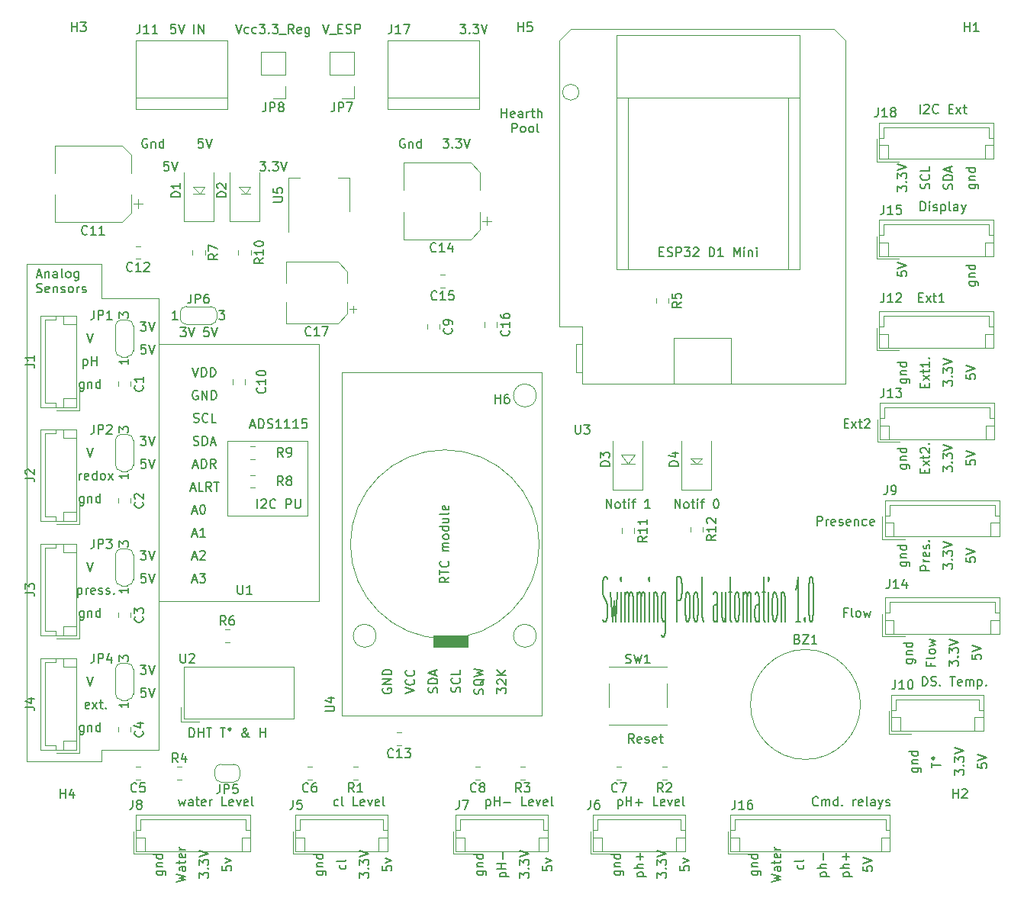
<source format=gbr>
G04 #@! TF.GenerationSoftware,KiCad,Pcbnew,5.1.5-52549c5~84~ubuntu18.04.1*
G04 #@! TF.CreationDate,2020-02-02T15:04:15+01:00*
G04 #@! TF.ProjectId,autopool,6175746f-706f-46f6-9c2e-6b696361645f,rev?*
G04 #@! TF.SameCoordinates,Original*
G04 #@! TF.FileFunction,Legend,Top*
G04 #@! TF.FilePolarity,Positive*
%FSLAX46Y46*%
G04 Gerber Fmt 4.6, Leading zero omitted, Abs format (unit mm)*
G04 Created by KiCad (PCBNEW 5.1.5-52549c5~84~ubuntu18.04.1) date 2020-02-02 15:04:15*
%MOMM*%
%LPD*%
G04 APERTURE LIST*
%ADD10C,0.120000*%
%ADD11C,0.150000*%
%ADD12C,0.100000*%
G04 APERTURE END LIST*
D10*
X150495000Y-92075000D02*
X151130000Y-92710000D01*
X151765000Y-92075000D02*
X150495000Y-92075000D01*
X151130000Y-92710000D02*
X151765000Y-92075000D01*
X150495000Y-92710000D02*
X151765000Y-92710000D01*
D11*
X148725238Y-97607380D02*
X148725238Y-96607380D01*
X149296666Y-97607380D01*
X149296666Y-96607380D01*
X149915714Y-97607380D02*
X149820476Y-97559761D01*
X149772857Y-97512142D01*
X149725238Y-97416904D01*
X149725238Y-97131190D01*
X149772857Y-97035952D01*
X149820476Y-96988333D01*
X149915714Y-96940714D01*
X150058571Y-96940714D01*
X150153809Y-96988333D01*
X150201428Y-97035952D01*
X150249047Y-97131190D01*
X150249047Y-97416904D01*
X150201428Y-97512142D01*
X150153809Y-97559761D01*
X150058571Y-97607380D01*
X149915714Y-97607380D01*
X150534761Y-96940714D02*
X150915714Y-96940714D01*
X150677619Y-96607380D02*
X150677619Y-97464523D01*
X150725238Y-97559761D01*
X150820476Y-97607380D01*
X150915714Y-97607380D01*
X151249047Y-97607380D02*
X151249047Y-96940714D01*
X151249047Y-96607380D02*
X151201428Y-96655000D01*
X151249047Y-96702619D01*
X151296666Y-96655000D01*
X151249047Y-96607380D01*
X151249047Y-96702619D01*
X151582380Y-96940714D02*
X151963333Y-96940714D01*
X151725238Y-97607380D02*
X151725238Y-96750238D01*
X151772857Y-96655000D01*
X151868095Y-96607380D01*
X151963333Y-96607380D01*
X153249047Y-96607380D02*
X153344285Y-96607380D01*
X153439523Y-96655000D01*
X153487142Y-96702619D01*
X153534761Y-96797857D01*
X153582380Y-96988333D01*
X153582380Y-97226428D01*
X153534761Y-97416904D01*
X153487142Y-97512142D01*
X153439523Y-97559761D01*
X153344285Y-97607380D01*
X153249047Y-97607380D01*
X153153809Y-97559761D01*
X153106190Y-97512142D01*
X153058571Y-97416904D01*
X153010952Y-97226428D01*
X153010952Y-96988333D01*
X153058571Y-96797857D01*
X153106190Y-96702619D01*
X153153809Y-96655000D01*
X153249047Y-96607380D01*
D10*
X99060000Y-98425000D02*
X99060000Y-90170000D01*
X107950000Y-98425000D02*
X99060000Y-98425000D01*
X107950000Y-90170000D02*
X107950000Y-98425000D01*
X99060000Y-90170000D02*
X107950000Y-90170000D01*
D11*
X102394047Y-97607380D02*
X102394047Y-96607380D01*
X102822619Y-96702619D02*
X102870238Y-96655000D01*
X102965476Y-96607380D01*
X103203571Y-96607380D01*
X103298809Y-96655000D01*
X103346428Y-96702619D01*
X103394047Y-96797857D01*
X103394047Y-96893095D01*
X103346428Y-97035952D01*
X102775000Y-97607380D01*
X103394047Y-97607380D01*
X104394047Y-97512142D02*
X104346428Y-97559761D01*
X104203571Y-97607380D01*
X104108333Y-97607380D01*
X103965476Y-97559761D01*
X103870238Y-97464523D01*
X103822619Y-97369285D01*
X103775000Y-97178809D01*
X103775000Y-97035952D01*
X103822619Y-96845476D01*
X103870238Y-96750238D01*
X103965476Y-96655000D01*
X104108333Y-96607380D01*
X104203571Y-96607380D01*
X104346428Y-96655000D01*
X104394047Y-96702619D01*
X105584523Y-97607380D02*
X105584523Y-96607380D01*
X105965476Y-96607380D01*
X106060714Y-96655000D01*
X106108333Y-96702619D01*
X106155952Y-96797857D01*
X106155952Y-96940714D01*
X106108333Y-97035952D01*
X106060714Y-97083571D01*
X105965476Y-97131190D01*
X105584523Y-97131190D01*
X106584523Y-96607380D02*
X106584523Y-97416904D01*
X106632142Y-97512142D01*
X106679761Y-97559761D01*
X106775000Y-97607380D01*
X106965476Y-97607380D01*
X107060714Y-97559761D01*
X107108333Y-97512142D01*
X107155952Y-97416904D01*
X107155952Y-96607380D01*
X129484761Y-54237380D02*
X129484761Y-53237380D01*
X129484761Y-53713571D02*
X130056190Y-53713571D01*
X130056190Y-54237380D02*
X130056190Y-53237380D01*
X130913333Y-54189761D02*
X130818095Y-54237380D01*
X130627619Y-54237380D01*
X130532380Y-54189761D01*
X130484761Y-54094523D01*
X130484761Y-53713571D01*
X130532380Y-53618333D01*
X130627619Y-53570714D01*
X130818095Y-53570714D01*
X130913333Y-53618333D01*
X130960952Y-53713571D01*
X130960952Y-53808809D01*
X130484761Y-53904047D01*
X131818095Y-54237380D02*
X131818095Y-53713571D01*
X131770476Y-53618333D01*
X131675238Y-53570714D01*
X131484761Y-53570714D01*
X131389523Y-53618333D01*
X131818095Y-54189761D02*
X131722857Y-54237380D01*
X131484761Y-54237380D01*
X131389523Y-54189761D01*
X131341904Y-54094523D01*
X131341904Y-53999285D01*
X131389523Y-53904047D01*
X131484761Y-53856428D01*
X131722857Y-53856428D01*
X131818095Y-53808809D01*
X132294285Y-54237380D02*
X132294285Y-53570714D01*
X132294285Y-53761190D02*
X132341904Y-53665952D01*
X132389523Y-53618333D01*
X132484761Y-53570714D01*
X132580000Y-53570714D01*
X132770476Y-53570714D02*
X133151428Y-53570714D01*
X132913333Y-53237380D02*
X132913333Y-54094523D01*
X132960952Y-54189761D01*
X133056190Y-54237380D01*
X133151428Y-54237380D01*
X133484761Y-54237380D02*
X133484761Y-53237380D01*
X133913333Y-54237380D02*
X133913333Y-53713571D01*
X133865714Y-53618333D01*
X133770476Y-53570714D01*
X133627619Y-53570714D01*
X133532380Y-53618333D01*
X133484761Y-53665952D01*
X130651428Y-55887380D02*
X130651428Y-54887380D01*
X131032380Y-54887380D01*
X131127619Y-54935000D01*
X131175238Y-54982619D01*
X131222857Y-55077857D01*
X131222857Y-55220714D01*
X131175238Y-55315952D01*
X131127619Y-55363571D01*
X131032380Y-55411190D01*
X130651428Y-55411190D01*
X131794285Y-55887380D02*
X131699047Y-55839761D01*
X131651428Y-55792142D01*
X131603809Y-55696904D01*
X131603809Y-55411190D01*
X131651428Y-55315952D01*
X131699047Y-55268333D01*
X131794285Y-55220714D01*
X131937142Y-55220714D01*
X132032380Y-55268333D01*
X132080000Y-55315952D01*
X132127619Y-55411190D01*
X132127619Y-55696904D01*
X132080000Y-55792142D01*
X132032380Y-55839761D01*
X131937142Y-55887380D01*
X131794285Y-55887380D01*
X132699047Y-55887380D02*
X132603809Y-55839761D01*
X132556190Y-55792142D01*
X132508571Y-55696904D01*
X132508571Y-55411190D01*
X132556190Y-55315952D01*
X132603809Y-55268333D01*
X132699047Y-55220714D01*
X132841904Y-55220714D01*
X132937142Y-55268333D01*
X132984761Y-55315952D01*
X133032380Y-55411190D01*
X133032380Y-55696904D01*
X132984761Y-55792142D01*
X132937142Y-55839761D01*
X132841904Y-55887380D01*
X132699047Y-55887380D01*
X133603809Y-55887380D02*
X133508571Y-55839761D01*
X133460952Y-55744523D01*
X133460952Y-54887380D01*
D10*
X95250000Y-62738000D02*
X96520000Y-62738000D01*
X96012000Y-62738000D02*
X95250000Y-61976000D01*
X96520000Y-61976000D02*
X96012000Y-62738000D01*
X95250000Y-61976000D02*
X96520000Y-61976000D01*
X100584000Y-62738000D02*
X101600000Y-62738000D01*
X101092000Y-62738000D02*
X100330000Y-61976000D01*
X101600000Y-61976000D02*
X101092000Y-62738000D01*
X100330000Y-61976000D02*
X101600000Y-61976000D01*
X142748000Y-92710000D02*
X144272000Y-92710000D01*
X143510000Y-92710000D02*
X142748000Y-91694000D01*
X144272000Y-91694000D02*
X143510000Y-92710000D01*
X142748000Y-91694000D02*
X144272000Y-91694000D01*
D11*
X141105238Y-97607380D02*
X141105238Y-96607380D01*
X141676666Y-97607380D01*
X141676666Y-96607380D01*
X142295714Y-97607380D02*
X142200476Y-97559761D01*
X142152857Y-97512142D01*
X142105238Y-97416904D01*
X142105238Y-97131190D01*
X142152857Y-97035952D01*
X142200476Y-96988333D01*
X142295714Y-96940714D01*
X142438571Y-96940714D01*
X142533809Y-96988333D01*
X142581428Y-97035952D01*
X142629047Y-97131190D01*
X142629047Y-97416904D01*
X142581428Y-97512142D01*
X142533809Y-97559761D01*
X142438571Y-97607380D01*
X142295714Y-97607380D01*
X142914761Y-96940714D02*
X143295714Y-96940714D01*
X143057619Y-96607380D02*
X143057619Y-97464523D01*
X143105238Y-97559761D01*
X143200476Y-97607380D01*
X143295714Y-97607380D01*
X143629047Y-97607380D02*
X143629047Y-96940714D01*
X143629047Y-96607380D02*
X143581428Y-96655000D01*
X143629047Y-96702619D01*
X143676666Y-96655000D01*
X143629047Y-96607380D01*
X143629047Y-96702619D01*
X143962380Y-96940714D02*
X144343333Y-96940714D01*
X144105238Y-97607380D02*
X144105238Y-96750238D01*
X144152857Y-96655000D01*
X144248095Y-96607380D01*
X144343333Y-96607380D01*
X145962380Y-97607380D02*
X145390952Y-97607380D01*
X145676666Y-97607380D02*
X145676666Y-96607380D01*
X145581428Y-96750238D01*
X145486190Y-96845476D01*
X145390952Y-96893095D01*
X102663809Y-59142380D02*
X103282857Y-59142380D01*
X102949523Y-59523333D01*
X103092380Y-59523333D01*
X103187619Y-59570952D01*
X103235238Y-59618571D01*
X103282857Y-59713809D01*
X103282857Y-59951904D01*
X103235238Y-60047142D01*
X103187619Y-60094761D01*
X103092380Y-60142380D01*
X102806666Y-60142380D01*
X102711428Y-60094761D01*
X102663809Y-60047142D01*
X103711428Y-60047142D02*
X103759047Y-60094761D01*
X103711428Y-60142380D01*
X103663809Y-60094761D01*
X103711428Y-60047142D01*
X103711428Y-60142380D01*
X104092380Y-59142380D02*
X104711428Y-59142380D01*
X104378095Y-59523333D01*
X104520952Y-59523333D01*
X104616190Y-59570952D01*
X104663809Y-59618571D01*
X104711428Y-59713809D01*
X104711428Y-59951904D01*
X104663809Y-60047142D01*
X104616190Y-60094761D01*
X104520952Y-60142380D01*
X104235238Y-60142380D01*
X104140000Y-60094761D01*
X104092380Y-60047142D01*
X104997142Y-59142380D02*
X105330476Y-60142380D01*
X105663809Y-59142380D01*
X92519523Y-59142380D02*
X92043333Y-59142380D01*
X91995714Y-59618571D01*
X92043333Y-59570952D01*
X92138571Y-59523333D01*
X92376666Y-59523333D01*
X92471904Y-59570952D01*
X92519523Y-59618571D01*
X92567142Y-59713809D01*
X92567142Y-59951904D01*
X92519523Y-60047142D01*
X92471904Y-60094761D01*
X92376666Y-60142380D01*
X92138571Y-60142380D01*
X92043333Y-60094761D01*
X91995714Y-60047142D01*
X92852857Y-59142380D02*
X93186190Y-60142380D01*
X93519523Y-59142380D01*
X144176904Y-123642380D02*
X143843571Y-123166190D01*
X143605476Y-123642380D02*
X143605476Y-122642380D01*
X143986428Y-122642380D01*
X144081666Y-122690000D01*
X144129285Y-122737619D01*
X144176904Y-122832857D01*
X144176904Y-122975714D01*
X144129285Y-123070952D01*
X144081666Y-123118571D01*
X143986428Y-123166190D01*
X143605476Y-123166190D01*
X144986428Y-123594761D02*
X144891190Y-123642380D01*
X144700714Y-123642380D01*
X144605476Y-123594761D01*
X144557857Y-123499523D01*
X144557857Y-123118571D01*
X144605476Y-123023333D01*
X144700714Y-122975714D01*
X144891190Y-122975714D01*
X144986428Y-123023333D01*
X145034047Y-123118571D01*
X145034047Y-123213809D01*
X144557857Y-123309047D01*
X145415000Y-123594761D02*
X145510238Y-123642380D01*
X145700714Y-123642380D01*
X145795952Y-123594761D01*
X145843571Y-123499523D01*
X145843571Y-123451904D01*
X145795952Y-123356666D01*
X145700714Y-123309047D01*
X145557857Y-123309047D01*
X145462619Y-123261428D01*
X145415000Y-123166190D01*
X145415000Y-123118571D01*
X145462619Y-123023333D01*
X145557857Y-122975714D01*
X145700714Y-122975714D01*
X145795952Y-123023333D01*
X146653095Y-123594761D02*
X146557857Y-123642380D01*
X146367380Y-123642380D01*
X146272142Y-123594761D01*
X146224523Y-123499523D01*
X146224523Y-123118571D01*
X146272142Y-123023333D01*
X146367380Y-122975714D01*
X146557857Y-122975714D01*
X146653095Y-123023333D01*
X146700714Y-123118571D01*
X146700714Y-123213809D01*
X146224523Y-123309047D01*
X146986428Y-122975714D02*
X147367380Y-122975714D01*
X147129285Y-122642380D02*
X147129285Y-123499523D01*
X147176904Y-123594761D01*
X147272142Y-123642380D01*
X147367380Y-123642380D01*
X94845714Y-123007380D02*
X94845714Y-122007380D01*
X95083809Y-122007380D01*
X95226666Y-122055000D01*
X95321904Y-122150238D01*
X95369523Y-122245476D01*
X95417142Y-122435952D01*
X95417142Y-122578809D01*
X95369523Y-122769285D01*
X95321904Y-122864523D01*
X95226666Y-122959761D01*
X95083809Y-123007380D01*
X94845714Y-123007380D01*
X95845714Y-123007380D02*
X95845714Y-122007380D01*
X95845714Y-122483571D02*
X96417142Y-122483571D01*
X96417142Y-123007380D02*
X96417142Y-122007380D01*
X96750476Y-122007380D02*
X97321904Y-122007380D01*
X97036190Y-123007380D02*
X97036190Y-122007380D01*
X98274285Y-122007380D02*
X98845714Y-122007380D01*
X98560000Y-123007380D02*
X98560000Y-122007380D01*
X99321904Y-122007380D02*
X99226666Y-122055000D01*
X99179047Y-122150238D01*
X99226666Y-122245476D01*
X99321904Y-122293095D01*
X99417142Y-122245476D01*
X99464761Y-122150238D01*
X99417142Y-122055000D01*
X99321904Y-122007380D01*
X101512380Y-123007380D02*
X101464761Y-123007380D01*
X101369523Y-122959761D01*
X101226666Y-122816904D01*
X100988571Y-122531190D01*
X100893333Y-122388333D01*
X100845714Y-122245476D01*
X100845714Y-122150238D01*
X100893333Y-122055000D01*
X100988571Y-122007380D01*
X101036190Y-122007380D01*
X101131428Y-122055000D01*
X101179047Y-122150238D01*
X101179047Y-122197857D01*
X101131428Y-122293095D01*
X101083809Y-122340714D01*
X100798095Y-122531190D01*
X100750476Y-122578809D01*
X100702857Y-122674047D01*
X100702857Y-122816904D01*
X100750476Y-122912142D01*
X100798095Y-122959761D01*
X100893333Y-123007380D01*
X101036190Y-123007380D01*
X101131428Y-122959761D01*
X101179047Y-122912142D01*
X101321904Y-122721666D01*
X101369523Y-122578809D01*
X101369523Y-122483571D01*
X102702857Y-123007380D02*
X102702857Y-122007380D01*
X102702857Y-122483571D02*
X103274285Y-122483571D01*
X103274285Y-123007380D02*
X103274285Y-122007380D01*
X99997142Y-43902380D02*
X100330476Y-44902380D01*
X100663809Y-43902380D01*
X101425714Y-44854761D02*
X101330476Y-44902380D01*
X101140000Y-44902380D01*
X101044761Y-44854761D01*
X100997142Y-44807142D01*
X100949523Y-44711904D01*
X100949523Y-44426190D01*
X100997142Y-44330952D01*
X101044761Y-44283333D01*
X101140000Y-44235714D01*
X101330476Y-44235714D01*
X101425714Y-44283333D01*
X102282857Y-44854761D02*
X102187619Y-44902380D01*
X101997142Y-44902380D01*
X101901904Y-44854761D01*
X101854285Y-44807142D01*
X101806666Y-44711904D01*
X101806666Y-44426190D01*
X101854285Y-44330952D01*
X101901904Y-44283333D01*
X101997142Y-44235714D01*
X102187619Y-44235714D01*
X102282857Y-44283333D01*
X102616190Y-43902380D02*
X103235238Y-43902380D01*
X102901904Y-44283333D01*
X103044761Y-44283333D01*
X103140000Y-44330952D01*
X103187619Y-44378571D01*
X103235238Y-44473809D01*
X103235238Y-44711904D01*
X103187619Y-44807142D01*
X103140000Y-44854761D01*
X103044761Y-44902380D01*
X102759047Y-44902380D01*
X102663809Y-44854761D01*
X102616190Y-44807142D01*
X103663809Y-44807142D02*
X103711428Y-44854761D01*
X103663809Y-44902380D01*
X103616190Y-44854761D01*
X103663809Y-44807142D01*
X103663809Y-44902380D01*
X104044761Y-43902380D02*
X104663809Y-43902380D01*
X104330476Y-44283333D01*
X104473333Y-44283333D01*
X104568571Y-44330952D01*
X104616190Y-44378571D01*
X104663809Y-44473809D01*
X104663809Y-44711904D01*
X104616190Y-44807142D01*
X104568571Y-44854761D01*
X104473333Y-44902380D01*
X104187619Y-44902380D01*
X104092380Y-44854761D01*
X104044761Y-44807142D01*
X104854285Y-44997619D02*
X105616190Y-44997619D01*
X106425714Y-44902380D02*
X106092380Y-44426190D01*
X105854285Y-44902380D02*
X105854285Y-43902380D01*
X106235238Y-43902380D01*
X106330476Y-43950000D01*
X106378095Y-43997619D01*
X106425714Y-44092857D01*
X106425714Y-44235714D01*
X106378095Y-44330952D01*
X106330476Y-44378571D01*
X106235238Y-44426190D01*
X105854285Y-44426190D01*
X107235238Y-44854761D02*
X107140000Y-44902380D01*
X106949523Y-44902380D01*
X106854285Y-44854761D01*
X106806666Y-44759523D01*
X106806666Y-44378571D01*
X106854285Y-44283333D01*
X106949523Y-44235714D01*
X107140000Y-44235714D01*
X107235238Y-44283333D01*
X107282857Y-44378571D01*
X107282857Y-44473809D01*
X106806666Y-44569047D01*
X108140000Y-44235714D02*
X108140000Y-45045238D01*
X108092380Y-45140476D01*
X108044761Y-45188095D01*
X107949523Y-45235714D01*
X107806666Y-45235714D01*
X107711428Y-45188095D01*
X108140000Y-44854761D02*
X108044761Y-44902380D01*
X107854285Y-44902380D01*
X107759047Y-44854761D01*
X107711428Y-44807142D01*
X107663809Y-44711904D01*
X107663809Y-44426190D01*
X107711428Y-44330952D01*
X107759047Y-44283333D01*
X107854285Y-44235714D01*
X108044761Y-44235714D01*
X108140000Y-44283333D01*
X109617142Y-43902380D02*
X109950476Y-44902380D01*
X110283809Y-43902380D01*
X110379047Y-44997619D02*
X111140952Y-44997619D01*
X111379047Y-44378571D02*
X111712380Y-44378571D01*
X111855238Y-44902380D02*
X111379047Y-44902380D01*
X111379047Y-43902380D01*
X111855238Y-43902380D01*
X112236190Y-44854761D02*
X112379047Y-44902380D01*
X112617142Y-44902380D01*
X112712380Y-44854761D01*
X112760000Y-44807142D01*
X112807619Y-44711904D01*
X112807619Y-44616666D01*
X112760000Y-44521428D01*
X112712380Y-44473809D01*
X112617142Y-44426190D01*
X112426666Y-44378571D01*
X112331428Y-44330952D01*
X112283809Y-44283333D01*
X112236190Y-44188095D01*
X112236190Y-44092857D01*
X112283809Y-43997619D01*
X112331428Y-43950000D01*
X112426666Y-43902380D01*
X112664761Y-43902380D01*
X112807619Y-43950000D01*
X113236190Y-44902380D02*
X113236190Y-43902380D01*
X113617142Y-43902380D01*
X113712380Y-43950000D01*
X113760000Y-43997619D01*
X113807619Y-44092857D01*
X113807619Y-44235714D01*
X113760000Y-44330952D01*
X113712380Y-44378571D01*
X113617142Y-44426190D01*
X113236190Y-44426190D01*
X124888809Y-43902380D02*
X125507857Y-43902380D01*
X125174523Y-44283333D01*
X125317380Y-44283333D01*
X125412619Y-44330952D01*
X125460238Y-44378571D01*
X125507857Y-44473809D01*
X125507857Y-44711904D01*
X125460238Y-44807142D01*
X125412619Y-44854761D01*
X125317380Y-44902380D01*
X125031666Y-44902380D01*
X124936428Y-44854761D01*
X124888809Y-44807142D01*
X125936428Y-44807142D02*
X125984047Y-44854761D01*
X125936428Y-44902380D01*
X125888809Y-44854761D01*
X125936428Y-44807142D01*
X125936428Y-44902380D01*
X126317380Y-43902380D02*
X126936428Y-43902380D01*
X126603095Y-44283333D01*
X126745952Y-44283333D01*
X126841190Y-44330952D01*
X126888809Y-44378571D01*
X126936428Y-44473809D01*
X126936428Y-44711904D01*
X126888809Y-44807142D01*
X126841190Y-44854761D01*
X126745952Y-44902380D01*
X126460238Y-44902380D01*
X126365000Y-44854761D01*
X126317380Y-44807142D01*
X127222142Y-43902380D02*
X127555476Y-44902380D01*
X127888809Y-43902380D01*
X118737142Y-56650000D02*
X118641904Y-56602380D01*
X118499047Y-56602380D01*
X118356190Y-56650000D01*
X118260952Y-56745238D01*
X118213333Y-56840476D01*
X118165714Y-57030952D01*
X118165714Y-57173809D01*
X118213333Y-57364285D01*
X118260952Y-57459523D01*
X118356190Y-57554761D01*
X118499047Y-57602380D01*
X118594285Y-57602380D01*
X118737142Y-57554761D01*
X118784761Y-57507142D01*
X118784761Y-57173809D01*
X118594285Y-57173809D01*
X119213333Y-56935714D02*
X119213333Y-57602380D01*
X119213333Y-57030952D02*
X119260952Y-56983333D01*
X119356190Y-56935714D01*
X119499047Y-56935714D01*
X119594285Y-56983333D01*
X119641904Y-57078571D01*
X119641904Y-57602380D01*
X120546666Y-57602380D02*
X120546666Y-56602380D01*
X120546666Y-57554761D02*
X120451428Y-57602380D01*
X120260952Y-57602380D01*
X120165714Y-57554761D01*
X120118095Y-57507142D01*
X120070476Y-57411904D01*
X120070476Y-57126190D01*
X120118095Y-57030952D01*
X120165714Y-56983333D01*
X120260952Y-56935714D01*
X120451428Y-56935714D01*
X120546666Y-56983333D01*
X90162142Y-56650000D02*
X90066904Y-56602380D01*
X89924047Y-56602380D01*
X89781190Y-56650000D01*
X89685952Y-56745238D01*
X89638333Y-56840476D01*
X89590714Y-57030952D01*
X89590714Y-57173809D01*
X89638333Y-57364285D01*
X89685952Y-57459523D01*
X89781190Y-57554761D01*
X89924047Y-57602380D01*
X90019285Y-57602380D01*
X90162142Y-57554761D01*
X90209761Y-57507142D01*
X90209761Y-57173809D01*
X90019285Y-57173809D01*
X90638333Y-56935714D02*
X90638333Y-57602380D01*
X90638333Y-57030952D02*
X90685952Y-56983333D01*
X90781190Y-56935714D01*
X90924047Y-56935714D01*
X91019285Y-56983333D01*
X91066904Y-57078571D01*
X91066904Y-57602380D01*
X91971666Y-57602380D02*
X91971666Y-56602380D01*
X91971666Y-57554761D02*
X91876428Y-57602380D01*
X91685952Y-57602380D01*
X91590714Y-57554761D01*
X91543095Y-57507142D01*
X91495476Y-57411904D01*
X91495476Y-57126190D01*
X91543095Y-57030952D01*
X91590714Y-56983333D01*
X91685952Y-56935714D01*
X91876428Y-56935714D01*
X91971666Y-56983333D01*
X96964523Y-77557380D02*
X96488333Y-77557380D01*
X96440714Y-78033571D01*
X96488333Y-77985952D01*
X96583571Y-77938333D01*
X96821666Y-77938333D01*
X96916904Y-77985952D01*
X96964523Y-78033571D01*
X97012142Y-78128809D01*
X97012142Y-78366904D01*
X96964523Y-78462142D01*
X96916904Y-78509761D01*
X96821666Y-78557380D01*
X96583571Y-78557380D01*
X96488333Y-78509761D01*
X96440714Y-78462142D01*
X97297857Y-77557380D02*
X97631190Y-78557380D01*
X97964523Y-77557380D01*
X93853095Y-77557380D02*
X94472142Y-77557380D01*
X94138809Y-77938333D01*
X94281666Y-77938333D01*
X94376904Y-77985952D01*
X94424523Y-78033571D01*
X94472142Y-78128809D01*
X94472142Y-78366904D01*
X94424523Y-78462142D01*
X94376904Y-78509761D01*
X94281666Y-78557380D01*
X93995952Y-78557380D01*
X93900714Y-78509761D01*
X93853095Y-78462142D01*
X94757857Y-77557380D02*
X95091190Y-78557380D01*
X95424523Y-77557380D01*
D10*
X76835000Y-125730000D02*
X76835000Y-70485000D01*
X85090000Y-125730000D02*
X76835000Y-125730000D01*
X85090000Y-124460000D02*
X85090000Y-125730000D01*
X91440000Y-124460000D02*
X85090000Y-124460000D01*
X91440000Y-74295000D02*
X91440000Y-124460000D01*
X85090000Y-74295000D02*
X91440000Y-74295000D01*
X85090000Y-70485000D02*
X85090000Y-74295000D01*
X76835000Y-70485000D02*
X85090000Y-70485000D01*
D11*
X89408095Y-115022380D02*
X90027142Y-115022380D01*
X89693809Y-115403333D01*
X89836666Y-115403333D01*
X89931904Y-115450952D01*
X89979523Y-115498571D01*
X90027142Y-115593809D01*
X90027142Y-115831904D01*
X89979523Y-115927142D01*
X89931904Y-115974761D01*
X89836666Y-116022380D01*
X89550952Y-116022380D01*
X89455714Y-115974761D01*
X89408095Y-115927142D01*
X90312857Y-115022380D02*
X90646190Y-116022380D01*
X90979523Y-115022380D01*
X89979523Y-117562380D02*
X89503333Y-117562380D01*
X89455714Y-118038571D01*
X89503333Y-117990952D01*
X89598571Y-117943333D01*
X89836666Y-117943333D01*
X89931904Y-117990952D01*
X89979523Y-118038571D01*
X90027142Y-118133809D01*
X90027142Y-118371904D01*
X89979523Y-118467142D01*
X89931904Y-118514761D01*
X89836666Y-118562380D01*
X89598571Y-118562380D01*
X89503333Y-118514761D01*
X89455714Y-118467142D01*
X90312857Y-117562380D02*
X90646190Y-118562380D01*
X90979523Y-117562380D01*
X89408095Y-102322380D02*
X90027142Y-102322380D01*
X89693809Y-102703333D01*
X89836666Y-102703333D01*
X89931904Y-102750952D01*
X89979523Y-102798571D01*
X90027142Y-102893809D01*
X90027142Y-103131904D01*
X89979523Y-103227142D01*
X89931904Y-103274761D01*
X89836666Y-103322380D01*
X89550952Y-103322380D01*
X89455714Y-103274761D01*
X89408095Y-103227142D01*
X90312857Y-102322380D02*
X90646190Y-103322380D01*
X90979523Y-102322380D01*
X89979523Y-104862380D02*
X89503333Y-104862380D01*
X89455714Y-105338571D01*
X89503333Y-105290952D01*
X89598571Y-105243333D01*
X89836666Y-105243333D01*
X89931904Y-105290952D01*
X89979523Y-105338571D01*
X90027142Y-105433809D01*
X90027142Y-105671904D01*
X89979523Y-105767142D01*
X89931904Y-105814761D01*
X89836666Y-105862380D01*
X89598571Y-105862380D01*
X89503333Y-105814761D01*
X89455714Y-105767142D01*
X90312857Y-104862380D02*
X90646190Y-105862380D01*
X90979523Y-104862380D01*
X89408095Y-89622380D02*
X90027142Y-89622380D01*
X89693809Y-90003333D01*
X89836666Y-90003333D01*
X89931904Y-90050952D01*
X89979523Y-90098571D01*
X90027142Y-90193809D01*
X90027142Y-90431904D01*
X89979523Y-90527142D01*
X89931904Y-90574761D01*
X89836666Y-90622380D01*
X89550952Y-90622380D01*
X89455714Y-90574761D01*
X89408095Y-90527142D01*
X90312857Y-89622380D02*
X90646190Y-90622380D01*
X90979523Y-89622380D01*
X89979523Y-92162380D02*
X89503333Y-92162380D01*
X89455714Y-92638571D01*
X89503333Y-92590952D01*
X89598571Y-92543333D01*
X89836666Y-92543333D01*
X89931904Y-92590952D01*
X89979523Y-92638571D01*
X90027142Y-92733809D01*
X90027142Y-92971904D01*
X89979523Y-93067142D01*
X89931904Y-93114761D01*
X89836666Y-93162380D01*
X89598571Y-93162380D01*
X89503333Y-93114761D01*
X89455714Y-93067142D01*
X90312857Y-92162380D02*
X90646190Y-93162380D01*
X90979523Y-92162380D01*
X89408095Y-76922380D02*
X90027142Y-76922380D01*
X89693809Y-77303333D01*
X89836666Y-77303333D01*
X89931904Y-77350952D01*
X89979523Y-77398571D01*
X90027142Y-77493809D01*
X90027142Y-77731904D01*
X89979523Y-77827142D01*
X89931904Y-77874761D01*
X89836666Y-77922380D01*
X89550952Y-77922380D01*
X89455714Y-77874761D01*
X89408095Y-77827142D01*
X90312857Y-76922380D02*
X90646190Y-77922380D01*
X90979523Y-76922380D01*
X89979523Y-79462380D02*
X89503333Y-79462380D01*
X89455714Y-79938571D01*
X89503333Y-79890952D01*
X89598571Y-79843333D01*
X89836666Y-79843333D01*
X89931904Y-79890952D01*
X89979523Y-79938571D01*
X90027142Y-80033809D01*
X90027142Y-80271904D01*
X89979523Y-80367142D01*
X89931904Y-80414761D01*
X89836666Y-80462380D01*
X89598571Y-80462380D01*
X89503333Y-80414761D01*
X89455714Y-80367142D01*
X90312857Y-79462380D02*
X90646190Y-80462380D01*
X90979523Y-79462380D01*
X77954523Y-71731666D02*
X78430714Y-71731666D01*
X77859285Y-72017380D02*
X78192619Y-71017380D01*
X78525952Y-72017380D01*
X78859285Y-71350714D02*
X78859285Y-72017380D01*
X78859285Y-71445952D02*
X78906904Y-71398333D01*
X79002142Y-71350714D01*
X79145000Y-71350714D01*
X79240238Y-71398333D01*
X79287857Y-71493571D01*
X79287857Y-72017380D01*
X80192619Y-72017380D02*
X80192619Y-71493571D01*
X80145000Y-71398333D01*
X80049761Y-71350714D01*
X79859285Y-71350714D01*
X79764047Y-71398333D01*
X80192619Y-71969761D02*
X80097380Y-72017380D01*
X79859285Y-72017380D01*
X79764047Y-71969761D01*
X79716428Y-71874523D01*
X79716428Y-71779285D01*
X79764047Y-71684047D01*
X79859285Y-71636428D01*
X80097380Y-71636428D01*
X80192619Y-71588809D01*
X80811666Y-72017380D02*
X80716428Y-71969761D01*
X80668809Y-71874523D01*
X80668809Y-71017380D01*
X81335476Y-72017380D02*
X81240238Y-71969761D01*
X81192619Y-71922142D01*
X81144999Y-71826904D01*
X81144999Y-71541190D01*
X81192619Y-71445952D01*
X81240238Y-71398333D01*
X81335476Y-71350714D01*
X81478333Y-71350714D01*
X81573571Y-71398333D01*
X81621190Y-71445952D01*
X81668809Y-71541190D01*
X81668809Y-71826904D01*
X81621190Y-71922142D01*
X81573571Y-71969761D01*
X81478333Y-72017380D01*
X81335476Y-72017380D01*
X82525952Y-71350714D02*
X82525952Y-72160238D01*
X82478333Y-72255476D01*
X82430714Y-72303095D01*
X82335476Y-72350714D01*
X82192619Y-72350714D01*
X82097380Y-72303095D01*
X82525952Y-71969761D02*
X82430714Y-72017380D01*
X82240238Y-72017380D01*
X82144999Y-71969761D01*
X82097380Y-71922142D01*
X82049761Y-71826904D01*
X82049761Y-71541190D01*
X82097380Y-71445952D01*
X82144999Y-71398333D01*
X82240238Y-71350714D01*
X82430714Y-71350714D01*
X82525952Y-71398333D01*
X77906904Y-73619761D02*
X78049761Y-73667380D01*
X78287857Y-73667380D01*
X78383095Y-73619761D01*
X78430714Y-73572142D01*
X78478333Y-73476904D01*
X78478333Y-73381666D01*
X78430714Y-73286428D01*
X78383095Y-73238809D01*
X78287857Y-73191190D01*
X78097380Y-73143571D01*
X78002142Y-73095952D01*
X77954523Y-73048333D01*
X77906904Y-72953095D01*
X77906904Y-72857857D01*
X77954523Y-72762619D01*
X78002142Y-72715000D01*
X78097380Y-72667380D01*
X78335476Y-72667380D01*
X78478333Y-72715000D01*
X79287857Y-73619761D02*
X79192619Y-73667380D01*
X79002142Y-73667380D01*
X78906904Y-73619761D01*
X78859285Y-73524523D01*
X78859285Y-73143571D01*
X78906904Y-73048333D01*
X79002142Y-73000714D01*
X79192619Y-73000714D01*
X79287857Y-73048333D01*
X79335476Y-73143571D01*
X79335476Y-73238809D01*
X78859285Y-73334047D01*
X79764047Y-73000714D02*
X79764047Y-73667380D01*
X79764047Y-73095952D02*
X79811666Y-73048333D01*
X79906904Y-73000714D01*
X80049761Y-73000714D01*
X80145000Y-73048333D01*
X80192619Y-73143571D01*
X80192619Y-73667380D01*
X80621190Y-73619761D02*
X80716428Y-73667380D01*
X80906904Y-73667380D01*
X81002142Y-73619761D01*
X81049761Y-73524523D01*
X81049761Y-73476904D01*
X81002142Y-73381666D01*
X80906904Y-73334047D01*
X80764047Y-73334047D01*
X80668809Y-73286428D01*
X80621190Y-73191190D01*
X80621190Y-73143571D01*
X80668809Y-73048333D01*
X80764047Y-73000714D01*
X80906904Y-73000714D01*
X81002142Y-73048333D01*
X81621190Y-73667380D02*
X81525952Y-73619761D01*
X81478333Y-73572142D01*
X81430714Y-73476904D01*
X81430714Y-73191190D01*
X81478333Y-73095952D01*
X81525952Y-73048333D01*
X81621190Y-73000714D01*
X81764047Y-73000714D01*
X81859285Y-73048333D01*
X81906904Y-73095952D01*
X81954523Y-73191190D01*
X81954523Y-73476904D01*
X81906904Y-73572142D01*
X81859285Y-73619761D01*
X81764047Y-73667380D01*
X81621190Y-73667380D01*
X82383095Y-73667380D02*
X82383095Y-73000714D01*
X82383095Y-73191190D02*
X82430714Y-73095952D01*
X82478333Y-73048333D01*
X82573571Y-73000714D01*
X82668809Y-73000714D01*
X82954523Y-73619761D02*
X83049761Y-73667380D01*
X83240238Y-73667380D01*
X83335476Y-73619761D01*
X83383095Y-73524523D01*
X83383095Y-73476904D01*
X83335476Y-73381666D01*
X83240238Y-73334047D01*
X83097380Y-73334047D01*
X83002142Y-73286428D01*
X82954523Y-73191190D01*
X82954523Y-73143571D01*
X83002142Y-73048333D01*
X83097380Y-73000714D01*
X83240238Y-73000714D01*
X83335476Y-73048333D01*
X179474761Y-62174285D02*
X179522380Y-62031428D01*
X179522380Y-61793333D01*
X179474761Y-61698095D01*
X179427142Y-61650476D01*
X179331904Y-61602857D01*
X179236666Y-61602857D01*
X179141428Y-61650476D01*
X179093809Y-61698095D01*
X179046190Y-61793333D01*
X178998571Y-61983809D01*
X178950952Y-62079047D01*
X178903333Y-62126666D01*
X178808095Y-62174285D01*
X178712857Y-62174285D01*
X178617619Y-62126666D01*
X178570000Y-62079047D01*
X178522380Y-61983809D01*
X178522380Y-61745714D01*
X178570000Y-61602857D01*
X179522380Y-61174285D02*
X178522380Y-61174285D01*
X178522380Y-60936190D01*
X178570000Y-60793333D01*
X178665238Y-60698095D01*
X178760476Y-60650476D01*
X178950952Y-60602857D01*
X179093809Y-60602857D01*
X179284285Y-60650476D01*
X179379523Y-60698095D01*
X179474761Y-60793333D01*
X179522380Y-60936190D01*
X179522380Y-61174285D01*
X179236666Y-60221904D02*
X179236666Y-59745714D01*
X179522380Y-60317142D02*
X178522380Y-59983809D01*
X179522380Y-59650476D01*
X122983809Y-56602380D02*
X123602857Y-56602380D01*
X123269523Y-56983333D01*
X123412380Y-56983333D01*
X123507619Y-57030952D01*
X123555238Y-57078571D01*
X123602857Y-57173809D01*
X123602857Y-57411904D01*
X123555238Y-57507142D01*
X123507619Y-57554761D01*
X123412380Y-57602380D01*
X123126666Y-57602380D01*
X123031428Y-57554761D01*
X122983809Y-57507142D01*
X124031428Y-57507142D02*
X124079047Y-57554761D01*
X124031428Y-57602380D01*
X123983809Y-57554761D01*
X124031428Y-57507142D01*
X124031428Y-57602380D01*
X124412380Y-56602380D02*
X125031428Y-56602380D01*
X124698095Y-56983333D01*
X124840952Y-56983333D01*
X124936190Y-57030952D01*
X124983809Y-57078571D01*
X125031428Y-57173809D01*
X125031428Y-57411904D01*
X124983809Y-57507142D01*
X124936190Y-57554761D01*
X124840952Y-57602380D01*
X124555238Y-57602380D01*
X124460000Y-57554761D01*
X124412380Y-57507142D01*
X125317142Y-56602380D02*
X125650476Y-57602380D01*
X125983809Y-56602380D01*
X96329523Y-56602380D02*
X95853333Y-56602380D01*
X95805714Y-57078571D01*
X95853333Y-57030952D01*
X95948571Y-56983333D01*
X96186666Y-56983333D01*
X96281904Y-57030952D01*
X96329523Y-57078571D01*
X96377142Y-57173809D01*
X96377142Y-57411904D01*
X96329523Y-57507142D01*
X96281904Y-57554761D01*
X96186666Y-57602380D01*
X95948571Y-57602380D01*
X95853333Y-57554761D01*
X95805714Y-57507142D01*
X96662857Y-56602380D02*
X96996190Y-57602380D01*
X97329523Y-56602380D01*
X181395714Y-72445476D02*
X182205238Y-72445476D01*
X182300476Y-72493095D01*
X182348095Y-72540714D01*
X182395714Y-72635952D01*
X182395714Y-72778809D01*
X182348095Y-72874047D01*
X182014761Y-72445476D02*
X182062380Y-72540714D01*
X182062380Y-72731190D01*
X182014761Y-72826428D01*
X181967142Y-72874047D01*
X181871904Y-72921666D01*
X181586190Y-72921666D01*
X181490952Y-72874047D01*
X181443333Y-72826428D01*
X181395714Y-72731190D01*
X181395714Y-72540714D01*
X181443333Y-72445476D01*
X181395714Y-71969285D02*
X182062380Y-71969285D01*
X181490952Y-71969285D02*
X181443333Y-71921666D01*
X181395714Y-71826428D01*
X181395714Y-71683571D01*
X181443333Y-71588333D01*
X181538571Y-71540714D01*
X182062380Y-71540714D01*
X182062380Y-70635952D02*
X181062380Y-70635952D01*
X182014761Y-70635952D02*
X182062380Y-70731190D01*
X182062380Y-70921666D01*
X182014761Y-71016904D01*
X181967142Y-71064523D01*
X181871904Y-71112142D01*
X181586190Y-71112142D01*
X181490952Y-71064523D01*
X181443333Y-71016904D01*
X181395714Y-70921666D01*
X181395714Y-70731190D01*
X181443333Y-70635952D01*
X93281666Y-43902380D02*
X92805476Y-43902380D01*
X92757857Y-44378571D01*
X92805476Y-44330952D01*
X92900714Y-44283333D01*
X93138809Y-44283333D01*
X93234047Y-44330952D01*
X93281666Y-44378571D01*
X93329285Y-44473809D01*
X93329285Y-44711904D01*
X93281666Y-44807142D01*
X93234047Y-44854761D01*
X93138809Y-44902380D01*
X92900714Y-44902380D01*
X92805476Y-44854761D01*
X92757857Y-44807142D01*
X93615000Y-43902380D02*
X93948333Y-44902380D01*
X94281666Y-43902380D01*
X95376904Y-44902380D02*
X95376904Y-43902380D01*
X95853095Y-44902380D02*
X95853095Y-43902380D01*
X96424523Y-44902380D01*
X96424523Y-43902380D01*
X173442380Y-62436190D02*
X173442380Y-61817142D01*
X173823333Y-62150476D01*
X173823333Y-62007619D01*
X173870952Y-61912380D01*
X173918571Y-61864761D01*
X174013809Y-61817142D01*
X174251904Y-61817142D01*
X174347142Y-61864761D01*
X174394761Y-61912380D01*
X174442380Y-62007619D01*
X174442380Y-62293333D01*
X174394761Y-62388571D01*
X174347142Y-62436190D01*
X174347142Y-61388571D02*
X174394761Y-61340952D01*
X174442380Y-61388571D01*
X174394761Y-61436190D01*
X174347142Y-61388571D01*
X174442380Y-61388571D01*
X173442380Y-61007619D02*
X173442380Y-60388571D01*
X173823333Y-60721904D01*
X173823333Y-60579047D01*
X173870952Y-60483809D01*
X173918571Y-60436190D01*
X174013809Y-60388571D01*
X174251904Y-60388571D01*
X174347142Y-60436190D01*
X174394761Y-60483809D01*
X174442380Y-60579047D01*
X174442380Y-60864761D01*
X174394761Y-60960000D01*
X174347142Y-61007619D01*
X173442380Y-60102857D02*
X174442380Y-59769523D01*
X173442380Y-59436190D01*
X173442380Y-71310476D02*
X173442380Y-71786666D01*
X173918571Y-71834285D01*
X173870952Y-71786666D01*
X173823333Y-71691428D01*
X173823333Y-71453333D01*
X173870952Y-71358095D01*
X173918571Y-71310476D01*
X174013809Y-71262857D01*
X174251904Y-71262857D01*
X174347142Y-71310476D01*
X174394761Y-71358095D01*
X174442380Y-71453333D01*
X174442380Y-71691428D01*
X174394761Y-71786666D01*
X174347142Y-71834285D01*
X173442380Y-70977142D02*
X174442380Y-70643809D01*
X173442380Y-70310476D01*
X181395714Y-61650476D02*
X182205238Y-61650476D01*
X182300476Y-61698095D01*
X182348095Y-61745714D01*
X182395714Y-61840952D01*
X182395714Y-61983809D01*
X182348095Y-62079047D01*
X182014761Y-61650476D02*
X182062380Y-61745714D01*
X182062380Y-61936190D01*
X182014761Y-62031428D01*
X181967142Y-62079047D01*
X181871904Y-62126666D01*
X181586190Y-62126666D01*
X181490952Y-62079047D01*
X181443333Y-62031428D01*
X181395714Y-61936190D01*
X181395714Y-61745714D01*
X181443333Y-61650476D01*
X181395714Y-61174285D02*
X182062380Y-61174285D01*
X181490952Y-61174285D02*
X181443333Y-61126666D01*
X181395714Y-61031428D01*
X181395714Y-60888571D01*
X181443333Y-60793333D01*
X181538571Y-60745714D01*
X182062380Y-60745714D01*
X182062380Y-59840952D02*
X181062380Y-59840952D01*
X182014761Y-59840952D02*
X182062380Y-59936190D01*
X182062380Y-60126666D01*
X182014761Y-60221904D01*
X181967142Y-60269523D01*
X181871904Y-60317142D01*
X181586190Y-60317142D01*
X181490952Y-60269523D01*
X181443333Y-60221904D01*
X181395714Y-60126666D01*
X181395714Y-59936190D01*
X181443333Y-59840952D01*
X176934761Y-62150476D02*
X176982380Y-62007619D01*
X176982380Y-61769523D01*
X176934761Y-61674285D01*
X176887142Y-61626666D01*
X176791904Y-61579047D01*
X176696666Y-61579047D01*
X176601428Y-61626666D01*
X176553809Y-61674285D01*
X176506190Y-61769523D01*
X176458571Y-61960000D01*
X176410952Y-62055238D01*
X176363333Y-62102857D01*
X176268095Y-62150476D01*
X176172857Y-62150476D01*
X176077619Y-62102857D01*
X176030000Y-62055238D01*
X175982380Y-61960000D01*
X175982380Y-61721904D01*
X176030000Y-61579047D01*
X176887142Y-60579047D02*
X176934761Y-60626666D01*
X176982380Y-60769523D01*
X176982380Y-60864761D01*
X176934761Y-61007619D01*
X176839523Y-61102857D01*
X176744285Y-61150476D01*
X176553809Y-61198095D01*
X176410952Y-61198095D01*
X176220476Y-61150476D01*
X176125238Y-61102857D01*
X176030000Y-61007619D01*
X175982380Y-60864761D01*
X175982380Y-60769523D01*
X176030000Y-60626666D01*
X176077619Y-60579047D01*
X176982380Y-59674285D02*
X176982380Y-60150476D01*
X175982380Y-60150476D01*
X173775714Y-83240476D02*
X174585238Y-83240476D01*
X174680476Y-83288095D01*
X174728095Y-83335714D01*
X174775714Y-83430952D01*
X174775714Y-83573809D01*
X174728095Y-83669047D01*
X174394761Y-83240476D02*
X174442380Y-83335714D01*
X174442380Y-83526190D01*
X174394761Y-83621428D01*
X174347142Y-83669047D01*
X174251904Y-83716666D01*
X173966190Y-83716666D01*
X173870952Y-83669047D01*
X173823333Y-83621428D01*
X173775714Y-83526190D01*
X173775714Y-83335714D01*
X173823333Y-83240476D01*
X173775714Y-82764285D02*
X174442380Y-82764285D01*
X173870952Y-82764285D02*
X173823333Y-82716666D01*
X173775714Y-82621428D01*
X173775714Y-82478571D01*
X173823333Y-82383333D01*
X173918571Y-82335714D01*
X174442380Y-82335714D01*
X174442380Y-81430952D02*
X173442380Y-81430952D01*
X174394761Y-81430952D02*
X174442380Y-81526190D01*
X174442380Y-81716666D01*
X174394761Y-81811904D01*
X174347142Y-81859523D01*
X174251904Y-81907142D01*
X173966190Y-81907142D01*
X173870952Y-81859523D01*
X173823333Y-81811904D01*
X173775714Y-81716666D01*
X173775714Y-81526190D01*
X173823333Y-81430952D01*
X176458571Y-84169047D02*
X176458571Y-83835714D01*
X176982380Y-83692857D02*
X176982380Y-84169047D01*
X175982380Y-84169047D01*
X175982380Y-83692857D01*
X176982380Y-83359523D02*
X176315714Y-82835714D01*
X176315714Y-83359523D02*
X176982380Y-82835714D01*
X176315714Y-82597619D02*
X176315714Y-82216666D01*
X175982380Y-82454761D02*
X176839523Y-82454761D01*
X176934761Y-82407142D01*
X176982380Y-82311904D01*
X176982380Y-82216666D01*
X176982380Y-81359523D02*
X176982380Y-81930952D01*
X176982380Y-81645238D02*
X175982380Y-81645238D01*
X176125238Y-81740476D01*
X176220476Y-81835714D01*
X176268095Y-81930952D01*
X176887142Y-80930952D02*
X176934761Y-80883333D01*
X176982380Y-80930952D01*
X176934761Y-80978571D01*
X176887142Y-80930952D01*
X176982380Y-80930952D01*
X178522380Y-84026190D02*
X178522380Y-83407142D01*
X178903333Y-83740476D01*
X178903333Y-83597619D01*
X178950952Y-83502380D01*
X178998571Y-83454761D01*
X179093809Y-83407142D01*
X179331904Y-83407142D01*
X179427142Y-83454761D01*
X179474761Y-83502380D01*
X179522380Y-83597619D01*
X179522380Y-83883333D01*
X179474761Y-83978571D01*
X179427142Y-84026190D01*
X179427142Y-82978571D02*
X179474761Y-82930952D01*
X179522380Y-82978571D01*
X179474761Y-83026190D01*
X179427142Y-82978571D01*
X179522380Y-82978571D01*
X178522380Y-82597619D02*
X178522380Y-81978571D01*
X178903333Y-82311904D01*
X178903333Y-82169047D01*
X178950952Y-82073809D01*
X178998571Y-82026190D01*
X179093809Y-81978571D01*
X179331904Y-81978571D01*
X179427142Y-82026190D01*
X179474761Y-82073809D01*
X179522380Y-82169047D01*
X179522380Y-82454761D01*
X179474761Y-82550000D01*
X179427142Y-82597619D01*
X178522380Y-81692857D02*
X179522380Y-81359523D01*
X178522380Y-81026190D01*
X181062380Y-82740476D02*
X181062380Y-83216666D01*
X181538571Y-83264285D01*
X181490952Y-83216666D01*
X181443333Y-83121428D01*
X181443333Y-82883333D01*
X181490952Y-82788095D01*
X181538571Y-82740476D01*
X181633809Y-82692857D01*
X181871904Y-82692857D01*
X181967142Y-82740476D01*
X182014761Y-82788095D01*
X182062380Y-82883333D01*
X182062380Y-83121428D01*
X182014761Y-83216666D01*
X181967142Y-83264285D01*
X181062380Y-82407142D02*
X182062380Y-82073809D01*
X181062380Y-81740476D01*
X173775714Y-92765476D02*
X174585238Y-92765476D01*
X174680476Y-92813095D01*
X174728095Y-92860714D01*
X174775714Y-92955952D01*
X174775714Y-93098809D01*
X174728095Y-93194047D01*
X174394761Y-92765476D02*
X174442380Y-92860714D01*
X174442380Y-93051190D01*
X174394761Y-93146428D01*
X174347142Y-93194047D01*
X174251904Y-93241666D01*
X173966190Y-93241666D01*
X173870952Y-93194047D01*
X173823333Y-93146428D01*
X173775714Y-93051190D01*
X173775714Y-92860714D01*
X173823333Y-92765476D01*
X173775714Y-92289285D02*
X174442380Y-92289285D01*
X173870952Y-92289285D02*
X173823333Y-92241666D01*
X173775714Y-92146428D01*
X173775714Y-92003571D01*
X173823333Y-91908333D01*
X173918571Y-91860714D01*
X174442380Y-91860714D01*
X174442380Y-90955952D02*
X173442380Y-90955952D01*
X174394761Y-90955952D02*
X174442380Y-91051190D01*
X174442380Y-91241666D01*
X174394761Y-91336904D01*
X174347142Y-91384523D01*
X174251904Y-91432142D01*
X173966190Y-91432142D01*
X173870952Y-91384523D01*
X173823333Y-91336904D01*
X173775714Y-91241666D01*
X173775714Y-91051190D01*
X173823333Y-90955952D01*
X176458571Y-93694047D02*
X176458571Y-93360714D01*
X176982380Y-93217857D02*
X176982380Y-93694047D01*
X175982380Y-93694047D01*
X175982380Y-93217857D01*
X176982380Y-92884523D02*
X176315714Y-92360714D01*
X176315714Y-92884523D02*
X176982380Y-92360714D01*
X176315714Y-92122619D02*
X176315714Y-91741666D01*
X175982380Y-91979761D02*
X176839523Y-91979761D01*
X176934761Y-91932142D01*
X176982380Y-91836904D01*
X176982380Y-91741666D01*
X176077619Y-91455952D02*
X176030000Y-91408333D01*
X175982380Y-91313095D01*
X175982380Y-91075000D01*
X176030000Y-90979761D01*
X176077619Y-90932142D01*
X176172857Y-90884523D01*
X176268095Y-90884523D01*
X176410952Y-90932142D01*
X176982380Y-91503571D01*
X176982380Y-90884523D01*
X176887142Y-90455952D02*
X176934761Y-90408333D01*
X176982380Y-90455952D01*
X176934761Y-90503571D01*
X176887142Y-90455952D01*
X176982380Y-90455952D01*
X178522380Y-93551190D02*
X178522380Y-92932142D01*
X178903333Y-93265476D01*
X178903333Y-93122619D01*
X178950952Y-93027380D01*
X178998571Y-92979761D01*
X179093809Y-92932142D01*
X179331904Y-92932142D01*
X179427142Y-92979761D01*
X179474761Y-93027380D01*
X179522380Y-93122619D01*
X179522380Y-93408333D01*
X179474761Y-93503571D01*
X179427142Y-93551190D01*
X179427142Y-92503571D02*
X179474761Y-92455952D01*
X179522380Y-92503571D01*
X179474761Y-92551190D01*
X179427142Y-92503571D01*
X179522380Y-92503571D01*
X178522380Y-92122619D02*
X178522380Y-91503571D01*
X178903333Y-91836904D01*
X178903333Y-91694047D01*
X178950952Y-91598809D01*
X178998571Y-91551190D01*
X179093809Y-91503571D01*
X179331904Y-91503571D01*
X179427142Y-91551190D01*
X179474761Y-91598809D01*
X179522380Y-91694047D01*
X179522380Y-91979761D01*
X179474761Y-92075000D01*
X179427142Y-92122619D01*
X178522380Y-91217857D02*
X179522380Y-90884523D01*
X178522380Y-90551190D01*
X181062380Y-92265476D02*
X181062380Y-92741666D01*
X181538571Y-92789285D01*
X181490952Y-92741666D01*
X181443333Y-92646428D01*
X181443333Y-92408333D01*
X181490952Y-92313095D01*
X181538571Y-92265476D01*
X181633809Y-92217857D01*
X181871904Y-92217857D01*
X181967142Y-92265476D01*
X182014761Y-92313095D01*
X182062380Y-92408333D01*
X182062380Y-92646428D01*
X182014761Y-92741666D01*
X181967142Y-92789285D01*
X181062380Y-91932142D02*
X182062380Y-91598809D01*
X181062380Y-91265476D01*
X173775714Y-103560476D02*
X174585238Y-103560476D01*
X174680476Y-103608095D01*
X174728095Y-103655714D01*
X174775714Y-103750952D01*
X174775714Y-103893809D01*
X174728095Y-103989047D01*
X174394761Y-103560476D02*
X174442380Y-103655714D01*
X174442380Y-103846190D01*
X174394761Y-103941428D01*
X174347142Y-103989047D01*
X174251904Y-104036666D01*
X173966190Y-104036666D01*
X173870952Y-103989047D01*
X173823333Y-103941428D01*
X173775714Y-103846190D01*
X173775714Y-103655714D01*
X173823333Y-103560476D01*
X173775714Y-103084285D02*
X174442380Y-103084285D01*
X173870952Y-103084285D02*
X173823333Y-103036666D01*
X173775714Y-102941428D01*
X173775714Y-102798571D01*
X173823333Y-102703333D01*
X173918571Y-102655714D01*
X174442380Y-102655714D01*
X174442380Y-101750952D02*
X173442380Y-101750952D01*
X174394761Y-101750952D02*
X174442380Y-101846190D01*
X174442380Y-102036666D01*
X174394761Y-102131904D01*
X174347142Y-102179523D01*
X174251904Y-102227142D01*
X173966190Y-102227142D01*
X173870952Y-102179523D01*
X173823333Y-102131904D01*
X173775714Y-102036666D01*
X173775714Y-101846190D01*
X173823333Y-101750952D01*
X176982380Y-104512857D02*
X175982380Y-104512857D01*
X175982380Y-104131904D01*
X176030000Y-104036666D01*
X176077619Y-103989047D01*
X176172857Y-103941428D01*
X176315714Y-103941428D01*
X176410952Y-103989047D01*
X176458571Y-104036666D01*
X176506190Y-104131904D01*
X176506190Y-104512857D01*
X176982380Y-103512857D02*
X176315714Y-103512857D01*
X176506190Y-103512857D02*
X176410952Y-103465238D01*
X176363333Y-103417619D01*
X176315714Y-103322380D01*
X176315714Y-103227142D01*
X176934761Y-102512857D02*
X176982380Y-102608095D01*
X176982380Y-102798571D01*
X176934761Y-102893809D01*
X176839523Y-102941428D01*
X176458571Y-102941428D01*
X176363333Y-102893809D01*
X176315714Y-102798571D01*
X176315714Y-102608095D01*
X176363333Y-102512857D01*
X176458571Y-102465238D01*
X176553809Y-102465238D01*
X176649047Y-102941428D01*
X176934761Y-102084285D02*
X176982380Y-101989047D01*
X176982380Y-101798571D01*
X176934761Y-101703333D01*
X176839523Y-101655714D01*
X176791904Y-101655714D01*
X176696666Y-101703333D01*
X176649047Y-101798571D01*
X176649047Y-101941428D01*
X176601428Y-102036666D01*
X176506190Y-102084285D01*
X176458571Y-102084285D01*
X176363333Y-102036666D01*
X176315714Y-101941428D01*
X176315714Y-101798571D01*
X176363333Y-101703333D01*
X176887142Y-101227142D02*
X176934761Y-101179523D01*
X176982380Y-101227142D01*
X176934761Y-101274761D01*
X176887142Y-101227142D01*
X176982380Y-101227142D01*
X178522380Y-104346190D02*
X178522380Y-103727142D01*
X178903333Y-104060476D01*
X178903333Y-103917619D01*
X178950952Y-103822380D01*
X178998571Y-103774761D01*
X179093809Y-103727142D01*
X179331904Y-103727142D01*
X179427142Y-103774761D01*
X179474761Y-103822380D01*
X179522380Y-103917619D01*
X179522380Y-104203333D01*
X179474761Y-104298571D01*
X179427142Y-104346190D01*
X179427142Y-103298571D02*
X179474761Y-103250952D01*
X179522380Y-103298571D01*
X179474761Y-103346190D01*
X179427142Y-103298571D01*
X179522380Y-103298571D01*
X178522380Y-102917619D02*
X178522380Y-102298571D01*
X178903333Y-102631904D01*
X178903333Y-102489047D01*
X178950952Y-102393809D01*
X178998571Y-102346190D01*
X179093809Y-102298571D01*
X179331904Y-102298571D01*
X179427142Y-102346190D01*
X179474761Y-102393809D01*
X179522380Y-102489047D01*
X179522380Y-102774761D01*
X179474761Y-102870000D01*
X179427142Y-102917619D01*
X178522380Y-102012857D02*
X179522380Y-101679523D01*
X178522380Y-101346190D01*
X181062380Y-103060476D02*
X181062380Y-103536666D01*
X181538571Y-103584285D01*
X181490952Y-103536666D01*
X181443333Y-103441428D01*
X181443333Y-103203333D01*
X181490952Y-103108095D01*
X181538571Y-103060476D01*
X181633809Y-103012857D01*
X181871904Y-103012857D01*
X181967142Y-103060476D01*
X182014761Y-103108095D01*
X182062380Y-103203333D01*
X182062380Y-103441428D01*
X182014761Y-103536666D01*
X181967142Y-103584285D01*
X181062380Y-102727142D02*
X182062380Y-102393809D01*
X181062380Y-102060476D01*
X174410714Y-114355476D02*
X175220238Y-114355476D01*
X175315476Y-114403095D01*
X175363095Y-114450714D01*
X175410714Y-114545952D01*
X175410714Y-114688809D01*
X175363095Y-114784047D01*
X175029761Y-114355476D02*
X175077380Y-114450714D01*
X175077380Y-114641190D01*
X175029761Y-114736428D01*
X174982142Y-114784047D01*
X174886904Y-114831666D01*
X174601190Y-114831666D01*
X174505952Y-114784047D01*
X174458333Y-114736428D01*
X174410714Y-114641190D01*
X174410714Y-114450714D01*
X174458333Y-114355476D01*
X174410714Y-113879285D02*
X175077380Y-113879285D01*
X174505952Y-113879285D02*
X174458333Y-113831666D01*
X174410714Y-113736428D01*
X174410714Y-113593571D01*
X174458333Y-113498333D01*
X174553571Y-113450714D01*
X175077380Y-113450714D01*
X175077380Y-112545952D02*
X174077380Y-112545952D01*
X175029761Y-112545952D02*
X175077380Y-112641190D01*
X175077380Y-112831666D01*
X175029761Y-112926904D01*
X174982142Y-112974523D01*
X174886904Y-113022142D01*
X174601190Y-113022142D01*
X174505952Y-112974523D01*
X174458333Y-112926904D01*
X174410714Y-112831666D01*
X174410714Y-112641190D01*
X174458333Y-112545952D01*
X179157380Y-115141190D02*
X179157380Y-114522142D01*
X179538333Y-114855476D01*
X179538333Y-114712619D01*
X179585952Y-114617380D01*
X179633571Y-114569761D01*
X179728809Y-114522142D01*
X179966904Y-114522142D01*
X180062142Y-114569761D01*
X180109761Y-114617380D01*
X180157380Y-114712619D01*
X180157380Y-114998333D01*
X180109761Y-115093571D01*
X180062142Y-115141190D01*
X180062142Y-114093571D02*
X180109761Y-114045952D01*
X180157380Y-114093571D01*
X180109761Y-114141190D01*
X180062142Y-114093571D01*
X180157380Y-114093571D01*
X179157380Y-113712619D02*
X179157380Y-113093571D01*
X179538333Y-113426904D01*
X179538333Y-113284047D01*
X179585952Y-113188809D01*
X179633571Y-113141190D01*
X179728809Y-113093571D01*
X179966904Y-113093571D01*
X180062142Y-113141190D01*
X180109761Y-113188809D01*
X180157380Y-113284047D01*
X180157380Y-113569761D01*
X180109761Y-113665000D01*
X180062142Y-113712619D01*
X179157380Y-112807857D02*
X180157380Y-112474523D01*
X179157380Y-112141190D01*
X181697380Y-113855476D02*
X181697380Y-114331666D01*
X182173571Y-114379285D01*
X182125952Y-114331666D01*
X182078333Y-114236428D01*
X182078333Y-113998333D01*
X182125952Y-113903095D01*
X182173571Y-113855476D01*
X182268809Y-113807857D01*
X182506904Y-113807857D01*
X182602142Y-113855476D01*
X182649761Y-113903095D01*
X182697380Y-113998333D01*
X182697380Y-114236428D01*
X182649761Y-114331666D01*
X182602142Y-114379285D01*
X181697380Y-113522142D02*
X182697380Y-113188809D01*
X181697380Y-112855476D01*
X177093571Y-114760238D02*
X177093571Y-115093571D01*
X177617380Y-115093571D02*
X176617380Y-115093571D01*
X176617380Y-114617380D01*
X177617380Y-114093571D02*
X177569761Y-114188809D01*
X177474523Y-114236428D01*
X176617380Y-114236428D01*
X177617380Y-113569761D02*
X177569761Y-113665000D01*
X177522142Y-113712619D01*
X177426904Y-113760238D01*
X177141190Y-113760238D01*
X177045952Y-113712619D01*
X176998333Y-113665000D01*
X176950714Y-113569761D01*
X176950714Y-113426904D01*
X176998333Y-113331666D01*
X177045952Y-113284047D01*
X177141190Y-113236428D01*
X177426904Y-113236428D01*
X177522142Y-113284047D01*
X177569761Y-113331666D01*
X177617380Y-113426904D01*
X177617380Y-113569761D01*
X176950714Y-112903095D02*
X177617380Y-112712619D01*
X177141190Y-112522142D01*
X177617380Y-112331666D01*
X176950714Y-112141190D01*
X182332380Y-125920476D02*
X182332380Y-126396666D01*
X182808571Y-126444285D01*
X182760952Y-126396666D01*
X182713333Y-126301428D01*
X182713333Y-126063333D01*
X182760952Y-125968095D01*
X182808571Y-125920476D01*
X182903809Y-125872857D01*
X183141904Y-125872857D01*
X183237142Y-125920476D01*
X183284761Y-125968095D01*
X183332380Y-126063333D01*
X183332380Y-126301428D01*
X183284761Y-126396666D01*
X183237142Y-126444285D01*
X182332380Y-125587142D02*
X183332380Y-125253809D01*
X182332380Y-124920476D01*
X175045714Y-126420476D02*
X175855238Y-126420476D01*
X175950476Y-126468095D01*
X175998095Y-126515714D01*
X176045714Y-126610952D01*
X176045714Y-126753809D01*
X175998095Y-126849047D01*
X175664761Y-126420476D02*
X175712380Y-126515714D01*
X175712380Y-126706190D01*
X175664761Y-126801428D01*
X175617142Y-126849047D01*
X175521904Y-126896666D01*
X175236190Y-126896666D01*
X175140952Y-126849047D01*
X175093333Y-126801428D01*
X175045714Y-126706190D01*
X175045714Y-126515714D01*
X175093333Y-126420476D01*
X175045714Y-125944285D02*
X175712380Y-125944285D01*
X175140952Y-125944285D02*
X175093333Y-125896666D01*
X175045714Y-125801428D01*
X175045714Y-125658571D01*
X175093333Y-125563333D01*
X175188571Y-125515714D01*
X175712380Y-125515714D01*
X175712380Y-124610952D02*
X174712380Y-124610952D01*
X175664761Y-124610952D02*
X175712380Y-124706190D01*
X175712380Y-124896666D01*
X175664761Y-124991904D01*
X175617142Y-125039523D01*
X175521904Y-125087142D01*
X175236190Y-125087142D01*
X175140952Y-125039523D01*
X175093333Y-124991904D01*
X175045714Y-124896666D01*
X175045714Y-124706190D01*
X175093333Y-124610952D01*
X179792380Y-127206190D02*
X179792380Y-126587142D01*
X180173333Y-126920476D01*
X180173333Y-126777619D01*
X180220952Y-126682380D01*
X180268571Y-126634761D01*
X180363809Y-126587142D01*
X180601904Y-126587142D01*
X180697142Y-126634761D01*
X180744761Y-126682380D01*
X180792380Y-126777619D01*
X180792380Y-127063333D01*
X180744761Y-127158571D01*
X180697142Y-127206190D01*
X180697142Y-126158571D02*
X180744761Y-126110952D01*
X180792380Y-126158571D01*
X180744761Y-126206190D01*
X180697142Y-126158571D01*
X180792380Y-126158571D01*
X179792380Y-125777619D02*
X179792380Y-125158571D01*
X180173333Y-125491904D01*
X180173333Y-125349047D01*
X180220952Y-125253809D01*
X180268571Y-125206190D01*
X180363809Y-125158571D01*
X180601904Y-125158571D01*
X180697142Y-125206190D01*
X180744761Y-125253809D01*
X180792380Y-125349047D01*
X180792380Y-125634761D01*
X180744761Y-125730000D01*
X180697142Y-125777619D01*
X179792380Y-124872857D02*
X180792380Y-124539523D01*
X179792380Y-124206190D01*
X177252380Y-126396666D02*
X177252380Y-125825238D01*
X178252380Y-126110952D02*
X177252380Y-126110952D01*
X177252380Y-125349047D02*
X177300000Y-125444285D01*
X177395238Y-125491904D01*
X177490476Y-125444285D01*
X177538095Y-125349047D01*
X177490476Y-125253809D01*
X177395238Y-125206190D01*
X177300000Y-125253809D01*
X177252380Y-125349047D01*
X176181190Y-117292380D02*
X176181190Y-116292380D01*
X176419285Y-116292380D01*
X176562142Y-116340000D01*
X176657380Y-116435238D01*
X176705000Y-116530476D01*
X176752619Y-116720952D01*
X176752619Y-116863809D01*
X176705000Y-117054285D01*
X176657380Y-117149523D01*
X176562142Y-117244761D01*
X176419285Y-117292380D01*
X176181190Y-117292380D01*
X177133571Y-117244761D02*
X177276428Y-117292380D01*
X177514523Y-117292380D01*
X177609761Y-117244761D01*
X177657380Y-117197142D01*
X177705000Y-117101904D01*
X177705000Y-117006666D01*
X177657380Y-116911428D01*
X177609761Y-116863809D01*
X177514523Y-116816190D01*
X177324047Y-116768571D01*
X177228809Y-116720952D01*
X177181190Y-116673333D01*
X177133571Y-116578095D01*
X177133571Y-116482857D01*
X177181190Y-116387619D01*
X177228809Y-116340000D01*
X177324047Y-116292380D01*
X177562142Y-116292380D01*
X177705000Y-116340000D01*
X178133571Y-117197142D02*
X178181190Y-117244761D01*
X178133571Y-117292380D01*
X178085952Y-117244761D01*
X178133571Y-117197142D01*
X178133571Y-117292380D01*
X179228809Y-116292380D02*
X179800238Y-116292380D01*
X179514523Y-117292380D02*
X179514523Y-116292380D01*
X180514523Y-117244761D02*
X180419285Y-117292380D01*
X180228809Y-117292380D01*
X180133571Y-117244761D01*
X180085952Y-117149523D01*
X180085952Y-116768571D01*
X180133571Y-116673333D01*
X180228809Y-116625714D01*
X180419285Y-116625714D01*
X180514523Y-116673333D01*
X180562142Y-116768571D01*
X180562142Y-116863809D01*
X180085952Y-116959047D01*
X180990714Y-117292380D02*
X180990714Y-116625714D01*
X180990714Y-116720952D02*
X181038333Y-116673333D01*
X181133571Y-116625714D01*
X181276428Y-116625714D01*
X181371666Y-116673333D01*
X181419285Y-116768571D01*
X181419285Y-117292380D01*
X181419285Y-116768571D02*
X181466904Y-116673333D01*
X181562142Y-116625714D01*
X181705000Y-116625714D01*
X181800238Y-116673333D01*
X181847857Y-116768571D01*
X181847857Y-117292380D01*
X182324047Y-116625714D02*
X182324047Y-117625714D01*
X182324047Y-116673333D02*
X182419285Y-116625714D01*
X182609761Y-116625714D01*
X182705000Y-116673333D01*
X182752619Y-116720952D01*
X182800238Y-116816190D01*
X182800238Y-117101904D01*
X182752619Y-117197142D01*
X182705000Y-117244761D01*
X182609761Y-117292380D01*
X182419285Y-117292380D01*
X182324047Y-117244761D01*
X183228809Y-117197142D02*
X183276428Y-117244761D01*
X183228809Y-117292380D01*
X183181190Y-117244761D01*
X183228809Y-117197142D01*
X183228809Y-117292380D01*
X167814761Y-109148571D02*
X167481428Y-109148571D01*
X167481428Y-109672380D02*
X167481428Y-108672380D01*
X167957619Y-108672380D01*
X168481428Y-109672380D02*
X168386190Y-109624761D01*
X168338571Y-109529523D01*
X168338571Y-108672380D01*
X169005238Y-109672380D02*
X168910000Y-109624761D01*
X168862380Y-109577142D01*
X168814761Y-109481904D01*
X168814761Y-109196190D01*
X168862380Y-109100952D01*
X168910000Y-109053333D01*
X169005238Y-109005714D01*
X169148095Y-109005714D01*
X169243333Y-109053333D01*
X169290952Y-109100952D01*
X169338571Y-109196190D01*
X169338571Y-109481904D01*
X169290952Y-109577142D01*
X169243333Y-109624761D01*
X169148095Y-109672380D01*
X169005238Y-109672380D01*
X169671904Y-109005714D02*
X169862380Y-109672380D01*
X170052857Y-109196190D01*
X170243333Y-109672380D01*
X170433809Y-109005714D01*
X164497142Y-99512380D02*
X164497142Y-98512380D01*
X164878095Y-98512380D01*
X164973333Y-98560000D01*
X165020952Y-98607619D01*
X165068571Y-98702857D01*
X165068571Y-98845714D01*
X165020952Y-98940952D01*
X164973333Y-98988571D01*
X164878095Y-99036190D01*
X164497142Y-99036190D01*
X165497142Y-99512380D02*
X165497142Y-98845714D01*
X165497142Y-99036190D02*
X165544761Y-98940952D01*
X165592380Y-98893333D01*
X165687619Y-98845714D01*
X165782857Y-98845714D01*
X166497142Y-99464761D02*
X166401904Y-99512380D01*
X166211428Y-99512380D01*
X166116190Y-99464761D01*
X166068571Y-99369523D01*
X166068571Y-98988571D01*
X166116190Y-98893333D01*
X166211428Y-98845714D01*
X166401904Y-98845714D01*
X166497142Y-98893333D01*
X166544761Y-98988571D01*
X166544761Y-99083809D01*
X166068571Y-99179047D01*
X166925714Y-99464761D02*
X167020952Y-99512380D01*
X167211428Y-99512380D01*
X167306666Y-99464761D01*
X167354285Y-99369523D01*
X167354285Y-99321904D01*
X167306666Y-99226666D01*
X167211428Y-99179047D01*
X167068571Y-99179047D01*
X166973333Y-99131428D01*
X166925714Y-99036190D01*
X166925714Y-98988571D01*
X166973333Y-98893333D01*
X167068571Y-98845714D01*
X167211428Y-98845714D01*
X167306666Y-98893333D01*
X168163809Y-99464761D02*
X168068571Y-99512380D01*
X167878095Y-99512380D01*
X167782857Y-99464761D01*
X167735238Y-99369523D01*
X167735238Y-98988571D01*
X167782857Y-98893333D01*
X167878095Y-98845714D01*
X168068571Y-98845714D01*
X168163809Y-98893333D01*
X168211428Y-98988571D01*
X168211428Y-99083809D01*
X167735238Y-99179047D01*
X168640000Y-98845714D02*
X168640000Y-99512380D01*
X168640000Y-98940952D02*
X168687619Y-98893333D01*
X168782857Y-98845714D01*
X168925714Y-98845714D01*
X169020952Y-98893333D01*
X169068571Y-98988571D01*
X169068571Y-99512380D01*
X169973333Y-99464761D02*
X169878095Y-99512380D01*
X169687619Y-99512380D01*
X169592380Y-99464761D01*
X169544761Y-99417142D01*
X169497142Y-99321904D01*
X169497142Y-99036190D01*
X169544761Y-98940952D01*
X169592380Y-98893333D01*
X169687619Y-98845714D01*
X169878095Y-98845714D01*
X169973333Y-98893333D01*
X170782857Y-99464761D02*
X170687619Y-99512380D01*
X170497142Y-99512380D01*
X170401904Y-99464761D01*
X170354285Y-99369523D01*
X170354285Y-98988571D01*
X170401904Y-98893333D01*
X170497142Y-98845714D01*
X170687619Y-98845714D01*
X170782857Y-98893333D01*
X170830476Y-98988571D01*
X170830476Y-99083809D01*
X170354285Y-99179047D01*
X167529047Y-88193571D02*
X167862380Y-88193571D01*
X168005238Y-88717380D02*
X167529047Y-88717380D01*
X167529047Y-87717380D01*
X168005238Y-87717380D01*
X168338571Y-88717380D02*
X168862380Y-88050714D01*
X168338571Y-88050714D02*
X168862380Y-88717380D01*
X169100476Y-88050714D02*
X169481428Y-88050714D01*
X169243333Y-87717380D02*
X169243333Y-88574523D01*
X169290952Y-88669761D01*
X169386190Y-88717380D01*
X169481428Y-88717380D01*
X169767142Y-87812619D02*
X169814761Y-87765000D01*
X169910000Y-87717380D01*
X170148095Y-87717380D01*
X170243333Y-87765000D01*
X170290952Y-87812619D01*
X170338571Y-87907857D01*
X170338571Y-88003095D01*
X170290952Y-88145952D01*
X169719523Y-88717380D01*
X170338571Y-88717380D01*
X175784047Y-74223571D02*
X176117380Y-74223571D01*
X176260238Y-74747380D02*
X175784047Y-74747380D01*
X175784047Y-73747380D01*
X176260238Y-73747380D01*
X176593571Y-74747380D02*
X177117380Y-74080714D01*
X176593571Y-74080714D02*
X177117380Y-74747380D01*
X177355476Y-74080714D02*
X177736428Y-74080714D01*
X177498333Y-73747380D02*
X177498333Y-74604523D01*
X177545952Y-74699761D01*
X177641190Y-74747380D01*
X177736428Y-74747380D01*
X178593571Y-74747380D02*
X178022142Y-74747380D01*
X178307857Y-74747380D02*
X178307857Y-73747380D01*
X178212619Y-73890238D01*
X178117380Y-73985476D01*
X178022142Y-74033095D01*
X175982619Y-64587380D02*
X175982619Y-63587380D01*
X176220714Y-63587380D01*
X176363571Y-63635000D01*
X176458809Y-63730238D01*
X176506428Y-63825476D01*
X176554047Y-64015952D01*
X176554047Y-64158809D01*
X176506428Y-64349285D01*
X176458809Y-64444523D01*
X176363571Y-64539761D01*
X176220714Y-64587380D01*
X175982619Y-64587380D01*
X176982619Y-64587380D02*
X176982619Y-63920714D01*
X176982619Y-63587380D02*
X176935000Y-63635000D01*
X176982619Y-63682619D01*
X177030238Y-63635000D01*
X176982619Y-63587380D01*
X176982619Y-63682619D01*
X177411190Y-64539761D02*
X177506428Y-64587380D01*
X177696904Y-64587380D01*
X177792142Y-64539761D01*
X177839761Y-64444523D01*
X177839761Y-64396904D01*
X177792142Y-64301666D01*
X177696904Y-64254047D01*
X177554047Y-64254047D01*
X177458809Y-64206428D01*
X177411190Y-64111190D01*
X177411190Y-64063571D01*
X177458809Y-63968333D01*
X177554047Y-63920714D01*
X177696904Y-63920714D01*
X177792142Y-63968333D01*
X178268333Y-63920714D02*
X178268333Y-64920714D01*
X178268333Y-63968333D02*
X178363571Y-63920714D01*
X178554047Y-63920714D01*
X178649285Y-63968333D01*
X178696904Y-64015952D01*
X178744523Y-64111190D01*
X178744523Y-64396904D01*
X178696904Y-64492142D01*
X178649285Y-64539761D01*
X178554047Y-64587380D01*
X178363571Y-64587380D01*
X178268333Y-64539761D01*
X179315952Y-64587380D02*
X179220714Y-64539761D01*
X179173095Y-64444523D01*
X179173095Y-63587380D01*
X180125476Y-64587380D02*
X180125476Y-64063571D01*
X180077857Y-63968333D01*
X179982619Y-63920714D01*
X179792142Y-63920714D01*
X179696904Y-63968333D01*
X180125476Y-64539761D02*
X180030238Y-64587380D01*
X179792142Y-64587380D01*
X179696904Y-64539761D01*
X179649285Y-64444523D01*
X179649285Y-64349285D01*
X179696904Y-64254047D01*
X179792142Y-64206428D01*
X180030238Y-64206428D01*
X180125476Y-64158809D01*
X180506428Y-63920714D02*
X180744523Y-64587380D01*
X180982619Y-63920714D02*
X180744523Y-64587380D01*
X180649285Y-64825476D01*
X180601666Y-64873095D01*
X180506428Y-64920714D01*
X175935000Y-53792380D02*
X175935000Y-52792380D01*
X176363571Y-52887619D02*
X176411190Y-52840000D01*
X176506428Y-52792380D01*
X176744523Y-52792380D01*
X176839761Y-52840000D01*
X176887380Y-52887619D01*
X176935000Y-52982857D01*
X176935000Y-53078095D01*
X176887380Y-53220952D01*
X176315952Y-53792380D01*
X176935000Y-53792380D01*
X177935000Y-53697142D02*
X177887380Y-53744761D01*
X177744523Y-53792380D01*
X177649285Y-53792380D01*
X177506428Y-53744761D01*
X177411190Y-53649523D01*
X177363571Y-53554285D01*
X177315952Y-53363809D01*
X177315952Y-53220952D01*
X177363571Y-53030476D01*
X177411190Y-52935238D01*
X177506428Y-52840000D01*
X177649285Y-52792380D01*
X177744523Y-52792380D01*
X177887380Y-52840000D01*
X177935000Y-52887619D01*
X179125476Y-53268571D02*
X179458809Y-53268571D01*
X179601666Y-53792380D02*
X179125476Y-53792380D01*
X179125476Y-52792380D01*
X179601666Y-52792380D01*
X179935000Y-53792380D02*
X180458809Y-53125714D01*
X179935000Y-53125714D02*
X180458809Y-53792380D01*
X180696904Y-53125714D02*
X181077857Y-53125714D01*
X180839761Y-52792380D02*
X180839761Y-53649523D01*
X180887380Y-53744761D01*
X180982619Y-53792380D01*
X181077857Y-53792380D01*
X83081904Y-81065714D02*
X83081904Y-82065714D01*
X83081904Y-81113333D02*
X83177142Y-81065714D01*
X83367619Y-81065714D01*
X83462857Y-81113333D01*
X83510476Y-81160952D01*
X83558095Y-81256190D01*
X83558095Y-81541904D01*
X83510476Y-81637142D01*
X83462857Y-81684761D01*
X83367619Y-81732380D01*
X83177142Y-81732380D01*
X83081904Y-81684761D01*
X83986666Y-81732380D02*
X83986666Y-80732380D01*
X83986666Y-81208571D02*
X84558095Y-81208571D01*
X84558095Y-81732380D02*
X84558095Y-80732380D01*
X83129523Y-83605714D02*
X83129523Y-84415238D01*
X83081904Y-84510476D01*
X83034285Y-84558095D01*
X82939047Y-84605714D01*
X82796190Y-84605714D01*
X82700952Y-84558095D01*
X83129523Y-84224761D02*
X83034285Y-84272380D01*
X82843809Y-84272380D01*
X82748571Y-84224761D01*
X82700952Y-84177142D01*
X82653333Y-84081904D01*
X82653333Y-83796190D01*
X82700952Y-83700952D01*
X82748571Y-83653333D01*
X82843809Y-83605714D01*
X83034285Y-83605714D01*
X83129523Y-83653333D01*
X83605714Y-83605714D02*
X83605714Y-84272380D01*
X83605714Y-83700952D02*
X83653333Y-83653333D01*
X83748571Y-83605714D01*
X83891428Y-83605714D01*
X83986666Y-83653333D01*
X84034285Y-83748571D01*
X84034285Y-84272380D01*
X84939047Y-84272380D02*
X84939047Y-83272380D01*
X84939047Y-84224761D02*
X84843809Y-84272380D01*
X84653333Y-84272380D01*
X84558095Y-84224761D01*
X84510476Y-84177142D01*
X84462857Y-84081904D01*
X84462857Y-83796190D01*
X84510476Y-83700952D01*
X84558095Y-83653333D01*
X84653333Y-83605714D01*
X84843809Y-83605714D01*
X84939047Y-83653333D01*
X83486666Y-78192380D02*
X83820000Y-79192380D01*
X84153333Y-78192380D01*
X82645476Y-94432380D02*
X82645476Y-93765714D01*
X82645476Y-93956190D02*
X82693095Y-93860952D01*
X82740714Y-93813333D01*
X82835952Y-93765714D01*
X82931190Y-93765714D01*
X83645476Y-94384761D02*
X83550238Y-94432380D01*
X83359761Y-94432380D01*
X83264523Y-94384761D01*
X83216904Y-94289523D01*
X83216904Y-93908571D01*
X83264523Y-93813333D01*
X83359761Y-93765714D01*
X83550238Y-93765714D01*
X83645476Y-93813333D01*
X83693095Y-93908571D01*
X83693095Y-94003809D01*
X83216904Y-94099047D01*
X84550238Y-94432380D02*
X84550238Y-93432380D01*
X84550238Y-94384761D02*
X84455000Y-94432380D01*
X84264523Y-94432380D01*
X84169285Y-94384761D01*
X84121666Y-94337142D01*
X84074047Y-94241904D01*
X84074047Y-93956190D01*
X84121666Y-93860952D01*
X84169285Y-93813333D01*
X84264523Y-93765714D01*
X84455000Y-93765714D01*
X84550238Y-93813333D01*
X85169285Y-94432380D02*
X85074047Y-94384761D01*
X85026428Y-94337142D01*
X84978809Y-94241904D01*
X84978809Y-93956190D01*
X85026428Y-93860952D01*
X85074047Y-93813333D01*
X85169285Y-93765714D01*
X85312142Y-93765714D01*
X85407380Y-93813333D01*
X85455000Y-93860952D01*
X85502619Y-93956190D01*
X85502619Y-94241904D01*
X85455000Y-94337142D01*
X85407380Y-94384761D01*
X85312142Y-94432380D01*
X85169285Y-94432380D01*
X85835952Y-94432380D02*
X86359761Y-93765714D01*
X85835952Y-93765714D02*
X86359761Y-94432380D01*
X83129523Y-96305714D02*
X83129523Y-97115238D01*
X83081904Y-97210476D01*
X83034285Y-97258095D01*
X82939047Y-97305714D01*
X82796190Y-97305714D01*
X82700952Y-97258095D01*
X83129523Y-96924761D02*
X83034285Y-96972380D01*
X82843809Y-96972380D01*
X82748571Y-96924761D01*
X82700952Y-96877142D01*
X82653333Y-96781904D01*
X82653333Y-96496190D01*
X82700952Y-96400952D01*
X82748571Y-96353333D01*
X82843809Y-96305714D01*
X83034285Y-96305714D01*
X83129523Y-96353333D01*
X83605714Y-96305714D02*
X83605714Y-96972380D01*
X83605714Y-96400952D02*
X83653333Y-96353333D01*
X83748571Y-96305714D01*
X83891428Y-96305714D01*
X83986666Y-96353333D01*
X84034285Y-96448571D01*
X84034285Y-96972380D01*
X84939047Y-96972380D02*
X84939047Y-95972380D01*
X84939047Y-96924761D02*
X84843809Y-96972380D01*
X84653333Y-96972380D01*
X84558095Y-96924761D01*
X84510476Y-96877142D01*
X84462857Y-96781904D01*
X84462857Y-96496190D01*
X84510476Y-96400952D01*
X84558095Y-96353333D01*
X84653333Y-96305714D01*
X84843809Y-96305714D01*
X84939047Y-96353333D01*
X83486666Y-90892380D02*
X83820000Y-91892380D01*
X84153333Y-90892380D01*
X82455000Y-106465714D02*
X82455000Y-107465714D01*
X82455000Y-106513333D02*
X82550238Y-106465714D01*
X82740714Y-106465714D01*
X82835952Y-106513333D01*
X82883571Y-106560952D01*
X82931190Y-106656190D01*
X82931190Y-106941904D01*
X82883571Y-107037142D01*
X82835952Y-107084761D01*
X82740714Y-107132380D01*
X82550238Y-107132380D01*
X82455000Y-107084761D01*
X83359761Y-107132380D02*
X83359761Y-106465714D01*
X83359761Y-106656190D02*
X83407380Y-106560952D01*
X83455000Y-106513333D01*
X83550238Y-106465714D01*
X83645476Y-106465714D01*
X84359761Y-107084761D02*
X84264523Y-107132380D01*
X84074047Y-107132380D01*
X83978809Y-107084761D01*
X83931190Y-106989523D01*
X83931190Y-106608571D01*
X83978809Y-106513333D01*
X84074047Y-106465714D01*
X84264523Y-106465714D01*
X84359761Y-106513333D01*
X84407380Y-106608571D01*
X84407380Y-106703809D01*
X83931190Y-106799047D01*
X84788333Y-107084761D02*
X84883571Y-107132380D01*
X85074047Y-107132380D01*
X85169285Y-107084761D01*
X85216904Y-106989523D01*
X85216904Y-106941904D01*
X85169285Y-106846666D01*
X85074047Y-106799047D01*
X84931190Y-106799047D01*
X84835952Y-106751428D01*
X84788333Y-106656190D01*
X84788333Y-106608571D01*
X84835952Y-106513333D01*
X84931190Y-106465714D01*
X85074047Y-106465714D01*
X85169285Y-106513333D01*
X85597857Y-107084761D02*
X85693095Y-107132380D01*
X85883571Y-107132380D01*
X85978809Y-107084761D01*
X86026428Y-106989523D01*
X86026428Y-106941904D01*
X85978809Y-106846666D01*
X85883571Y-106799047D01*
X85740714Y-106799047D01*
X85645476Y-106751428D01*
X85597857Y-106656190D01*
X85597857Y-106608571D01*
X85645476Y-106513333D01*
X85740714Y-106465714D01*
X85883571Y-106465714D01*
X85978809Y-106513333D01*
X86455000Y-107037142D02*
X86502619Y-107084761D01*
X86455000Y-107132380D01*
X86407380Y-107084761D01*
X86455000Y-107037142D01*
X86455000Y-107132380D01*
X83129523Y-109005714D02*
X83129523Y-109815238D01*
X83081904Y-109910476D01*
X83034285Y-109958095D01*
X82939047Y-110005714D01*
X82796190Y-110005714D01*
X82700952Y-109958095D01*
X83129523Y-109624761D02*
X83034285Y-109672380D01*
X82843809Y-109672380D01*
X82748571Y-109624761D01*
X82700952Y-109577142D01*
X82653333Y-109481904D01*
X82653333Y-109196190D01*
X82700952Y-109100952D01*
X82748571Y-109053333D01*
X82843809Y-109005714D01*
X83034285Y-109005714D01*
X83129523Y-109053333D01*
X83605714Y-109005714D02*
X83605714Y-109672380D01*
X83605714Y-109100952D02*
X83653333Y-109053333D01*
X83748571Y-109005714D01*
X83891428Y-109005714D01*
X83986666Y-109053333D01*
X84034285Y-109148571D01*
X84034285Y-109672380D01*
X84939047Y-109672380D02*
X84939047Y-108672380D01*
X84939047Y-109624761D02*
X84843809Y-109672380D01*
X84653333Y-109672380D01*
X84558095Y-109624761D01*
X84510476Y-109577142D01*
X84462857Y-109481904D01*
X84462857Y-109196190D01*
X84510476Y-109100952D01*
X84558095Y-109053333D01*
X84653333Y-109005714D01*
X84843809Y-109005714D01*
X84939047Y-109053333D01*
X83486666Y-103592380D02*
X83820000Y-104592380D01*
X84153333Y-103592380D01*
X83486666Y-116292380D02*
X83820000Y-117292380D01*
X84153333Y-116292380D01*
X83129523Y-121705714D02*
X83129523Y-122515238D01*
X83081904Y-122610476D01*
X83034285Y-122658095D01*
X82939047Y-122705714D01*
X82796190Y-122705714D01*
X82700952Y-122658095D01*
X83129523Y-122324761D02*
X83034285Y-122372380D01*
X82843809Y-122372380D01*
X82748571Y-122324761D01*
X82700952Y-122277142D01*
X82653333Y-122181904D01*
X82653333Y-121896190D01*
X82700952Y-121800952D01*
X82748571Y-121753333D01*
X82843809Y-121705714D01*
X83034285Y-121705714D01*
X83129523Y-121753333D01*
X83605714Y-121705714D02*
X83605714Y-122372380D01*
X83605714Y-121800952D02*
X83653333Y-121753333D01*
X83748571Y-121705714D01*
X83891428Y-121705714D01*
X83986666Y-121753333D01*
X84034285Y-121848571D01*
X84034285Y-122372380D01*
X84939047Y-122372380D02*
X84939047Y-121372380D01*
X84939047Y-122324761D02*
X84843809Y-122372380D01*
X84653333Y-122372380D01*
X84558095Y-122324761D01*
X84510476Y-122277142D01*
X84462857Y-122181904D01*
X84462857Y-121896190D01*
X84510476Y-121800952D01*
X84558095Y-121753333D01*
X84653333Y-121705714D01*
X84843809Y-121705714D01*
X84939047Y-121753333D01*
X83716904Y-119784761D02*
X83621666Y-119832380D01*
X83431190Y-119832380D01*
X83335952Y-119784761D01*
X83288333Y-119689523D01*
X83288333Y-119308571D01*
X83335952Y-119213333D01*
X83431190Y-119165714D01*
X83621666Y-119165714D01*
X83716904Y-119213333D01*
X83764523Y-119308571D01*
X83764523Y-119403809D01*
X83288333Y-119499047D01*
X84097857Y-119832380D02*
X84621666Y-119165714D01*
X84097857Y-119165714D02*
X84621666Y-119832380D01*
X84859761Y-119165714D02*
X85240714Y-119165714D01*
X85002619Y-118832380D02*
X85002619Y-119689523D01*
X85050238Y-119784761D01*
X85145476Y-119832380D01*
X85240714Y-119832380D01*
X85574047Y-119737142D02*
X85621666Y-119784761D01*
X85574047Y-119832380D01*
X85526428Y-119784761D01*
X85574047Y-119737142D01*
X85574047Y-119832380D01*
X93647142Y-129960714D02*
X93837619Y-130627380D01*
X94028095Y-130151190D01*
X94218571Y-130627380D01*
X94409047Y-129960714D01*
X95218571Y-130627380D02*
X95218571Y-130103571D01*
X95170952Y-130008333D01*
X95075714Y-129960714D01*
X94885238Y-129960714D01*
X94790000Y-130008333D01*
X95218571Y-130579761D02*
X95123333Y-130627380D01*
X94885238Y-130627380D01*
X94790000Y-130579761D01*
X94742380Y-130484523D01*
X94742380Y-130389285D01*
X94790000Y-130294047D01*
X94885238Y-130246428D01*
X95123333Y-130246428D01*
X95218571Y-130198809D01*
X95551904Y-129960714D02*
X95932857Y-129960714D01*
X95694761Y-129627380D02*
X95694761Y-130484523D01*
X95742380Y-130579761D01*
X95837619Y-130627380D01*
X95932857Y-130627380D01*
X96647142Y-130579761D02*
X96551904Y-130627380D01*
X96361428Y-130627380D01*
X96266190Y-130579761D01*
X96218571Y-130484523D01*
X96218571Y-130103571D01*
X96266190Y-130008333D01*
X96361428Y-129960714D01*
X96551904Y-129960714D01*
X96647142Y-130008333D01*
X96694761Y-130103571D01*
X96694761Y-130198809D01*
X96218571Y-130294047D01*
X97123333Y-130627380D02*
X97123333Y-129960714D01*
X97123333Y-130151190D02*
X97170952Y-130055952D01*
X97218571Y-130008333D01*
X97313809Y-129960714D01*
X97409047Y-129960714D01*
X98980476Y-130627380D02*
X98504285Y-130627380D01*
X98504285Y-129627380D01*
X99694761Y-130579761D02*
X99599523Y-130627380D01*
X99409047Y-130627380D01*
X99313809Y-130579761D01*
X99266190Y-130484523D01*
X99266190Y-130103571D01*
X99313809Y-130008333D01*
X99409047Y-129960714D01*
X99599523Y-129960714D01*
X99694761Y-130008333D01*
X99742380Y-130103571D01*
X99742380Y-130198809D01*
X99266190Y-130294047D01*
X100075714Y-129960714D02*
X100313809Y-130627380D01*
X100551904Y-129960714D01*
X101313809Y-130579761D02*
X101218571Y-130627380D01*
X101028095Y-130627380D01*
X100932857Y-130579761D01*
X100885238Y-130484523D01*
X100885238Y-130103571D01*
X100932857Y-130008333D01*
X101028095Y-129960714D01*
X101218571Y-129960714D01*
X101313809Y-130008333D01*
X101361428Y-130103571D01*
X101361428Y-130198809D01*
X100885238Y-130294047D01*
X101932857Y-130627380D02*
X101837619Y-130579761D01*
X101790000Y-130484523D01*
X101790000Y-129627380D01*
X111355476Y-130579761D02*
X111260238Y-130627380D01*
X111069761Y-130627380D01*
X110974523Y-130579761D01*
X110926904Y-130532142D01*
X110879285Y-130436904D01*
X110879285Y-130151190D01*
X110926904Y-130055952D01*
X110974523Y-130008333D01*
X111069761Y-129960714D01*
X111260238Y-129960714D01*
X111355476Y-130008333D01*
X111926904Y-130627380D02*
X111831666Y-130579761D01*
X111784047Y-130484523D01*
X111784047Y-129627380D01*
X113545952Y-130627380D02*
X113069761Y-130627380D01*
X113069761Y-129627380D01*
X114260238Y-130579761D02*
X114165000Y-130627380D01*
X113974523Y-130627380D01*
X113879285Y-130579761D01*
X113831666Y-130484523D01*
X113831666Y-130103571D01*
X113879285Y-130008333D01*
X113974523Y-129960714D01*
X114165000Y-129960714D01*
X114260238Y-130008333D01*
X114307857Y-130103571D01*
X114307857Y-130198809D01*
X113831666Y-130294047D01*
X114641190Y-129960714D02*
X114879285Y-130627380D01*
X115117380Y-129960714D01*
X115879285Y-130579761D02*
X115784047Y-130627380D01*
X115593571Y-130627380D01*
X115498333Y-130579761D01*
X115450714Y-130484523D01*
X115450714Y-130103571D01*
X115498333Y-130008333D01*
X115593571Y-129960714D01*
X115784047Y-129960714D01*
X115879285Y-130008333D01*
X115926904Y-130103571D01*
X115926904Y-130198809D01*
X115450714Y-130294047D01*
X116498333Y-130627380D02*
X116403095Y-130579761D01*
X116355476Y-130484523D01*
X116355476Y-129627380D01*
X127802142Y-129960714D02*
X127802142Y-130960714D01*
X127802142Y-130008333D02*
X127897380Y-129960714D01*
X128087857Y-129960714D01*
X128183095Y-130008333D01*
X128230714Y-130055952D01*
X128278333Y-130151190D01*
X128278333Y-130436904D01*
X128230714Y-130532142D01*
X128183095Y-130579761D01*
X128087857Y-130627380D01*
X127897380Y-130627380D01*
X127802142Y-130579761D01*
X128706904Y-130627380D02*
X128706904Y-129627380D01*
X128706904Y-130103571D02*
X129278333Y-130103571D01*
X129278333Y-130627380D02*
X129278333Y-129627380D01*
X129754523Y-130246428D02*
X130516428Y-130246428D01*
X132230714Y-130627380D02*
X131754523Y-130627380D01*
X131754523Y-129627380D01*
X132945000Y-130579761D02*
X132849761Y-130627380D01*
X132659285Y-130627380D01*
X132564047Y-130579761D01*
X132516428Y-130484523D01*
X132516428Y-130103571D01*
X132564047Y-130008333D01*
X132659285Y-129960714D01*
X132849761Y-129960714D01*
X132945000Y-130008333D01*
X132992619Y-130103571D01*
X132992619Y-130198809D01*
X132516428Y-130294047D01*
X133325952Y-129960714D02*
X133564047Y-130627380D01*
X133802142Y-129960714D01*
X134564047Y-130579761D02*
X134468809Y-130627380D01*
X134278333Y-130627380D01*
X134183095Y-130579761D01*
X134135476Y-130484523D01*
X134135476Y-130103571D01*
X134183095Y-130008333D01*
X134278333Y-129960714D01*
X134468809Y-129960714D01*
X134564047Y-130008333D01*
X134611666Y-130103571D01*
X134611666Y-130198809D01*
X134135476Y-130294047D01*
X135183095Y-130627380D02*
X135087857Y-130579761D01*
X135040238Y-130484523D01*
X135040238Y-129627380D01*
X142407142Y-129960714D02*
X142407142Y-130960714D01*
X142407142Y-130008333D02*
X142502380Y-129960714D01*
X142692857Y-129960714D01*
X142788095Y-130008333D01*
X142835714Y-130055952D01*
X142883333Y-130151190D01*
X142883333Y-130436904D01*
X142835714Y-130532142D01*
X142788095Y-130579761D01*
X142692857Y-130627380D01*
X142502380Y-130627380D01*
X142407142Y-130579761D01*
X143311904Y-130627380D02*
X143311904Y-129627380D01*
X143311904Y-130103571D02*
X143883333Y-130103571D01*
X143883333Y-130627380D02*
X143883333Y-129627380D01*
X144359523Y-130246428D02*
X145121428Y-130246428D01*
X144740476Y-130627380D02*
X144740476Y-129865476D01*
X146835714Y-130627380D02*
X146359523Y-130627380D01*
X146359523Y-129627380D01*
X147550000Y-130579761D02*
X147454761Y-130627380D01*
X147264285Y-130627380D01*
X147169047Y-130579761D01*
X147121428Y-130484523D01*
X147121428Y-130103571D01*
X147169047Y-130008333D01*
X147264285Y-129960714D01*
X147454761Y-129960714D01*
X147550000Y-130008333D01*
X147597619Y-130103571D01*
X147597619Y-130198809D01*
X147121428Y-130294047D01*
X147930952Y-129960714D02*
X148169047Y-130627380D01*
X148407142Y-129960714D01*
X149169047Y-130579761D02*
X149073809Y-130627380D01*
X148883333Y-130627380D01*
X148788095Y-130579761D01*
X148740476Y-130484523D01*
X148740476Y-130103571D01*
X148788095Y-130008333D01*
X148883333Y-129960714D01*
X149073809Y-129960714D01*
X149169047Y-130008333D01*
X149216666Y-130103571D01*
X149216666Y-130198809D01*
X148740476Y-130294047D01*
X149788095Y-130627380D02*
X149692857Y-130579761D01*
X149645238Y-130484523D01*
X149645238Y-129627380D01*
X164608333Y-130532142D02*
X164560714Y-130579761D01*
X164417857Y-130627380D01*
X164322619Y-130627380D01*
X164179761Y-130579761D01*
X164084523Y-130484523D01*
X164036904Y-130389285D01*
X163989285Y-130198809D01*
X163989285Y-130055952D01*
X164036904Y-129865476D01*
X164084523Y-129770238D01*
X164179761Y-129675000D01*
X164322619Y-129627380D01*
X164417857Y-129627380D01*
X164560714Y-129675000D01*
X164608333Y-129722619D01*
X165036904Y-130627380D02*
X165036904Y-129960714D01*
X165036904Y-130055952D02*
X165084523Y-130008333D01*
X165179761Y-129960714D01*
X165322619Y-129960714D01*
X165417857Y-130008333D01*
X165465476Y-130103571D01*
X165465476Y-130627380D01*
X165465476Y-130103571D02*
X165513095Y-130008333D01*
X165608333Y-129960714D01*
X165751190Y-129960714D01*
X165846428Y-130008333D01*
X165894047Y-130103571D01*
X165894047Y-130627380D01*
X166798809Y-130627380D02*
X166798809Y-129627380D01*
X166798809Y-130579761D02*
X166703571Y-130627380D01*
X166513095Y-130627380D01*
X166417857Y-130579761D01*
X166370238Y-130532142D01*
X166322619Y-130436904D01*
X166322619Y-130151190D01*
X166370238Y-130055952D01*
X166417857Y-130008333D01*
X166513095Y-129960714D01*
X166703571Y-129960714D01*
X166798809Y-130008333D01*
X167275000Y-130532142D02*
X167322619Y-130579761D01*
X167275000Y-130627380D01*
X167227380Y-130579761D01*
X167275000Y-130532142D01*
X167275000Y-130627380D01*
X168513095Y-130627380D02*
X168513095Y-129960714D01*
X168513095Y-130151190D02*
X168560714Y-130055952D01*
X168608333Y-130008333D01*
X168703571Y-129960714D01*
X168798809Y-129960714D01*
X169513095Y-130579761D02*
X169417857Y-130627380D01*
X169227380Y-130627380D01*
X169132142Y-130579761D01*
X169084523Y-130484523D01*
X169084523Y-130103571D01*
X169132142Y-130008333D01*
X169227380Y-129960714D01*
X169417857Y-129960714D01*
X169513095Y-130008333D01*
X169560714Y-130103571D01*
X169560714Y-130198809D01*
X169084523Y-130294047D01*
X170132142Y-130627380D02*
X170036904Y-130579761D01*
X169989285Y-130484523D01*
X169989285Y-129627380D01*
X170941666Y-130627380D02*
X170941666Y-130103571D01*
X170894047Y-130008333D01*
X170798809Y-129960714D01*
X170608333Y-129960714D01*
X170513095Y-130008333D01*
X170941666Y-130579761D02*
X170846428Y-130627380D01*
X170608333Y-130627380D01*
X170513095Y-130579761D01*
X170465476Y-130484523D01*
X170465476Y-130389285D01*
X170513095Y-130294047D01*
X170608333Y-130246428D01*
X170846428Y-130246428D01*
X170941666Y-130198809D01*
X171322619Y-129960714D02*
X171560714Y-130627380D01*
X171798809Y-129960714D02*
X171560714Y-130627380D01*
X171465476Y-130865476D01*
X171417857Y-130913095D01*
X171322619Y-130960714D01*
X172132142Y-130579761D02*
X172227380Y-130627380D01*
X172417857Y-130627380D01*
X172513095Y-130579761D01*
X172560714Y-130484523D01*
X172560714Y-130436904D01*
X172513095Y-130341666D01*
X172417857Y-130294047D01*
X172275000Y-130294047D01*
X172179761Y-130246428D01*
X172132142Y-130151190D01*
X172132142Y-130103571D01*
X172179761Y-130008333D01*
X172275000Y-129960714D01*
X172417857Y-129960714D01*
X172513095Y-130008333D01*
X167425714Y-138445714D02*
X168425714Y-138445714D01*
X167473333Y-138445714D02*
X167425714Y-138350476D01*
X167425714Y-138160000D01*
X167473333Y-138064761D01*
X167520952Y-138017142D01*
X167616190Y-137969523D01*
X167901904Y-137969523D01*
X167997142Y-138017142D01*
X168044761Y-138064761D01*
X168092380Y-138160000D01*
X168092380Y-138350476D01*
X168044761Y-138445714D01*
X168092380Y-137540952D02*
X167092380Y-137540952D01*
X168092380Y-137112380D02*
X167568571Y-137112380D01*
X167473333Y-137160000D01*
X167425714Y-137255238D01*
X167425714Y-137398095D01*
X167473333Y-137493333D01*
X167520952Y-137540952D01*
X167711428Y-136636190D02*
X167711428Y-135874285D01*
X168092380Y-136255238D02*
X167330476Y-136255238D01*
X169632380Y-137350476D02*
X169632380Y-137826666D01*
X170108571Y-137874285D01*
X170060952Y-137826666D01*
X170013333Y-137731428D01*
X170013333Y-137493333D01*
X170060952Y-137398095D01*
X170108571Y-137350476D01*
X170203809Y-137302857D01*
X170441904Y-137302857D01*
X170537142Y-137350476D01*
X170584761Y-137398095D01*
X170632380Y-137493333D01*
X170632380Y-137731428D01*
X170584761Y-137826666D01*
X170537142Y-137874285D01*
X169632380Y-137017142D02*
X170632380Y-136683809D01*
X169632380Y-136350476D01*
X162964761Y-137183809D02*
X163012380Y-137279047D01*
X163012380Y-137469523D01*
X162964761Y-137564761D01*
X162917142Y-137612380D01*
X162821904Y-137660000D01*
X162536190Y-137660000D01*
X162440952Y-137612380D01*
X162393333Y-137564761D01*
X162345714Y-137469523D01*
X162345714Y-137279047D01*
X162393333Y-137183809D01*
X163012380Y-136612380D02*
X162964761Y-136707619D01*
X162869523Y-136755238D01*
X162012380Y-136755238D01*
X157265714Y-137850476D02*
X158075238Y-137850476D01*
X158170476Y-137898095D01*
X158218095Y-137945714D01*
X158265714Y-138040952D01*
X158265714Y-138183809D01*
X158218095Y-138279047D01*
X157884761Y-137850476D02*
X157932380Y-137945714D01*
X157932380Y-138136190D01*
X157884761Y-138231428D01*
X157837142Y-138279047D01*
X157741904Y-138326666D01*
X157456190Y-138326666D01*
X157360952Y-138279047D01*
X157313333Y-138231428D01*
X157265714Y-138136190D01*
X157265714Y-137945714D01*
X157313333Y-137850476D01*
X157265714Y-137374285D02*
X157932380Y-137374285D01*
X157360952Y-137374285D02*
X157313333Y-137326666D01*
X157265714Y-137231428D01*
X157265714Y-137088571D01*
X157313333Y-136993333D01*
X157408571Y-136945714D01*
X157932380Y-136945714D01*
X157932380Y-136040952D02*
X156932380Y-136040952D01*
X157884761Y-136040952D02*
X157932380Y-136136190D01*
X157932380Y-136326666D01*
X157884761Y-136421904D01*
X157837142Y-136469523D01*
X157741904Y-136517142D01*
X157456190Y-136517142D01*
X157360952Y-136469523D01*
X157313333Y-136421904D01*
X157265714Y-136326666D01*
X157265714Y-136136190D01*
X157313333Y-136040952D01*
X159472380Y-139064761D02*
X160472380Y-138826666D01*
X159758095Y-138636190D01*
X160472380Y-138445714D01*
X159472380Y-138207619D01*
X160472380Y-137398095D02*
X159948571Y-137398095D01*
X159853333Y-137445714D01*
X159805714Y-137540952D01*
X159805714Y-137731428D01*
X159853333Y-137826666D01*
X160424761Y-137398095D02*
X160472380Y-137493333D01*
X160472380Y-137731428D01*
X160424761Y-137826666D01*
X160329523Y-137874285D01*
X160234285Y-137874285D01*
X160139047Y-137826666D01*
X160091428Y-137731428D01*
X160091428Y-137493333D01*
X160043809Y-137398095D01*
X159805714Y-137064761D02*
X159805714Y-136683809D01*
X159472380Y-136921904D02*
X160329523Y-136921904D01*
X160424761Y-136874285D01*
X160472380Y-136779047D01*
X160472380Y-136683809D01*
X160424761Y-135969523D02*
X160472380Y-136064761D01*
X160472380Y-136255238D01*
X160424761Y-136350476D01*
X160329523Y-136398095D01*
X159948571Y-136398095D01*
X159853333Y-136350476D01*
X159805714Y-136255238D01*
X159805714Y-136064761D01*
X159853333Y-135969523D01*
X159948571Y-135921904D01*
X160043809Y-135921904D01*
X160139047Y-136398095D01*
X160472380Y-135493333D02*
X159805714Y-135493333D01*
X159996190Y-135493333D02*
X159900952Y-135445714D01*
X159853333Y-135398095D01*
X159805714Y-135302857D01*
X159805714Y-135207619D01*
X164885714Y-138445714D02*
X165885714Y-138445714D01*
X164933333Y-138445714D02*
X164885714Y-138350476D01*
X164885714Y-138160000D01*
X164933333Y-138064761D01*
X164980952Y-138017142D01*
X165076190Y-137969523D01*
X165361904Y-137969523D01*
X165457142Y-138017142D01*
X165504761Y-138064761D01*
X165552380Y-138160000D01*
X165552380Y-138350476D01*
X165504761Y-138445714D01*
X165552380Y-137540952D02*
X164552380Y-137540952D01*
X165552380Y-137112380D02*
X165028571Y-137112380D01*
X164933333Y-137160000D01*
X164885714Y-137255238D01*
X164885714Y-137398095D01*
X164933333Y-137493333D01*
X164980952Y-137540952D01*
X165171428Y-136636190D02*
X165171428Y-135874285D01*
X146772380Y-138636190D02*
X146772380Y-138017142D01*
X147153333Y-138350476D01*
X147153333Y-138207619D01*
X147200952Y-138112380D01*
X147248571Y-138064761D01*
X147343809Y-138017142D01*
X147581904Y-138017142D01*
X147677142Y-138064761D01*
X147724761Y-138112380D01*
X147772380Y-138207619D01*
X147772380Y-138493333D01*
X147724761Y-138588571D01*
X147677142Y-138636190D01*
X147677142Y-137588571D02*
X147724761Y-137540952D01*
X147772380Y-137588571D01*
X147724761Y-137636190D01*
X147677142Y-137588571D01*
X147772380Y-137588571D01*
X146772380Y-137207619D02*
X146772380Y-136588571D01*
X147153333Y-136921904D01*
X147153333Y-136779047D01*
X147200952Y-136683809D01*
X147248571Y-136636190D01*
X147343809Y-136588571D01*
X147581904Y-136588571D01*
X147677142Y-136636190D01*
X147724761Y-136683809D01*
X147772380Y-136779047D01*
X147772380Y-137064761D01*
X147724761Y-137160000D01*
X147677142Y-137207619D01*
X146772380Y-136302857D02*
X147772380Y-135969523D01*
X146772380Y-135636190D01*
X142025714Y-137850476D02*
X142835238Y-137850476D01*
X142930476Y-137898095D01*
X142978095Y-137945714D01*
X143025714Y-138040952D01*
X143025714Y-138183809D01*
X142978095Y-138279047D01*
X142644761Y-137850476D02*
X142692380Y-137945714D01*
X142692380Y-138136190D01*
X142644761Y-138231428D01*
X142597142Y-138279047D01*
X142501904Y-138326666D01*
X142216190Y-138326666D01*
X142120952Y-138279047D01*
X142073333Y-138231428D01*
X142025714Y-138136190D01*
X142025714Y-137945714D01*
X142073333Y-137850476D01*
X142025714Y-137374285D02*
X142692380Y-137374285D01*
X142120952Y-137374285D02*
X142073333Y-137326666D01*
X142025714Y-137231428D01*
X142025714Y-137088571D01*
X142073333Y-136993333D01*
X142168571Y-136945714D01*
X142692380Y-136945714D01*
X142692380Y-136040952D02*
X141692380Y-136040952D01*
X142644761Y-136040952D02*
X142692380Y-136136190D01*
X142692380Y-136326666D01*
X142644761Y-136421904D01*
X142597142Y-136469523D01*
X142501904Y-136517142D01*
X142216190Y-136517142D01*
X142120952Y-136469523D01*
X142073333Y-136421904D01*
X142025714Y-136326666D01*
X142025714Y-136136190D01*
X142073333Y-136040952D01*
X144565714Y-138445714D02*
X145565714Y-138445714D01*
X144613333Y-138445714D02*
X144565714Y-138350476D01*
X144565714Y-138160000D01*
X144613333Y-138064761D01*
X144660952Y-138017142D01*
X144756190Y-137969523D01*
X145041904Y-137969523D01*
X145137142Y-138017142D01*
X145184761Y-138064761D01*
X145232380Y-138160000D01*
X145232380Y-138350476D01*
X145184761Y-138445714D01*
X145232380Y-137540952D02*
X144232380Y-137540952D01*
X145232380Y-137112380D02*
X144708571Y-137112380D01*
X144613333Y-137160000D01*
X144565714Y-137255238D01*
X144565714Y-137398095D01*
X144613333Y-137493333D01*
X144660952Y-137540952D01*
X144851428Y-136636190D02*
X144851428Y-135874285D01*
X145232380Y-136255238D02*
X144470476Y-136255238D01*
X149312380Y-137302857D02*
X149312380Y-137779047D01*
X149788571Y-137826666D01*
X149740952Y-137779047D01*
X149693333Y-137683809D01*
X149693333Y-137445714D01*
X149740952Y-137350476D01*
X149788571Y-137302857D01*
X149883809Y-137255238D01*
X150121904Y-137255238D01*
X150217142Y-137302857D01*
X150264761Y-137350476D01*
X150312380Y-137445714D01*
X150312380Y-137683809D01*
X150264761Y-137779047D01*
X150217142Y-137826666D01*
X149645714Y-136921904D02*
X150312380Y-136683809D01*
X149645714Y-136445714D01*
X131532380Y-138636190D02*
X131532380Y-138017142D01*
X131913333Y-138350476D01*
X131913333Y-138207619D01*
X131960952Y-138112380D01*
X132008571Y-138064761D01*
X132103809Y-138017142D01*
X132341904Y-138017142D01*
X132437142Y-138064761D01*
X132484761Y-138112380D01*
X132532380Y-138207619D01*
X132532380Y-138493333D01*
X132484761Y-138588571D01*
X132437142Y-138636190D01*
X132437142Y-137588571D02*
X132484761Y-137540952D01*
X132532380Y-137588571D01*
X132484761Y-137636190D01*
X132437142Y-137588571D01*
X132532380Y-137588571D01*
X131532380Y-137207619D02*
X131532380Y-136588571D01*
X131913333Y-136921904D01*
X131913333Y-136779047D01*
X131960952Y-136683809D01*
X132008571Y-136636190D01*
X132103809Y-136588571D01*
X132341904Y-136588571D01*
X132437142Y-136636190D01*
X132484761Y-136683809D01*
X132532380Y-136779047D01*
X132532380Y-137064761D01*
X132484761Y-137160000D01*
X132437142Y-137207619D01*
X131532380Y-136302857D02*
X132532380Y-135969523D01*
X131532380Y-135636190D01*
X126785714Y-137850476D02*
X127595238Y-137850476D01*
X127690476Y-137898095D01*
X127738095Y-137945714D01*
X127785714Y-138040952D01*
X127785714Y-138183809D01*
X127738095Y-138279047D01*
X127404761Y-137850476D02*
X127452380Y-137945714D01*
X127452380Y-138136190D01*
X127404761Y-138231428D01*
X127357142Y-138279047D01*
X127261904Y-138326666D01*
X126976190Y-138326666D01*
X126880952Y-138279047D01*
X126833333Y-138231428D01*
X126785714Y-138136190D01*
X126785714Y-137945714D01*
X126833333Y-137850476D01*
X126785714Y-137374285D02*
X127452380Y-137374285D01*
X126880952Y-137374285D02*
X126833333Y-137326666D01*
X126785714Y-137231428D01*
X126785714Y-137088571D01*
X126833333Y-136993333D01*
X126928571Y-136945714D01*
X127452380Y-136945714D01*
X127452380Y-136040952D02*
X126452380Y-136040952D01*
X127404761Y-136040952D02*
X127452380Y-136136190D01*
X127452380Y-136326666D01*
X127404761Y-136421904D01*
X127357142Y-136469523D01*
X127261904Y-136517142D01*
X126976190Y-136517142D01*
X126880952Y-136469523D01*
X126833333Y-136421904D01*
X126785714Y-136326666D01*
X126785714Y-136136190D01*
X126833333Y-136040952D01*
X129325714Y-138517142D02*
X130325714Y-138517142D01*
X129373333Y-138517142D02*
X129325714Y-138421904D01*
X129325714Y-138231428D01*
X129373333Y-138136190D01*
X129420952Y-138088571D01*
X129516190Y-138040952D01*
X129801904Y-138040952D01*
X129897142Y-138088571D01*
X129944761Y-138136190D01*
X129992380Y-138231428D01*
X129992380Y-138421904D01*
X129944761Y-138517142D01*
X129992380Y-137612380D02*
X128992380Y-137612380D01*
X129468571Y-137612380D02*
X129468571Y-137040952D01*
X129992380Y-137040952D02*
X128992380Y-137040952D01*
X129611428Y-136564761D02*
X129611428Y-135802857D01*
X134072380Y-137302857D02*
X134072380Y-137779047D01*
X134548571Y-137826666D01*
X134500952Y-137779047D01*
X134453333Y-137683809D01*
X134453333Y-137445714D01*
X134500952Y-137350476D01*
X134548571Y-137302857D01*
X134643809Y-137255238D01*
X134881904Y-137255238D01*
X134977142Y-137302857D01*
X135024761Y-137350476D01*
X135072380Y-137445714D01*
X135072380Y-137683809D01*
X135024761Y-137779047D01*
X134977142Y-137826666D01*
X134405714Y-136921904D02*
X135072380Y-136683809D01*
X134405714Y-136445714D01*
X113752380Y-138636190D02*
X113752380Y-138017142D01*
X114133333Y-138350476D01*
X114133333Y-138207619D01*
X114180952Y-138112380D01*
X114228571Y-138064761D01*
X114323809Y-138017142D01*
X114561904Y-138017142D01*
X114657142Y-138064761D01*
X114704761Y-138112380D01*
X114752380Y-138207619D01*
X114752380Y-138493333D01*
X114704761Y-138588571D01*
X114657142Y-138636190D01*
X114657142Y-137588571D02*
X114704761Y-137540952D01*
X114752380Y-137588571D01*
X114704761Y-137636190D01*
X114657142Y-137588571D01*
X114752380Y-137588571D01*
X113752380Y-137207619D02*
X113752380Y-136588571D01*
X114133333Y-136921904D01*
X114133333Y-136779047D01*
X114180952Y-136683809D01*
X114228571Y-136636190D01*
X114323809Y-136588571D01*
X114561904Y-136588571D01*
X114657142Y-136636190D01*
X114704761Y-136683809D01*
X114752380Y-136779047D01*
X114752380Y-137064761D01*
X114704761Y-137160000D01*
X114657142Y-137207619D01*
X113752380Y-136302857D02*
X114752380Y-135969523D01*
X113752380Y-135636190D01*
X109005714Y-137850476D02*
X109815238Y-137850476D01*
X109910476Y-137898095D01*
X109958095Y-137945714D01*
X110005714Y-138040952D01*
X110005714Y-138183809D01*
X109958095Y-138279047D01*
X109624761Y-137850476D02*
X109672380Y-137945714D01*
X109672380Y-138136190D01*
X109624761Y-138231428D01*
X109577142Y-138279047D01*
X109481904Y-138326666D01*
X109196190Y-138326666D01*
X109100952Y-138279047D01*
X109053333Y-138231428D01*
X109005714Y-138136190D01*
X109005714Y-137945714D01*
X109053333Y-137850476D01*
X109005714Y-137374285D02*
X109672380Y-137374285D01*
X109100952Y-137374285D02*
X109053333Y-137326666D01*
X109005714Y-137231428D01*
X109005714Y-137088571D01*
X109053333Y-136993333D01*
X109148571Y-136945714D01*
X109672380Y-136945714D01*
X109672380Y-136040952D02*
X108672380Y-136040952D01*
X109624761Y-136040952D02*
X109672380Y-136136190D01*
X109672380Y-136326666D01*
X109624761Y-136421904D01*
X109577142Y-136469523D01*
X109481904Y-136517142D01*
X109196190Y-136517142D01*
X109100952Y-136469523D01*
X109053333Y-136421904D01*
X109005714Y-136326666D01*
X109005714Y-136136190D01*
X109053333Y-136040952D01*
X112164761Y-137183809D02*
X112212380Y-137279047D01*
X112212380Y-137469523D01*
X112164761Y-137564761D01*
X112117142Y-137612380D01*
X112021904Y-137660000D01*
X111736190Y-137660000D01*
X111640952Y-137612380D01*
X111593333Y-137564761D01*
X111545714Y-137469523D01*
X111545714Y-137279047D01*
X111593333Y-137183809D01*
X112212380Y-136612380D02*
X112164761Y-136707619D01*
X112069523Y-136755238D01*
X111212380Y-136755238D01*
X116292380Y-137302857D02*
X116292380Y-137779047D01*
X116768571Y-137826666D01*
X116720952Y-137779047D01*
X116673333Y-137683809D01*
X116673333Y-137445714D01*
X116720952Y-137350476D01*
X116768571Y-137302857D01*
X116863809Y-137255238D01*
X117101904Y-137255238D01*
X117197142Y-137302857D01*
X117244761Y-137350476D01*
X117292380Y-137445714D01*
X117292380Y-137683809D01*
X117244761Y-137779047D01*
X117197142Y-137826666D01*
X116625714Y-136921904D02*
X117292380Y-136683809D01*
X116625714Y-136445714D01*
X98512380Y-137302857D02*
X98512380Y-137779047D01*
X98988571Y-137826666D01*
X98940952Y-137779047D01*
X98893333Y-137683809D01*
X98893333Y-137445714D01*
X98940952Y-137350476D01*
X98988571Y-137302857D01*
X99083809Y-137255238D01*
X99321904Y-137255238D01*
X99417142Y-137302857D01*
X99464761Y-137350476D01*
X99512380Y-137445714D01*
X99512380Y-137683809D01*
X99464761Y-137779047D01*
X99417142Y-137826666D01*
X98845714Y-136921904D02*
X99512380Y-136683809D01*
X98845714Y-136445714D01*
X95972380Y-138636190D02*
X95972380Y-138017142D01*
X96353333Y-138350476D01*
X96353333Y-138207619D01*
X96400952Y-138112380D01*
X96448571Y-138064761D01*
X96543809Y-138017142D01*
X96781904Y-138017142D01*
X96877142Y-138064761D01*
X96924761Y-138112380D01*
X96972380Y-138207619D01*
X96972380Y-138493333D01*
X96924761Y-138588571D01*
X96877142Y-138636190D01*
X96877142Y-137588571D02*
X96924761Y-137540952D01*
X96972380Y-137588571D01*
X96924761Y-137636190D01*
X96877142Y-137588571D01*
X96972380Y-137588571D01*
X95972380Y-137207619D02*
X95972380Y-136588571D01*
X96353333Y-136921904D01*
X96353333Y-136779047D01*
X96400952Y-136683809D01*
X96448571Y-136636190D01*
X96543809Y-136588571D01*
X96781904Y-136588571D01*
X96877142Y-136636190D01*
X96924761Y-136683809D01*
X96972380Y-136779047D01*
X96972380Y-137064761D01*
X96924761Y-137160000D01*
X96877142Y-137207619D01*
X95972380Y-136302857D02*
X96972380Y-135969523D01*
X95972380Y-135636190D01*
X93432380Y-139064761D02*
X94432380Y-138826666D01*
X93718095Y-138636190D01*
X94432380Y-138445714D01*
X93432380Y-138207619D01*
X94432380Y-137398095D02*
X93908571Y-137398095D01*
X93813333Y-137445714D01*
X93765714Y-137540952D01*
X93765714Y-137731428D01*
X93813333Y-137826666D01*
X94384761Y-137398095D02*
X94432380Y-137493333D01*
X94432380Y-137731428D01*
X94384761Y-137826666D01*
X94289523Y-137874285D01*
X94194285Y-137874285D01*
X94099047Y-137826666D01*
X94051428Y-137731428D01*
X94051428Y-137493333D01*
X94003809Y-137398095D01*
X93765714Y-137064761D02*
X93765714Y-136683809D01*
X93432380Y-136921904D02*
X94289523Y-136921904D01*
X94384761Y-136874285D01*
X94432380Y-136779047D01*
X94432380Y-136683809D01*
X94384761Y-135969523D02*
X94432380Y-136064761D01*
X94432380Y-136255238D01*
X94384761Y-136350476D01*
X94289523Y-136398095D01*
X93908571Y-136398095D01*
X93813333Y-136350476D01*
X93765714Y-136255238D01*
X93765714Y-136064761D01*
X93813333Y-135969523D01*
X93908571Y-135921904D01*
X94003809Y-135921904D01*
X94099047Y-136398095D01*
X94432380Y-135493333D02*
X93765714Y-135493333D01*
X93956190Y-135493333D02*
X93860952Y-135445714D01*
X93813333Y-135398095D01*
X93765714Y-135302857D01*
X93765714Y-135207619D01*
X91225714Y-137850476D02*
X92035238Y-137850476D01*
X92130476Y-137898095D01*
X92178095Y-137945714D01*
X92225714Y-138040952D01*
X92225714Y-138183809D01*
X92178095Y-138279047D01*
X91844761Y-137850476D02*
X91892380Y-137945714D01*
X91892380Y-138136190D01*
X91844761Y-138231428D01*
X91797142Y-138279047D01*
X91701904Y-138326666D01*
X91416190Y-138326666D01*
X91320952Y-138279047D01*
X91273333Y-138231428D01*
X91225714Y-138136190D01*
X91225714Y-137945714D01*
X91273333Y-137850476D01*
X91225714Y-137374285D02*
X91892380Y-137374285D01*
X91320952Y-137374285D02*
X91273333Y-137326666D01*
X91225714Y-137231428D01*
X91225714Y-137088571D01*
X91273333Y-136993333D01*
X91368571Y-136945714D01*
X91892380Y-136945714D01*
X91892380Y-136040952D02*
X90892380Y-136040952D01*
X91844761Y-136040952D02*
X91892380Y-136136190D01*
X91892380Y-136326666D01*
X91844761Y-136421904D01*
X91797142Y-136469523D01*
X91701904Y-136517142D01*
X91416190Y-136517142D01*
X91320952Y-136469523D01*
X91273333Y-136421904D01*
X91225714Y-136326666D01*
X91225714Y-136136190D01*
X91273333Y-136040952D01*
X140685714Y-109973809D02*
X140828571Y-110211904D01*
X141066666Y-110211904D01*
X141161904Y-109973809D01*
X141209523Y-109735714D01*
X141257142Y-109259523D01*
X141257142Y-108783333D01*
X141209523Y-108307142D01*
X141161904Y-108069047D01*
X141066666Y-107830952D01*
X140876190Y-107592857D01*
X140780952Y-107354761D01*
X140733333Y-107116666D01*
X140685714Y-106640476D01*
X140685714Y-106164285D01*
X140733333Y-105688095D01*
X140780952Y-105450000D01*
X140876190Y-105211904D01*
X141114285Y-105211904D01*
X141257142Y-105450000D01*
X141590476Y-106878571D02*
X141780952Y-110211904D01*
X141971428Y-107830952D01*
X142161904Y-110211904D01*
X142352380Y-106878571D01*
X142733333Y-110211904D02*
X142733333Y-106878571D01*
X142733333Y-105211904D02*
X142685714Y-105450000D01*
X142733333Y-105688095D01*
X142780952Y-105450000D01*
X142733333Y-105211904D01*
X142733333Y-105688095D01*
X143209523Y-110211904D02*
X143209523Y-106878571D01*
X143209523Y-107354761D02*
X143257142Y-107116666D01*
X143352380Y-106878571D01*
X143495238Y-106878571D01*
X143590476Y-107116666D01*
X143638095Y-107592857D01*
X143638095Y-110211904D01*
X143638095Y-107592857D02*
X143685714Y-107116666D01*
X143780952Y-106878571D01*
X143923809Y-106878571D01*
X144019047Y-107116666D01*
X144066666Y-107592857D01*
X144066666Y-110211904D01*
X144542857Y-110211904D02*
X144542857Y-106878571D01*
X144542857Y-107354761D02*
X144590476Y-107116666D01*
X144685714Y-106878571D01*
X144828571Y-106878571D01*
X144923809Y-107116666D01*
X144971428Y-107592857D01*
X144971428Y-110211904D01*
X144971428Y-107592857D02*
X145019047Y-107116666D01*
X145114285Y-106878571D01*
X145257142Y-106878571D01*
X145352380Y-107116666D01*
X145400000Y-107592857D01*
X145400000Y-110211904D01*
X145876190Y-110211904D02*
X145876190Y-106878571D01*
X145876190Y-105211904D02*
X145828571Y-105450000D01*
X145876190Y-105688095D01*
X145923809Y-105450000D01*
X145876190Y-105211904D01*
X145876190Y-105688095D01*
X146352380Y-106878571D02*
X146352380Y-110211904D01*
X146352380Y-107354761D02*
X146400000Y-107116666D01*
X146495238Y-106878571D01*
X146638095Y-106878571D01*
X146733333Y-107116666D01*
X146780952Y-107592857D01*
X146780952Y-110211904D01*
X147685714Y-106878571D02*
X147685714Y-110926190D01*
X147638095Y-111402380D01*
X147590476Y-111640476D01*
X147495238Y-111878571D01*
X147352380Y-111878571D01*
X147257142Y-111640476D01*
X147685714Y-109973809D02*
X147590476Y-110211904D01*
X147400000Y-110211904D01*
X147304761Y-109973809D01*
X147257142Y-109735714D01*
X147209523Y-109259523D01*
X147209523Y-107830952D01*
X147257142Y-107354761D01*
X147304761Y-107116666D01*
X147400000Y-106878571D01*
X147590476Y-106878571D01*
X147685714Y-107116666D01*
X148923809Y-110211904D02*
X148923809Y-105211904D01*
X149304761Y-105211904D01*
X149400000Y-105450000D01*
X149447619Y-105688095D01*
X149495238Y-106164285D01*
X149495238Y-106878571D01*
X149447619Y-107354761D01*
X149400000Y-107592857D01*
X149304761Y-107830952D01*
X148923809Y-107830952D01*
X150066666Y-110211904D02*
X149971428Y-109973809D01*
X149923809Y-109735714D01*
X149876190Y-109259523D01*
X149876190Y-107830952D01*
X149923809Y-107354761D01*
X149971428Y-107116666D01*
X150066666Y-106878571D01*
X150209523Y-106878571D01*
X150304761Y-107116666D01*
X150352380Y-107354761D01*
X150400000Y-107830952D01*
X150400000Y-109259523D01*
X150352380Y-109735714D01*
X150304761Y-109973809D01*
X150209523Y-110211904D01*
X150066666Y-110211904D01*
X150971428Y-110211904D02*
X150876190Y-109973809D01*
X150828571Y-109735714D01*
X150780952Y-109259523D01*
X150780952Y-107830952D01*
X150828571Y-107354761D01*
X150876190Y-107116666D01*
X150971428Y-106878571D01*
X151114285Y-106878571D01*
X151209523Y-107116666D01*
X151257142Y-107354761D01*
X151304761Y-107830952D01*
X151304761Y-109259523D01*
X151257142Y-109735714D01*
X151209523Y-109973809D01*
X151114285Y-110211904D01*
X150971428Y-110211904D01*
X151876190Y-110211904D02*
X151780952Y-109973809D01*
X151733333Y-109497619D01*
X151733333Y-105211904D01*
X153447619Y-110211904D02*
X153447619Y-107592857D01*
X153400000Y-107116666D01*
X153304761Y-106878571D01*
X153114285Y-106878571D01*
X153019047Y-107116666D01*
X153447619Y-109973809D02*
X153352380Y-110211904D01*
X153114285Y-110211904D01*
X153019047Y-109973809D01*
X152971428Y-109497619D01*
X152971428Y-109021428D01*
X153019047Y-108545238D01*
X153114285Y-108307142D01*
X153352380Y-108307142D01*
X153447619Y-108069047D01*
X154352380Y-106878571D02*
X154352380Y-110211904D01*
X153923809Y-106878571D02*
X153923809Y-109497619D01*
X153971428Y-109973809D01*
X154066666Y-110211904D01*
X154209523Y-110211904D01*
X154304761Y-109973809D01*
X154352380Y-109735714D01*
X154685714Y-106878571D02*
X155066666Y-106878571D01*
X154828571Y-105211904D02*
X154828571Y-109497619D01*
X154876190Y-109973809D01*
X154971428Y-110211904D01*
X155066666Y-110211904D01*
X155542857Y-110211904D02*
X155447619Y-109973809D01*
X155400000Y-109735714D01*
X155352380Y-109259523D01*
X155352380Y-107830952D01*
X155400000Y-107354761D01*
X155447619Y-107116666D01*
X155542857Y-106878571D01*
X155685714Y-106878571D01*
X155780952Y-107116666D01*
X155828571Y-107354761D01*
X155876190Y-107830952D01*
X155876190Y-109259523D01*
X155828571Y-109735714D01*
X155780952Y-109973809D01*
X155685714Y-110211904D01*
X155542857Y-110211904D01*
X156304761Y-110211904D02*
X156304761Y-106878571D01*
X156304761Y-107354761D02*
X156352380Y-107116666D01*
X156447619Y-106878571D01*
X156590476Y-106878571D01*
X156685714Y-107116666D01*
X156733333Y-107592857D01*
X156733333Y-110211904D01*
X156733333Y-107592857D02*
X156780952Y-107116666D01*
X156876190Y-106878571D01*
X157019047Y-106878571D01*
X157114285Y-107116666D01*
X157161904Y-107592857D01*
X157161904Y-110211904D01*
X158066666Y-110211904D02*
X158066666Y-107592857D01*
X158019047Y-107116666D01*
X157923809Y-106878571D01*
X157733333Y-106878571D01*
X157638095Y-107116666D01*
X158066666Y-109973809D02*
X157971428Y-110211904D01*
X157733333Y-110211904D01*
X157638095Y-109973809D01*
X157590476Y-109497619D01*
X157590476Y-109021428D01*
X157638095Y-108545238D01*
X157733333Y-108307142D01*
X157971428Y-108307142D01*
X158066666Y-108069047D01*
X158400000Y-106878571D02*
X158780952Y-106878571D01*
X158542857Y-105211904D02*
X158542857Y-109497619D01*
X158590476Y-109973809D01*
X158685714Y-110211904D01*
X158780952Y-110211904D01*
X159114285Y-110211904D02*
X159114285Y-106878571D01*
X159114285Y-105211904D02*
X159066666Y-105450000D01*
X159114285Y-105688095D01*
X159161904Y-105450000D01*
X159114285Y-105211904D01*
X159114285Y-105688095D01*
X159733333Y-110211904D02*
X159638095Y-109973809D01*
X159590476Y-109735714D01*
X159542857Y-109259523D01*
X159542857Y-107830952D01*
X159590476Y-107354761D01*
X159638095Y-107116666D01*
X159733333Y-106878571D01*
X159876190Y-106878571D01*
X159971428Y-107116666D01*
X160019047Y-107354761D01*
X160066666Y-107830952D01*
X160066666Y-109259523D01*
X160019047Y-109735714D01*
X159971428Y-109973809D01*
X159876190Y-110211904D01*
X159733333Y-110211904D01*
X160495238Y-106878571D02*
X160495238Y-110211904D01*
X160495238Y-107354761D02*
X160542857Y-107116666D01*
X160638095Y-106878571D01*
X160780952Y-106878571D01*
X160876190Y-107116666D01*
X160923809Y-107592857D01*
X160923809Y-110211904D01*
X162685714Y-110211904D02*
X162114285Y-110211904D01*
X162400000Y-110211904D02*
X162400000Y-105211904D01*
X162304761Y-105926190D01*
X162209523Y-106402380D01*
X162114285Y-106640476D01*
X163114285Y-109735714D02*
X163161904Y-109973809D01*
X163114285Y-110211904D01*
X163066666Y-109973809D01*
X163114285Y-109735714D01*
X163114285Y-110211904D01*
X163780952Y-105211904D02*
X163876190Y-105211904D01*
X163971428Y-105450000D01*
X164019047Y-105688095D01*
X164066666Y-106164285D01*
X164114285Y-107116666D01*
X164114285Y-108307142D01*
X164066666Y-109259523D01*
X164019047Y-109735714D01*
X163971428Y-109973809D01*
X163876190Y-110211904D01*
X163780952Y-110211904D01*
X163685714Y-109973809D01*
X163638095Y-109735714D01*
X163590476Y-109259523D01*
X163542857Y-108307142D01*
X163542857Y-107116666D01*
X163590476Y-106164285D01*
X163638095Y-105688095D01*
X163685714Y-105450000D01*
X163780952Y-105211904D01*
D10*
X150420000Y-99678748D02*
X150420000Y-100201252D01*
X151840000Y-99678748D02*
X151840000Y-100201252D01*
X149480000Y-95570000D02*
X149480000Y-90170000D01*
X152780000Y-95570000D02*
X152780000Y-90170000D01*
X149480000Y-95570000D02*
X152780000Y-95570000D01*
X154570000Y-135960000D02*
X157070000Y-135960000D01*
X154570000Y-133460000D02*
X154570000Y-135960000D01*
X171590000Y-134160000D02*
X171590000Y-135660000D01*
X172590000Y-134160000D02*
X171590000Y-134160000D01*
X155870000Y-134160000D02*
X155870000Y-135660000D01*
X154870000Y-134160000D02*
X155870000Y-134160000D01*
X172090000Y-133350000D02*
X172590000Y-133350000D01*
X172090000Y-132140000D02*
X172090000Y-133350000D01*
X155370000Y-132140000D02*
X172090000Y-132140000D01*
X155370000Y-133350000D02*
X155370000Y-132140000D01*
X154870000Y-133350000D02*
X155370000Y-133350000D01*
X172590000Y-131640000D02*
X154870000Y-131640000D01*
X172590000Y-135660000D02*
X172590000Y-131640000D01*
X154870000Y-135660000D02*
X172590000Y-135660000D01*
X154870000Y-131640000D02*
X154870000Y-135660000D01*
X171080000Y-59125000D02*
X173580000Y-59125000D01*
X171080000Y-56625000D02*
X171080000Y-59125000D01*
X183100000Y-57325000D02*
X183100000Y-58825000D01*
X184100000Y-57325000D02*
X183100000Y-57325000D01*
X172380000Y-57325000D02*
X172380000Y-58825000D01*
X171380000Y-57325000D02*
X172380000Y-57325000D01*
X183600000Y-56515000D02*
X184100000Y-56515000D01*
X183600000Y-55305000D02*
X183600000Y-56515000D01*
X171880000Y-55305000D02*
X183600000Y-55305000D01*
X171880000Y-56515000D02*
X171880000Y-55305000D01*
X171380000Y-56515000D02*
X171880000Y-56515000D01*
X184100000Y-54805000D02*
X171380000Y-54805000D01*
X184100000Y-58825000D02*
X184100000Y-54805000D01*
X171380000Y-58825000D02*
X184100000Y-58825000D01*
X171380000Y-54805000D02*
X171380000Y-58825000D01*
X113003750Y-75901250D02*
X113003750Y-75113750D01*
X113397500Y-75507500D02*
X112610000Y-75507500D01*
X112370000Y-71314437D02*
X111305563Y-70250000D01*
X112370000Y-76005563D02*
X111305563Y-77070000D01*
X112370000Y-76005563D02*
X112370000Y-74720000D01*
X112370000Y-71314437D02*
X112370000Y-72600000D01*
X111305563Y-70250000D02*
X105550000Y-70250000D01*
X111305563Y-77070000D02*
X105550000Y-77070000D01*
X105550000Y-77070000D02*
X105550000Y-74720000D01*
X105550000Y-70250000D02*
X105550000Y-72600000D01*
X127560000Y-76963748D02*
X127560000Y-77486252D01*
X128980000Y-76963748D02*
X128980000Y-77486252D01*
X141860000Y-95570000D02*
X141860000Y-90170000D01*
X145160000Y-95570000D02*
X145160000Y-90170000D01*
X141860000Y-95570000D02*
X145160000Y-95570000D01*
X99315000Y-65725000D02*
X99315000Y-60325000D01*
X102615000Y-65725000D02*
X102615000Y-60325000D01*
X99315000Y-65725000D02*
X102615000Y-65725000D01*
X105470000Y-52130000D02*
X104140000Y-52130000D01*
X105470000Y-50800000D02*
X105470000Y-52130000D01*
X105470000Y-49530000D02*
X102810000Y-49530000D01*
X102810000Y-49530000D02*
X102810000Y-46930000D01*
X105470000Y-49530000D02*
X105470000Y-46930000D01*
X105470000Y-46930000D02*
X102810000Y-46930000D01*
X116840000Y-53340000D02*
X127000000Y-53340000D01*
X116840000Y-45720000D02*
X116840000Y-53340000D01*
X127000000Y-45720000D02*
X116840000Y-45720000D01*
X127000000Y-53340000D02*
X127000000Y-45720000D01*
X127000000Y-52070000D02*
X116840000Y-52070000D01*
X94235000Y-65725000D02*
X94235000Y-60325000D01*
X97535000Y-65725000D02*
X97535000Y-60325000D01*
X94235000Y-65725000D02*
X97535000Y-65725000D01*
X142800000Y-99823748D02*
X142800000Y-100346252D01*
X144220000Y-99823748D02*
X144220000Y-100346252D01*
X100255000Y-68953748D02*
X100255000Y-69476252D01*
X101675000Y-68953748D02*
X101675000Y-69476252D01*
X102106252Y-90730000D02*
X101583748Y-90730000D01*
X102106252Y-92150000D02*
X101583748Y-92150000D01*
X102106252Y-93905000D02*
X101583748Y-93905000D01*
X102106252Y-95325000D02*
X101583748Y-95325000D01*
X95175000Y-68953748D02*
X95175000Y-69476252D01*
X96595000Y-68953748D02*
X96595000Y-69476252D01*
X98798748Y-112470000D02*
X99321252Y-112470000D01*
X98798748Y-111050000D02*
X99321252Y-111050000D01*
X146610000Y-74278748D02*
X146610000Y-74801252D01*
X148030000Y-74278748D02*
X148030000Y-74801252D01*
X93473748Y-127710000D02*
X93996252Y-127710000D01*
X93473748Y-126290000D02*
X93996252Y-126290000D01*
X132096252Y-126290000D02*
X131573748Y-126290000D01*
X132096252Y-127710000D02*
X131573748Y-127710000D01*
X147826252Y-126290000D02*
X147303748Y-126290000D01*
X147826252Y-127710000D02*
X147303748Y-127710000D01*
X113536252Y-126290000D02*
X113013748Y-126290000D01*
X113536252Y-127710000D02*
X113013748Y-127710000D01*
X113090000Y-52130000D02*
X111760000Y-52130000D01*
X113090000Y-50800000D02*
X113090000Y-52130000D01*
X113090000Y-49530000D02*
X110430000Y-49530000D01*
X110430000Y-49530000D02*
X110430000Y-46930000D01*
X113090000Y-49530000D02*
X113090000Y-46930000D01*
X113090000Y-46930000D02*
X110430000Y-46930000D01*
X123206252Y-71680000D02*
X122683748Y-71680000D01*
X123206252Y-73100000D02*
X122683748Y-73100000D01*
X127855000Y-66210000D02*
X127855000Y-65210000D01*
X128355000Y-65710000D02*
X127355000Y-65710000D01*
X127115000Y-60304437D02*
X126050563Y-59240000D01*
X127115000Y-66695563D02*
X126050563Y-67760000D01*
X127115000Y-66695563D02*
X127115000Y-64710000D01*
X127115000Y-60304437D02*
X127115000Y-62290000D01*
X126050563Y-59240000D02*
X118595000Y-59240000D01*
X126050563Y-67760000D02*
X118595000Y-67760000D01*
X118595000Y-67760000D02*
X118595000Y-64710000D01*
X118595000Y-59240000D02*
X118595000Y-62290000D01*
X118371252Y-122480000D02*
X117848748Y-122480000D01*
X118371252Y-123900000D02*
X117848748Y-123900000D01*
X89406252Y-68505000D02*
X88883748Y-68505000D01*
X89406252Y-69925000D02*
X88883748Y-69925000D01*
X89155000Y-64305000D02*
X89155000Y-63305000D01*
X89655000Y-63805000D02*
X88655000Y-63805000D01*
X88415000Y-58399437D02*
X87350563Y-57335000D01*
X88415000Y-64790563D02*
X87350563Y-65855000D01*
X88415000Y-64790563D02*
X88415000Y-62805000D01*
X88415000Y-58399437D02*
X88415000Y-60385000D01*
X87350563Y-57335000D02*
X79895000Y-57335000D01*
X87350563Y-65855000D02*
X79895000Y-65855000D01*
X79895000Y-65855000D02*
X79895000Y-62805000D01*
X79895000Y-57335000D02*
X79895000Y-60385000D01*
X99620000Y-83313748D02*
X99620000Y-83836252D01*
X101040000Y-83313748D02*
X101040000Y-83836252D01*
X121210000Y-77208748D02*
X121210000Y-77731252D01*
X122630000Y-77208748D02*
X122630000Y-77731252D01*
X127091252Y-126290000D02*
X126568748Y-126290000D01*
X127091252Y-127710000D02*
X126568748Y-127710000D01*
X142746252Y-126290000D02*
X142223748Y-126290000D01*
X142746252Y-127710000D02*
X142223748Y-127710000D01*
X108456252Y-126290000D02*
X107933748Y-126290000D01*
X108456252Y-127710000D02*
X107933748Y-127710000D01*
X89406252Y-126290000D02*
X88883748Y-126290000D01*
X89406252Y-127710000D02*
X88883748Y-127710000D01*
X86920000Y-121903748D02*
X86920000Y-122426252D01*
X88340000Y-121903748D02*
X88340000Y-122426252D01*
X86920000Y-109203748D02*
X86920000Y-109726252D01*
X88340000Y-109203748D02*
X88340000Y-109726252D01*
X86920000Y-96503748D02*
X86920000Y-97026252D01*
X88340000Y-96503748D02*
X88340000Y-97026252D01*
X86920000Y-83558748D02*
X86920000Y-84081252D01*
X88340000Y-83558748D02*
X88340000Y-84081252D01*
X105810000Y-66940000D02*
X105810000Y-60930000D01*
X112630000Y-64690000D02*
X112630000Y-60930000D01*
X105810000Y-60930000D02*
X107070000Y-60930000D01*
X112630000Y-60930000D02*
X111370000Y-60930000D01*
X99760000Y-128000000D02*
X98360000Y-128000000D01*
X97660000Y-127300000D02*
X97660000Y-126700000D01*
X98360000Y-126000000D02*
X99760000Y-126000000D01*
X100460000Y-126700000D02*
X100460000Y-127300000D01*
X100460000Y-127300000D02*
G75*
G02X99760000Y-128000000I-700000J0D01*
G01*
X99760000Y-126000000D02*
G75*
G02X100460000Y-126700000I0J-700000D01*
G01*
X97660000Y-126700000D02*
G75*
G02X98360000Y-126000000I700000J0D01*
G01*
X98360000Y-128000000D02*
G75*
G02X97660000Y-127300000I0J700000D01*
G01*
X93805000Y-75900000D02*
G75*
G02X94505000Y-75200000I700000J0D01*
G01*
X94505000Y-77200000D02*
G75*
G02X93805000Y-76500000I0J700000D01*
G01*
X97905000Y-76500000D02*
G75*
G02X97205000Y-77200000I-700000J0D01*
G01*
X97205000Y-75200000D02*
G75*
G02X97905000Y-75900000I0J-700000D01*
G01*
X94455000Y-75200000D02*
X97255000Y-75200000D01*
X97905000Y-75900000D02*
X97905000Y-76500000D01*
X97255000Y-77200000D02*
X94455000Y-77200000D01*
X93805000Y-76500000D02*
X93805000Y-75900000D01*
X87330000Y-118890000D02*
G75*
G02X86630000Y-118190000I0J700000D01*
G01*
X88630000Y-118190000D02*
G75*
G02X87930000Y-118890000I-700000J0D01*
G01*
X87930000Y-114790000D02*
G75*
G02X88630000Y-115490000I0J-700000D01*
G01*
X86630000Y-115490000D02*
G75*
G02X87330000Y-114790000I700000J0D01*
G01*
X86630000Y-118240000D02*
X86630000Y-115440000D01*
X87330000Y-114790000D02*
X87930000Y-114790000D01*
X88630000Y-115440000D02*
X88630000Y-118240000D01*
X87930000Y-118890000D02*
X87330000Y-118890000D01*
X87330000Y-106190000D02*
G75*
G02X86630000Y-105490000I0J700000D01*
G01*
X88630000Y-105490000D02*
G75*
G02X87930000Y-106190000I-700000J0D01*
G01*
X87930000Y-102090000D02*
G75*
G02X88630000Y-102790000I0J-700000D01*
G01*
X86630000Y-102790000D02*
G75*
G02X87330000Y-102090000I700000J0D01*
G01*
X86630000Y-105540000D02*
X86630000Y-102740000D01*
X87330000Y-102090000D02*
X87930000Y-102090000D01*
X88630000Y-102740000D02*
X88630000Y-105540000D01*
X87930000Y-106190000D02*
X87330000Y-106190000D01*
X87330000Y-93490000D02*
G75*
G02X86630000Y-92790000I0J700000D01*
G01*
X88630000Y-92790000D02*
G75*
G02X87930000Y-93490000I-700000J0D01*
G01*
X87930000Y-89390000D02*
G75*
G02X88630000Y-90090000I0J-700000D01*
G01*
X86630000Y-90090000D02*
G75*
G02X87330000Y-89390000I700000J0D01*
G01*
X86630000Y-92840000D02*
X86630000Y-90040000D01*
X87330000Y-89390000D02*
X87930000Y-89390000D01*
X88630000Y-90040000D02*
X88630000Y-92840000D01*
X87930000Y-93490000D02*
X87330000Y-93490000D01*
X87330000Y-80790000D02*
G75*
G02X86630000Y-80090000I0J700000D01*
G01*
X88630000Y-80090000D02*
G75*
G02X87930000Y-80790000I-700000J0D01*
G01*
X87930000Y-76690000D02*
G75*
G02X88630000Y-77390000I0J-700000D01*
G01*
X86630000Y-77390000D02*
G75*
G02X87330000Y-76690000I700000J0D01*
G01*
X86630000Y-80140000D02*
X86630000Y-77340000D01*
X87330000Y-76690000D02*
X87930000Y-76690000D01*
X88630000Y-77340000D02*
X88630000Y-80140000D01*
X87930000Y-80790000D02*
X87330000Y-80790000D01*
X88610000Y-135960000D02*
X91110000Y-135960000D01*
X88610000Y-133460000D02*
X88610000Y-135960000D01*
X100630000Y-134160000D02*
X100630000Y-135660000D01*
X101630000Y-134160000D02*
X100630000Y-134160000D01*
X89910000Y-134160000D02*
X89910000Y-135660000D01*
X88910000Y-134160000D02*
X89910000Y-134160000D01*
X101130000Y-133350000D02*
X101630000Y-133350000D01*
X101130000Y-132140000D02*
X101130000Y-133350000D01*
X89410000Y-132140000D02*
X101130000Y-132140000D01*
X89410000Y-133350000D02*
X89410000Y-132140000D01*
X88910000Y-133350000D02*
X89410000Y-133350000D01*
X101630000Y-131640000D02*
X88910000Y-131640000D01*
X101630000Y-135660000D02*
X101630000Y-131640000D01*
X88910000Y-135660000D02*
X101630000Y-135660000D01*
X88910000Y-131640000D02*
X88910000Y-135660000D01*
X171715000Y-111830000D02*
X174215000Y-111830000D01*
X171715000Y-109330000D02*
X171715000Y-111830000D01*
X183735000Y-110030000D02*
X183735000Y-111530000D01*
X184735000Y-110030000D02*
X183735000Y-110030000D01*
X173015000Y-110030000D02*
X173015000Y-111530000D01*
X172015000Y-110030000D02*
X173015000Y-110030000D01*
X184235000Y-109220000D02*
X184735000Y-109220000D01*
X184235000Y-108010000D02*
X184235000Y-109220000D01*
X172515000Y-108010000D02*
X184235000Y-108010000D01*
X172515000Y-109220000D02*
X172515000Y-108010000D01*
X172015000Y-109220000D02*
X172515000Y-109220000D01*
X184735000Y-107510000D02*
X172015000Y-107510000D01*
X184735000Y-111530000D02*
X184735000Y-107510000D01*
X172015000Y-111530000D02*
X184735000Y-111530000D01*
X172015000Y-107510000D02*
X172015000Y-111530000D01*
X171160000Y-90240000D02*
X173660000Y-90240000D01*
X171160000Y-87740000D02*
X171160000Y-90240000D01*
X183180000Y-88440000D02*
X183180000Y-89940000D01*
X184180000Y-88440000D02*
X183180000Y-88440000D01*
X172460000Y-88440000D02*
X172460000Y-89940000D01*
X171460000Y-88440000D02*
X172460000Y-88440000D01*
X183680000Y-87630000D02*
X184180000Y-87630000D01*
X183680000Y-86420000D02*
X183680000Y-87630000D01*
X171960000Y-86420000D02*
X183680000Y-86420000D01*
X171960000Y-87630000D02*
X171960000Y-86420000D01*
X171460000Y-87630000D02*
X171960000Y-87630000D01*
X184180000Y-85920000D02*
X171460000Y-85920000D01*
X184180000Y-89940000D02*
X184180000Y-85920000D01*
X171460000Y-89940000D02*
X184180000Y-89940000D01*
X171460000Y-85920000D02*
X171460000Y-89940000D01*
X171080000Y-80080000D02*
X173580000Y-80080000D01*
X171080000Y-77580000D02*
X171080000Y-80080000D01*
X183100000Y-78280000D02*
X183100000Y-79780000D01*
X184100000Y-78280000D02*
X183100000Y-78280000D01*
X172380000Y-78280000D02*
X172380000Y-79780000D01*
X171380000Y-78280000D02*
X172380000Y-78280000D01*
X183600000Y-77470000D02*
X184100000Y-77470000D01*
X183600000Y-76260000D02*
X183600000Y-77470000D01*
X171880000Y-76260000D02*
X183600000Y-76260000D01*
X171880000Y-77470000D02*
X171880000Y-76260000D01*
X171380000Y-77470000D02*
X171880000Y-77470000D01*
X184100000Y-75760000D02*
X171380000Y-75760000D01*
X184100000Y-79780000D02*
X184100000Y-75760000D01*
X171380000Y-79780000D02*
X184100000Y-79780000D01*
X171380000Y-75760000D02*
X171380000Y-79780000D01*
X171715000Y-101035000D02*
X174215000Y-101035000D01*
X171715000Y-98535000D02*
X171715000Y-101035000D01*
X183735000Y-99235000D02*
X183735000Y-100735000D01*
X184735000Y-99235000D02*
X183735000Y-99235000D01*
X173015000Y-99235000D02*
X173015000Y-100735000D01*
X172015000Y-99235000D02*
X173015000Y-99235000D01*
X184235000Y-98425000D02*
X184735000Y-98425000D01*
X184235000Y-97215000D02*
X184235000Y-98425000D01*
X172515000Y-97215000D02*
X184235000Y-97215000D01*
X172515000Y-98425000D02*
X172515000Y-97215000D01*
X172015000Y-98425000D02*
X172515000Y-98425000D01*
X184735000Y-96715000D02*
X172015000Y-96715000D01*
X184735000Y-100735000D02*
X184735000Y-96715000D01*
X172015000Y-100735000D02*
X184735000Y-100735000D01*
X172015000Y-96715000D02*
X172015000Y-100735000D01*
X172430000Y-122625000D02*
X174930000Y-122625000D01*
X172430000Y-120125000D02*
X172430000Y-122625000D01*
X181950000Y-120825000D02*
X181950000Y-122325000D01*
X182950000Y-120825000D02*
X181950000Y-120825000D01*
X173730000Y-120825000D02*
X173730000Y-122325000D01*
X172730000Y-120825000D02*
X173730000Y-120825000D01*
X182450000Y-120015000D02*
X182950000Y-120015000D01*
X182450000Y-118805000D02*
X182450000Y-120015000D01*
X173230000Y-118805000D02*
X182450000Y-118805000D01*
X173230000Y-120015000D02*
X173230000Y-118805000D01*
X172730000Y-120015000D02*
X173230000Y-120015000D01*
X182950000Y-118305000D02*
X172730000Y-118305000D01*
X182950000Y-122325000D02*
X182950000Y-118305000D01*
X172730000Y-122325000D02*
X182950000Y-122325000D01*
X172730000Y-118305000D02*
X172730000Y-122325000D01*
X115570000Y-111760000D02*
G75*
G03X115570000Y-111760000I-1270000J0D01*
G01*
X133350000Y-85090000D02*
G75*
G03X133350000Y-85090000I-1270000J0D01*
G01*
X133350000Y-111760000D02*
G75*
G03X133350000Y-111760000I-1270000J0D01*
G01*
D12*
G36*
X121920000Y-113030000D02*
G01*
X121920000Y-111760000D01*
X125730000Y-111760000D01*
X125730000Y-113030000D01*
X121920000Y-113030000D01*
G37*
X121920000Y-113030000D02*
X121920000Y-111760000D01*
X125730000Y-111760000D01*
X125730000Y-113030000D01*
X121920000Y-113030000D01*
D10*
X121920000Y-113030000D02*
X121920000Y-111760000D01*
X125730000Y-113030000D02*
X121920000Y-113030000D01*
X125730000Y-111760000D02*
X125730000Y-113030000D01*
X133662688Y-101600000D02*
G75*
G03X133662688Y-101600000I-10472688J0D01*
G01*
X111760000Y-82550000D02*
X133985000Y-82550000D01*
X111760000Y-120650000D02*
X111760000Y-82550000D01*
X133985000Y-120650000D02*
X111760000Y-120650000D01*
X133985000Y-82550000D02*
X133985000Y-120650000D01*
X93920000Y-121270000D02*
X93920000Y-119660000D01*
X93920000Y-121270000D02*
X95920000Y-121270000D01*
X106460000Y-120990000D02*
X94210000Y-120990000D01*
X106460000Y-115230000D02*
X106460000Y-120990000D01*
X94200000Y-115230000D02*
X106460000Y-115230000D01*
X94200000Y-120980000D02*
X94200000Y-115240000D01*
X82620000Y-124750000D02*
X82620000Y-122250000D01*
X80120000Y-124750000D02*
X82620000Y-124750000D01*
X80820000Y-115230000D02*
X82320000Y-115230000D01*
X80820000Y-114230000D02*
X80820000Y-115230000D01*
X80820000Y-123450000D02*
X82320000Y-123450000D01*
X80820000Y-124450000D02*
X80820000Y-123450000D01*
X80010000Y-114730000D02*
X80010000Y-114230000D01*
X78800000Y-114730000D02*
X80010000Y-114730000D01*
X78800000Y-123950000D02*
X78800000Y-114730000D01*
X80010000Y-123950000D02*
X78800000Y-123950000D01*
X80010000Y-124450000D02*
X80010000Y-123950000D01*
X78300000Y-114230000D02*
X78300000Y-124450000D01*
X82320000Y-114230000D02*
X78300000Y-114230000D01*
X82320000Y-124450000D02*
X82320000Y-114230000D01*
X78300000Y-124450000D02*
X82320000Y-124450000D01*
X88900000Y-53340000D02*
X99060000Y-53340000D01*
X88900000Y-45720000D02*
X88900000Y-53340000D01*
X99060000Y-45720000D02*
X88900000Y-45720000D01*
X99060000Y-53340000D02*
X99060000Y-45720000D01*
X99060000Y-52070000D02*
X88900000Y-52070000D01*
X82620000Y-112050000D02*
X82620000Y-109550000D01*
X80120000Y-112050000D02*
X82620000Y-112050000D01*
X80820000Y-102530000D02*
X82320000Y-102530000D01*
X80820000Y-101530000D02*
X80820000Y-102530000D01*
X80820000Y-110750000D02*
X82320000Y-110750000D01*
X80820000Y-111750000D02*
X80820000Y-110750000D01*
X80010000Y-102030000D02*
X80010000Y-101530000D01*
X78800000Y-102030000D02*
X80010000Y-102030000D01*
X78800000Y-111250000D02*
X78800000Y-102030000D01*
X80010000Y-111250000D02*
X78800000Y-111250000D01*
X80010000Y-111750000D02*
X80010000Y-111250000D01*
X78300000Y-101530000D02*
X78300000Y-111750000D01*
X82320000Y-101530000D02*
X78300000Y-101530000D01*
X82320000Y-111750000D02*
X82320000Y-101530000D01*
X78300000Y-111750000D02*
X82320000Y-111750000D01*
X124090000Y-135960000D02*
X126590000Y-135960000D01*
X124090000Y-133460000D02*
X124090000Y-135960000D01*
X133610000Y-134160000D02*
X133610000Y-135660000D01*
X134610000Y-134160000D02*
X133610000Y-134160000D01*
X125390000Y-134160000D02*
X125390000Y-135660000D01*
X124390000Y-134160000D02*
X125390000Y-134160000D01*
X134110000Y-133350000D02*
X134610000Y-133350000D01*
X134110000Y-132140000D02*
X134110000Y-133350000D01*
X124890000Y-132140000D02*
X134110000Y-132140000D01*
X124890000Y-133350000D02*
X124890000Y-132140000D01*
X124390000Y-133350000D02*
X124890000Y-133350000D01*
X134610000Y-131640000D02*
X124390000Y-131640000D01*
X134610000Y-135660000D02*
X134610000Y-131640000D01*
X124390000Y-135660000D02*
X134610000Y-135660000D01*
X124390000Y-131640000D02*
X124390000Y-135660000D01*
X139330000Y-135960000D02*
X141830000Y-135960000D01*
X139330000Y-133460000D02*
X139330000Y-135960000D01*
X148850000Y-134160000D02*
X148850000Y-135660000D01*
X149850000Y-134160000D02*
X148850000Y-134160000D01*
X140630000Y-134160000D02*
X140630000Y-135660000D01*
X139630000Y-134160000D02*
X140630000Y-134160000D01*
X149350000Y-133350000D02*
X149850000Y-133350000D01*
X149350000Y-132140000D02*
X149350000Y-133350000D01*
X140130000Y-132140000D02*
X149350000Y-132140000D01*
X140130000Y-133350000D02*
X140130000Y-132140000D01*
X139630000Y-133350000D02*
X140130000Y-133350000D01*
X149850000Y-131640000D02*
X139630000Y-131640000D01*
X149850000Y-135660000D02*
X149850000Y-131640000D01*
X139630000Y-135660000D02*
X149850000Y-135660000D01*
X139630000Y-131640000D02*
X139630000Y-135660000D01*
X106310000Y-135960000D02*
X108810000Y-135960000D01*
X106310000Y-133460000D02*
X106310000Y-135960000D01*
X115830000Y-134160000D02*
X115830000Y-135660000D01*
X116830000Y-134160000D02*
X115830000Y-134160000D01*
X107610000Y-134160000D02*
X107610000Y-135660000D01*
X106610000Y-134160000D02*
X107610000Y-134160000D01*
X116330000Y-133350000D02*
X116830000Y-133350000D01*
X116330000Y-132140000D02*
X116330000Y-133350000D01*
X107110000Y-132140000D02*
X116330000Y-132140000D01*
X107110000Y-133350000D02*
X107110000Y-132140000D01*
X106610000Y-133350000D02*
X107110000Y-133350000D01*
X116830000Y-131640000D02*
X106610000Y-131640000D01*
X116830000Y-135660000D02*
X116830000Y-131640000D01*
X106610000Y-135660000D02*
X116830000Y-135660000D01*
X106610000Y-131640000D02*
X106610000Y-135660000D01*
X82620000Y-99350000D02*
X82620000Y-96850000D01*
X80120000Y-99350000D02*
X82620000Y-99350000D01*
X80820000Y-89830000D02*
X82320000Y-89830000D01*
X80820000Y-88830000D02*
X80820000Y-89830000D01*
X80820000Y-98050000D02*
X82320000Y-98050000D01*
X80820000Y-99050000D02*
X80820000Y-98050000D01*
X80010000Y-89330000D02*
X80010000Y-88830000D01*
X78800000Y-89330000D02*
X80010000Y-89330000D01*
X78800000Y-98550000D02*
X78800000Y-89330000D01*
X80010000Y-98550000D02*
X78800000Y-98550000D01*
X80010000Y-99050000D02*
X80010000Y-98550000D01*
X78300000Y-88830000D02*
X78300000Y-99050000D01*
X82320000Y-88830000D02*
X78300000Y-88830000D01*
X82320000Y-99050000D02*
X82320000Y-88830000D01*
X78300000Y-99050000D02*
X82320000Y-99050000D01*
X82620000Y-86730000D02*
X82620000Y-84230000D01*
X80120000Y-86730000D02*
X82620000Y-86730000D01*
X80820000Y-77210000D02*
X82320000Y-77210000D01*
X80820000Y-76210000D02*
X80820000Y-77210000D01*
X80820000Y-85430000D02*
X82320000Y-85430000D01*
X80820000Y-86430000D02*
X80820000Y-85430000D01*
X80010000Y-76710000D02*
X80010000Y-76210000D01*
X78800000Y-76710000D02*
X80010000Y-76710000D01*
X78800000Y-85930000D02*
X78800000Y-76710000D01*
X80010000Y-85930000D02*
X78800000Y-85930000D01*
X80010000Y-86430000D02*
X80010000Y-85930000D01*
X78300000Y-76210000D02*
X78300000Y-86430000D01*
X82320000Y-76210000D02*
X78300000Y-76210000D01*
X82320000Y-86430000D02*
X82320000Y-76210000D01*
X78300000Y-86430000D02*
X82320000Y-86430000D01*
X91440000Y-107950000D02*
X91440000Y-79375000D01*
X109220000Y-107950000D02*
X91440000Y-107950000D01*
X109220000Y-79375000D02*
X109220000Y-107950000D01*
X91440000Y-79375000D02*
X109220000Y-79375000D01*
X141385000Y-121630000D02*
X147845000Y-121630000D01*
X141385000Y-117100000D02*
X141385000Y-119700000D01*
X141385000Y-115170000D02*
X147845000Y-115170000D01*
X147845000Y-117100000D02*
X147845000Y-119700000D01*
X141385000Y-115200000D02*
X141385000Y-115170000D01*
X141385000Y-121630000D02*
X141385000Y-121600000D01*
X147845000Y-121630000D02*
X147845000Y-121600000D01*
X147845000Y-115170000D02*
X147845000Y-115200000D01*
X169305000Y-119380000D02*
G75*
G03X169305000Y-119380000I-6100000J0D01*
G01*
X171080000Y-69920000D02*
X173580000Y-69920000D01*
X171080000Y-67420000D02*
X171080000Y-69920000D01*
X183100000Y-68120000D02*
X183100000Y-69620000D01*
X184100000Y-68120000D02*
X183100000Y-68120000D01*
X172380000Y-68120000D02*
X172380000Y-69620000D01*
X171380000Y-68120000D02*
X172380000Y-68120000D01*
X183600000Y-67310000D02*
X184100000Y-67310000D01*
X183600000Y-66100000D02*
X183600000Y-67310000D01*
X171880000Y-66100000D02*
X183600000Y-66100000D01*
X171880000Y-67310000D02*
X171880000Y-66100000D01*
X171380000Y-67310000D02*
X171880000Y-67310000D01*
X184100000Y-65600000D02*
X171380000Y-65600000D01*
X184100000Y-69620000D02*
X184100000Y-65600000D01*
X171380000Y-69620000D02*
X184100000Y-69620000D01*
X171380000Y-65600000D02*
X171380000Y-69620000D01*
X138058026Y-51435000D02*
G75*
G03X138058026Y-51435000I-898026J0D01*
G01*
X161290000Y-52070000D02*
X161290000Y-71120000D01*
X143510000Y-52070000D02*
X143510000Y-71120000D01*
X162560000Y-71120000D02*
X162560000Y-52070000D01*
X142240000Y-71120000D02*
X162560000Y-71120000D01*
X142240000Y-52070000D02*
X142240000Y-71120000D01*
X142240000Y-52070000D02*
X142240000Y-45085000D01*
X162560000Y-52070000D02*
X142240000Y-52070000D01*
X162560000Y-45085000D02*
X162560000Y-52070000D01*
X142240000Y-45085000D02*
X162560000Y-45085000D01*
X137795000Y-82550000D02*
X138430000Y-82550000D01*
X137795000Y-79375000D02*
X137795000Y-82550000D01*
X138430000Y-79375000D02*
X137795000Y-79375000D01*
X138430000Y-81280000D02*
X138430000Y-83820000D01*
X135890000Y-45720000D02*
X135890000Y-53340000D01*
X137160000Y-44450000D02*
X135890000Y-45720000D01*
X167640000Y-45720000D02*
X167640000Y-53340000D01*
X166370000Y-44450000D02*
X167640000Y-45720000D01*
X137160000Y-44450000D02*
X166370000Y-44450000D01*
X148590000Y-83820000D02*
X148590000Y-78740000D01*
X154940000Y-83820000D02*
X148590000Y-83820000D01*
X154940000Y-78740000D02*
X154940000Y-83820000D01*
X148590000Y-78740000D02*
X154940000Y-78740000D01*
X167640000Y-83820000D02*
X138430000Y-83820000D01*
X167640000Y-52070000D02*
X167640000Y-83820000D01*
X135890000Y-77470000D02*
X135890000Y-52070000D01*
X138430000Y-77470000D02*
X135890000Y-77470000D01*
X138430000Y-78740000D02*
X138430000Y-77470000D01*
X138430000Y-81280000D02*
X138430000Y-78740000D01*
D11*
X128778095Y-85957380D02*
X128778095Y-84957380D01*
X128778095Y-85433571D02*
X129349523Y-85433571D01*
X129349523Y-85957380D02*
X129349523Y-84957380D01*
X130254285Y-84957380D02*
X130063809Y-84957380D01*
X129968571Y-85005000D01*
X129920952Y-85052619D01*
X129825714Y-85195476D01*
X129778095Y-85385952D01*
X129778095Y-85766904D01*
X129825714Y-85862142D01*
X129873333Y-85909761D01*
X129968571Y-85957380D01*
X130159047Y-85957380D01*
X130254285Y-85909761D01*
X130301904Y-85862142D01*
X130349523Y-85766904D01*
X130349523Y-85528809D01*
X130301904Y-85433571D01*
X130254285Y-85385952D01*
X130159047Y-85338333D01*
X129968571Y-85338333D01*
X129873333Y-85385952D01*
X129825714Y-85433571D01*
X129778095Y-85528809D01*
X153232380Y-100582857D02*
X152756190Y-100916190D01*
X153232380Y-101154285D02*
X152232380Y-101154285D01*
X152232380Y-100773333D01*
X152280000Y-100678095D01*
X152327619Y-100630476D01*
X152422857Y-100582857D01*
X152565714Y-100582857D01*
X152660952Y-100630476D01*
X152708571Y-100678095D01*
X152756190Y-100773333D01*
X152756190Y-101154285D01*
X153232380Y-99630476D02*
X153232380Y-100201904D01*
X153232380Y-99916190D02*
X152232380Y-99916190D01*
X152375238Y-100011428D01*
X152470476Y-100106666D01*
X152518095Y-100201904D01*
X152327619Y-99249523D02*
X152280000Y-99201904D01*
X152232380Y-99106666D01*
X152232380Y-98868571D01*
X152280000Y-98773333D01*
X152327619Y-98725714D01*
X152422857Y-98678095D01*
X152518095Y-98678095D01*
X152660952Y-98725714D01*
X153232380Y-99297142D01*
X153232380Y-98678095D01*
X149082380Y-92908095D02*
X148082380Y-92908095D01*
X148082380Y-92670000D01*
X148130000Y-92527142D01*
X148225238Y-92431904D01*
X148320476Y-92384285D01*
X148510952Y-92336666D01*
X148653809Y-92336666D01*
X148844285Y-92384285D01*
X148939523Y-92431904D01*
X149034761Y-92527142D01*
X149082380Y-92670000D01*
X149082380Y-92908095D01*
X148415714Y-91479523D02*
X149082380Y-91479523D01*
X148034761Y-91717619D02*
X148749047Y-91955714D01*
X148749047Y-91336666D01*
X131318095Y-44682380D02*
X131318095Y-43682380D01*
X131318095Y-44158571D02*
X131889523Y-44158571D01*
X131889523Y-44682380D02*
X131889523Y-43682380D01*
X132841904Y-43682380D02*
X132365714Y-43682380D01*
X132318095Y-44158571D01*
X132365714Y-44110952D01*
X132460952Y-44063333D01*
X132699047Y-44063333D01*
X132794285Y-44110952D01*
X132841904Y-44158571D01*
X132889523Y-44253809D01*
X132889523Y-44491904D01*
X132841904Y-44587142D01*
X132794285Y-44634761D01*
X132699047Y-44682380D01*
X132460952Y-44682380D01*
X132365714Y-44634761D01*
X132318095Y-44587142D01*
X80518095Y-129772380D02*
X80518095Y-128772380D01*
X80518095Y-129248571D02*
X81089523Y-129248571D01*
X81089523Y-129772380D02*
X81089523Y-128772380D01*
X81994285Y-129105714D02*
X81994285Y-129772380D01*
X81756190Y-128724761D02*
X81518095Y-129439047D01*
X82137142Y-129439047D01*
X81788095Y-44682380D02*
X81788095Y-43682380D01*
X81788095Y-44158571D02*
X82359523Y-44158571D01*
X82359523Y-44682380D02*
X82359523Y-43682380D01*
X82740476Y-43682380D02*
X83359523Y-43682380D01*
X83026190Y-44063333D01*
X83169047Y-44063333D01*
X83264285Y-44110952D01*
X83311904Y-44158571D01*
X83359523Y-44253809D01*
X83359523Y-44491904D01*
X83311904Y-44587142D01*
X83264285Y-44634761D01*
X83169047Y-44682380D01*
X82883333Y-44682380D01*
X82788095Y-44634761D01*
X82740476Y-44587142D01*
X179578095Y-129772380D02*
X179578095Y-128772380D01*
X179578095Y-129248571D02*
X180149523Y-129248571D01*
X180149523Y-129772380D02*
X180149523Y-128772380D01*
X180578095Y-128867619D02*
X180625714Y-128820000D01*
X180720952Y-128772380D01*
X180959047Y-128772380D01*
X181054285Y-128820000D01*
X181101904Y-128867619D01*
X181149523Y-128962857D01*
X181149523Y-129058095D01*
X181101904Y-129200952D01*
X180530476Y-129772380D01*
X181149523Y-129772380D01*
X180848095Y-44682380D02*
X180848095Y-43682380D01*
X180848095Y-44158571D02*
X181419523Y-44158571D01*
X181419523Y-44682380D02*
X181419523Y-43682380D01*
X182419523Y-44682380D02*
X181848095Y-44682380D01*
X182133809Y-44682380D02*
X182133809Y-43682380D01*
X182038571Y-43825238D01*
X181943333Y-43920476D01*
X181848095Y-43968095D01*
X155400476Y-130002380D02*
X155400476Y-130716666D01*
X155352857Y-130859523D01*
X155257619Y-130954761D01*
X155114761Y-131002380D01*
X155019523Y-131002380D01*
X156400476Y-131002380D02*
X155829047Y-131002380D01*
X156114761Y-131002380D02*
X156114761Y-130002380D01*
X156019523Y-130145238D01*
X155924285Y-130240476D01*
X155829047Y-130288095D01*
X157257619Y-130002380D02*
X157067142Y-130002380D01*
X156971904Y-130050000D01*
X156924285Y-130097619D01*
X156829047Y-130240476D01*
X156781428Y-130430952D01*
X156781428Y-130811904D01*
X156829047Y-130907142D01*
X156876666Y-130954761D01*
X156971904Y-131002380D01*
X157162380Y-131002380D01*
X157257619Y-130954761D01*
X157305238Y-130907142D01*
X157352857Y-130811904D01*
X157352857Y-130573809D01*
X157305238Y-130478571D01*
X157257619Y-130430952D01*
X157162380Y-130383333D01*
X156971904Y-130383333D01*
X156876666Y-130430952D01*
X156829047Y-130478571D01*
X156781428Y-130573809D01*
X171275476Y-53167380D02*
X171275476Y-53881666D01*
X171227857Y-54024523D01*
X171132619Y-54119761D01*
X170989761Y-54167380D01*
X170894523Y-54167380D01*
X172275476Y-54167380D02*
X171704047Y-54167380D01*
X171989761Y-54167380D02*
X171989761Y-53167380D01*
X171894523Y-53310238D01*
X171799285Y-53405476D01*
X171704047Y-53453095D01*
X172846904Y-53595952D02*
X172751666Y-53548333D01*
X172704047Y-53500714D01*
X172656428Y-53405476D01*
X172656428Y-53357857D01*
X172704047Y-53262619D01*
X172751666Y-53215000D01*
X172846904Y-53167380D01*
X173037380Y-53167380D01*
X173132619Y-53215000D01*
X173180238Y-53262619D01*
X173227857Y-53357857D01*
X173227857Y-53405476D01*
X173180238Y-53500714D01*
X173132619Y-53548333D01*
X173037380Y-53595952D01*
X172846904Y-53595952D01*
X172751666Y-53643571D01*
X172704047Y-53691190D01*
X172656428Y-53786428D01*
X172656428Y-53976904D01*
X172704047Y-54072142D01*
X172751666Y-54119761D01*
X172846904Y-54167380D01*
X173037380Y-54167380D01*
X173132619Y-54119761D01*
X173180238Y-54072142D01*
X173227857Y-53976904D01*
X173227857Y-53786428D01*
X173180238Y-53691190D01*
X173132619Y-53643571D01*
X173037380Y-53595952D01*
X108317142Y-78367142D02*
X108269523Y-78414761D01*
X108126666Y-78462380D01*
X108031428Y-78462380D01*
X107888571Y-78414761D01*
X107793333Y-78319523D01*
X107745714Y-78224285D01*
X107698095Y-78033809D01*
X107698095Y-77890952D01*
X107745714Y-77700476D01*
X107793333Y-77605238D01*
X107888571Y-77510000D01*
X108031428Y-77462380D01*
X108126666Y-77462380D01*
X108269523Y-77510000D01*
X108317142Y-77557619D01*
X109269523Y-78462380D02*
X108698095Y-78462380D01*
X108983809Y-78462380D02*
X108983809Y-77462380D01*
X108888571Y-77605238D01*
X108793333Y-77700476D01*
X108698095Y-77748095D01*
X109602857Y-77462380D02*
X110269523Y-77462380D01*
X109840952Y-78462380D01*
X130277142Y-77867857D02*
X130324761Y-77915476D01*
X130372380Y-78058333D01*
X130372380Y-78153571D01*
X130324761Y-78296428D01*
X130229523Y-78391666D01*
X130134285Y-78439285D01*
X129943809Y-78486904D01*
X129800952Y-78486904D01*
X129610476Y-78439285D01*
X129515238Y-78391666D01*
X129420000Y-78296428D01*
X129372380Y-78153571D01*
X129372380Y-78058333D01*
X129420000Y-77915476D01*
X129467619Y-77867857D01*
X130372380Y-76915476D02*
X130372380Y-77486904D01*
X130372380Y-77201190D02*
X129372380Y-77201190D01*
X129515238Y-77296428D01*
X129610476Y-77391666D01*
X129658095Y-77486904D01*
X129372380Y-76058333D02*
X129372380Y-76248809D01*
X129420000Y-76344047D01*
X129467619Y-76391666D01*
X129610476Y-76486904D01*
X129800952Y-76534523D01*
X130181904Y-76534523D01*
X130277142Y-76486904D01*
X130324761Y-76439285D01*
X130372380Y-76344047D01*
X130372380Y-76153571D01*
X130324761Y-76058333D01*
X130277142Y-76010714D01*
X130181904Y-75963095D01*
X129943809Y-75963095D01*
X129848571Y-76010714D01*
X129800952Y-76058333D01*
X129753333Y-76153571D01*
X129753333Y-76344047D01*
X129800952Y-76439285D01*
X129848571Y-76486904D01*
X129943809Y-76534523D01*
X141462380Y-92908095D02*
X140462380Y-92908095D01*
X140462380Y-92670000D01*
X140510000Y-92527142D01*
X140605238Y-92431904D01*
X140700476Y-92384285D01*
X140890952Y-92336666D01*
X141033809Y-92336666D01*
X141224285Y-92384285D01*
X141319523Y-92431904D01*
X141414761Y-92527142D01*
X141462380Y-92670000D01*
X141462380Y-92908095D01*
X140462380Y-92003333D02*
X140462380Y-91384285D01*
X140843333Y-91717619D01*
X140843333Y-91574761D01*
X140890952Y-91479523D01*
X140938571Y-91431904D01*
X141033809Y-91384285D01*
X141271904Y-91384285D01*
X141367142Y-91431904D01*
X141414761Y-91479523D01*
X141462380Y-91574761D01*
X141462380Y-91860476D01*
X141414761Y-91955714D01*
X141367142Y-92003333D01*
X98917380Y-63063095D02*
X97917380Y-63063095D01*
X97917380Y-62825000D01*
X97965000Y-62682142D01*
X98060238Y-62586904D01*
X98155476Y-62539285D01*
X98345952Y-62491666D01*
X98488809Y-62491666D01*
X98679285Y-62539285D01*
X98774523Y-62586904D01*
X98869761Y-62682142D01*
X98917380Y-62825000D01*
X98917380Y-63063095D01*
X98012619Y-62110714D02*
X97965000Y-62063095D01*
X97917380Y-61967857D01*
X97917380Y-61729761D01*
X97965000Y-61634523D01*
X98012619Y-61586904D01*
X98107857Y-61539285D01*
X98203095Y-61539285D01*
X98345952Y-61586904D01*
X98917380Y-62158333D01*
X98917380Y-61539285D01*
X103306666Y-52582380D02*
X103306666Y-53296666D01*
X103259047Y-53439523D01*
X103163809Y-53534761D01*
X103020952Y-53582380D01*
X102925714Y-53582380D01*
X103782857Y-53582380D02*
X103782857Y-52582380D01*
X104163809Y-52582380D01*
X104259047Y-52630000D01*
X104306666Y-52677619D01*
X104354285Y-52772857D01*
X104354285Y-52915714D01*
X104306666Y-53010952D01*
X104259047Y-53058571D01*
X104163809Y-53106190D01*
X103782857Y-53106190D01*
X104925714Y-53010952D02*
X104830476Y-52963333D01*
X104782857Y-52915714D01*
X104735238Y-52820476D01*
X104735238Y-52772857D01*
X104782857Y-52677619D01*
X104830476Y-52630000D01*
X104925714Y-52582380D01*
X105116190Y-52582380D01*
X105211428Y-52630000D01*
X105259047Y-52677619D01*
X105306666Y-52772857D01*
X105306666Y-52820476D01*
X105259047Y-52915714D01*
X105211428Y-52963333D01*
X105116190Y-53010952D01*
X104925714Y-53010952D01*
X104830476Y-53058571D01*
X104782857Y-53106190D01*
X104735238Y-53201428D01*
X104735238Y-53391904D01*
X104782857Y-53487142D01*
X104830476Y-53534761D01*
X104925714Y-53582380D01*
X105116190Y-53582380D01*
X105211428Y-53534761D01*
X105259047Y-53487142D01*
X105306666Y-53391904D01*
X105306666Y-53201428D01*
X105259047Y-53106190D01*
X105211428Y-53058571D01*
X105116190Y-53010952D01*
X117300476Y-43902380D02*
X117300476Y-44616666D01*
X117252857Y-44759523D01*
X117157619Y-44854761D01*
X117014761Y-44902380D01*
X116919523Y-44902380D01*
X118300476Y-44902380D02*
X117729047Y-44902380D01*
X118014761Y-44902380D02*
X118014761Y-43902380D01*
X117919523Y-44045238D01*
X117824285Y-44140476D01*
X117729047Y-44188095D01*
X118633809Y-43902380D02*
X119300476Y-43902380D01*
X118871904Y-44902380D01*
X93837380Y-63063095D02*
X92837380Y-63063095D01*
X92837380Y-62825000D01*
X92885000Y-62682142D01*
X92980238Y-62586904D01*
X93075476Y-62539285D01*
X93265952Y-62491666D01*
X93408809Y-62491666D01*
X93599285Y-62539285D01*
X93694523Y-62586904D01*
X93789761Y-62682142D01*
X93837380Y-62825000D01*
X93837380Y-63063095D01*
X93837380Y-61539285D02*
X93837380Y-62110714D01*
X93837380Y-61825000D02*
X92837380Y-61825000D01*
X92980238Y-61920238D01*
X93075476Y-62015476D01*
X93123095Y-62110714D01*
X145612380Y-100727857D02*
X145136190Y-101061190D01*
X145612380Y-101299285D02*
X144612380Y-101299285D01*
X144612380Y-100918333D01*
X144660000Y-100823095D01*
X144707619Y-100775476D01*
X144802857Y-100727857D01*
X144945714Y-100727857D01*
X145040952Y-100775476D01*
X145088571Y-100823095D01*
X145136190Y-100918333D01*
X145136190Y-101299285D01*
X145612380Y-99775476D02*
X145612380Y-100346904D01*
X145612380Y-100061190D02*
X144612380Y-100061190D01*
X144755238Y-100156428D01*
X144850476Y-100251666D01*
X144898095Y-100346904D01*
X145612380Y-98823095D02*
X145612380Y-99394523D01*
X145612380Y-99108809D02*
X144612380Y-99108809D01*
X144755238Y-99204047D01*
X144850476Y-99299285D01*
X144898095Y-99394523D01*
X103067380Y-69857857D02*
X102591190Y-70191190D01*
X103067380Y-70429285D02*
X102067380Y-70429285D01*
X102067380Y-70048333D01*
X102115000Y-69953095D01*
X102162619Y-69905476D01*
X102257857Y-69857857D01*
X102400714Y-69857857D01*
X102495952Y-69905476D01*
X102543571Y-69953095D01*
X102591190Y-70048333D01*
X102591190Y-70429285D01*
X103067380Y-68905476D02*
X103067380Y-69476904D01*
X103067380Y-69191190D02*
X102067380Y-69191190D01*
X102210238Y-69286428D01*
X102305476Y-69381666D01*
X102353095Y-69476904D01*
X102067380Y-68286428D02*
X102067380Y-68191190D01*
X102115000Y-68095952D01*
X102162619Y-68048333D01*
X102257857Y-68000714D01*
X102448333Y-67953095D01*
X102686428Y-67953095D01*
X102876904Y-68000714D01*
X102972142Y-68048333D01*
X103019761Y-68095952D01*
X103067380Y-68191190D01*
X103067380Y-68286428D01*
X103019761Y-68381666D01*
X102972142Y-68429285D01*
X102876904Y-68476904D01*
X102686428Y-68524523D01*
X102448333Y-68524523D01*
X102257857Y-68476904D01*
X102162619Y-68429285D01*
X102115000Y-68381666D01*
X102067380Y-68286428D01*
X105243333Y-91892380D02*
X104910000Y-91416190D01*
X104671904Y-91892380D02*
X104671904Y-90892380D01*
X105052857Y-90892380D01*
X105148095Y-90940000D01*
X105195714Y-90987619D01*
X105243333Y-91082857D01*
X105243333Y-91225714D01*
X105195714Y-91320952D01*
X105148095Y-91368571D01*
X105052857Y-91416190D01*
X104671904Y-91416190D01*
X105719523Y-91892380D02*
X105910000Y-91892380D01*
X106005238Y-91844761D01*
X106052857Y-91797142D01*
X106148095Y-91654285D01*
X106195714Y-91463809D01*
X106195714Y-91082857D01*
X106148095Y-90987619D01*
X106100476Y-90940000D01*
X106005238Y-90892380D01*
X105814761Y-90892380D01*
X105719523Y-90940000D01*
X105671904Y-90987619D01*
X105624285Y-91082857D01*
X105624285Y-91320952D01*
X105671904Y-91416190D01*
X105719523Y-91463809D01*
X105814761Y-91511428D01*
X106005238Y-91511428D01*
X106100476Y-91463809D01*
X106148095Y-91416190D01*
X106195714Y-91320952D01*
X105243333Y-95067380D02*
X104910000Y-94591190D01*
X104671904Y-95067380D02*
X104671904Y-94067380D01*
X105052857Y-94067380D01*
X105148095Y-94115000D01*
X105195714Y-94162619D01*
X105243333Y-94257857D01*
X105243333Y-94400714D01*
X105195714Y-94495952D01*
X105148095Y-94543571D01*
X105052857Y-94591190D01*
X104671904Y-94591190D01*
X105814761Y-94495952D02*
X105719523Y-94448333D01*
X105671904Y-94400714D01*
X105624285Y-94305476D01*
X105624285Y-94257857D01*
X105671904Y-94162619D01*
X105719523Y-94115000D01*
X105814761Y-94067380D01*
X106005238Y-94067380D01*
X106100476Y-94115000D01*
X106148095Y-94162619D01*
X106195714Y-94257857D01*
X106195714Y-94305476D01*
X106148095Y-94400714D01*
X106100476Y-94448333D01*
X106005238Y-94495952D01*
X105814761Y-94495952D01*
X105719523Y-94543571D01*
X105671904Y-94591190D01*
X105624285Y-94686428D01*
X105624285Y-94876904D01*
X105671904Y-94972142D01*
X105719523Y-95019761D01*
X105814761Y-95067380D01*
X106005238Y-95067380D01*
X106100476Y-95019761D01*
X106148095Y-94972142D01*
X106195714Y-94876904D01*
X106195714Y-94686428D01*
X106148095Y-94591190D01*
X106100476Y-94543571D01*
X106005238Y-94495952D01*
X97987380Y-69381666D02*
X97511190Y-69715000D01*
X97987380Y-69953095D02*
X96987380Y-69953095D01*
X96987380Y-69572142D01*
X97035000Y-69476904D01*
X97082619Y-69429285D01*
X97177857Y-69381666D01*
X97320714Y-69381666D01*
X97415952Y-69429285D01*
X97463571Y-69476904D01*
X97511190Y-69572142D01*
X97511190Y-69953095D01*
X96987380Y-69048333D02*
X96987380Y-68381666D01*
X97987380Y-68810238D01*
X98893333Y-110562380D02*
X98560000Y-110086190D01*
X98321904Y-110562380D02*
X98321904Y-109562380D01*
X98702857Y-109562380D01*
X98798095Y-109610000D01*
X98845714Y-109657619D01*
X98893333Y-109752857D01*
X98893333Y-109895714D01*
X98845714Y-109990952D01*
X98798095Y-110038571D01*
X98702857Y-110086190D01*
X98321904Y-110086190D01*
X99750476Y-109562380D02*
X99560000Y-109562380D01*
X99464761Y-109610000D01*
X99417142Y-109657619D01*
X99321904Y-109800476D01*
X99274285Y-109990952D01*
X99274285Y-110371904D01*
X99321904Y-110467142D01*
X99369523Y-110514761D01*
X99464761Y-110562380D01*
X99655238Y-110562380D01*
X99750476Y-110514761D01*
X99798095Y-110467142D01*
X99845714Y-110371904D01*
X99845714Y-110133809D01*
X99798095Y-110038571D01*
X99750476Y-109990952D01*
X99655238Y-109943333D01*
X99464761Y-109943333D01*
X99369523Y-109990952D01*
X99321904Y-110038571D01*
X99274285Y-110133809D01*
X149422380Y-74706666D02*
X148946190Y-75040000D01*
X149422380Y-75278095D02*
X148422380Y-75278095D01*
X148422380Y-74897142D01*
X148470000Y-74801904D01*
X148517619Y-74754285D01*
X148612857Y-74706666D01*
X148755714Y-74706666D01*
X148850952Y-74754285D01*
X148898571Y-74801904D01*
X148946190Y-74897142D01*
X148946190Y-75278095D01*
X148422380Y-73801904D02*
X148422380Y-74278095D01*
X148898571Y-74325714D01*
X148850952Y-74278095D01*
X148803333Y-74182857D01*
X148803333Y-73944761D01*
X148850952Y-73849523D01*
X148898571Y-73801904D01*
X148993809Y-73754285D01*
X149231904Y-73754285D01*
X149327142Y-73801904D01*
X149374761Y-73849523D01*
X149422380Y-73944761D01*
X149422380Y-74182857D01*
X149374761Y-74278095D01*
X149327142Y-74325714D01*
X93568333Y-125802380D02*
X93235000Y-125326190D01*
X92996904Y-125802380D02*
X92996904Y-124802380D01*
X93377857Y-124802380D01*
X93473095Y-124850000D01*
X93520714Y-124897619D01*
X93568333Y-124992857D01*
X93568333Y-125135714D01*
X93520714Y-125230952D01*
X93473095Y-125278571D01*
X93377857Y-125326190D01*
X92996904Y-125326190D01*
X94425476Y-125135714D02*
X94425476Y-125802380D01*
X94187380Y-124754761D02*
X93949285Y-125469047D01*
X94568333Y-125469047D01*
X131668333Y-129102380D02*
X131335000Y-128626190D01*
X131096904Y-129102380D02*
X131096904Y-128102380D01*
X131477857Y-128102380D01*
X131573095Y-128150000D01*
X131620714Y-128197619D01*
X131668333Y-128292857D01*
X131668333Y-128435714D01*
X131620714Y-128530952D01*
X131573095Y-128578571D01*
X131477857Y-128626190D01*
X131096904Y-128626190D01*
X132001666Y-128102380D02*
X132620714Y-128102380D01*
X132287380Y-128483333D01*
X132430238Y-128483333D01*
X132525476Y-128530952D01*
X132573095Y-128578571D01*
X132620714Y-128673809D01*
X132620714Y-128911904D01*
X132573095Y-129007142D01*
X132525476Y-129054761D01*
X132430238Y-129102380D01*
X132144523Y-129102380D01*
X132049285Y-129054761D01*
X132001666Y-129007142D01*
X147398333Y-129102380D02*
X147065000Y-128626190D01*
X146826904Y-129102380D02*
X146826904Y-128102380D01*
X147207857Y-128102380D01*
X147303095Y-128150000D01*
X147350714Y-128197619D01*
X147398333Y-128292857D01*
X147398333Y-128435714D01*
X147350714Y-128530952D01*
X147303095Y-128578571D01*
X147207857Y-128626190D01*
X146826904Y-128626190D01*
X147779285Y-128197619D02*
X147826904Y-128150000D01*
X147922142Y-128102380D01*
X148160238Y-128102380D01*
X148255476Y-128150000D01*
X148303095Y-128197619D01*
X148350714Y-128292857D01*
X148350714Y-128388095D01*
X148303095Y-128530952D01*
X147731666Y-129102380D01*
X148350714Y-129102380D01*
X113108333Y-129102380D02*
X112775000Y-128626190D01*
X112536904Y-129102380D02*
X112536904Y-128102380D01*
X112917857Y-128102380D01*
X113013095Y-128150000D01*
X113060714Y-128197619D01*
X113108333Y-128292857D01*
X113108333Y-128435714D01*
X113060714Y-128530952D01*
X113013095Y-128578571D01*
X112917857Y-128626190D01*
X112536904Y-128626190D01*
X114060714Y-129102380D02*
X113489285Y-129102380D01*
X113775000Y-129102380D02*
X113775000Y-128102380D01*
X113679761Y-128245238D01*
X113584523Y-128340476D01*
X113489285Y-128388095D01*
X110926666Y-52582380D02*
X110926666Y-53296666D01*
X110879047Y-53439523D01*
X110783809Y-53534761D01*
X110640952Y-53582380D01*
X110545714Y-53582380D01*
X111402857Y-53582380D02*
X111402857Y-52582380D01*
X111783809Y-52582380D01*
X111879047Y-52630000D01*
X111926666Y-52677619D01*
X111974285Y-52772857D01*
X111974285Y-52915714D01*
X111926666Y-53010952D01*
X111879047Y-53058571D01*
X111783809Y-53106190D01*
X111402857Y-53106190D01*
X112307619Y-52582380D02*
X112974285Y-52582380D01*
X112545714Y-53582380D01*
X122302142Y-74397142D02*
X122254523Y-74444761D01*
X122111666Y-74492380D01*
X122016428Y-74492380D01*
X121873571Y-74444761D01*
X121778333Y-74349523D01*
X121730714Y-74254285D01*
X121683095Y-74063809D01*
X121683095Y-73920952D01*
X121730714Y-73730476D01*
X121778333Y-73635238D01*
X121873571Y-73540000D01*
X122016428Y-73492380D01*
X122111666Y-73492380D01*
X122254523Y-73540000D01*
X122302142Y-73587619D01*
X123254523Y-74492380D02*
X122683095Y-74492380D01*
X122968809Y-74492380D02*
X122968809Y-73492380D01*
X122873571Y-73635238D01*
X122778333Y-73730476D01*
X122683095Y-73778095D01*
X124159285Y-73492380D02*
X123683095Y-73492380D01*
X123635476Y-73968571D01*
X123683095Y-73920952D01*
X123778333Y-73873333D01*
X124016428Y-73873333D01*
X124111666Y-73920952D01*
X124159285Y-73968571D01*
X124206904Y-74063809D01*
X124206904Y-74301904D01*
X124159285Y-74397142D01*
X124111666Y-74444761D01*
X124016428Y-74492380D01*
X123778333Y-74492380D01*
X123683095Y-74444761D01*
X123635476Y-74397142D01*
X122212142Y-69057142D02*
X122164523Y-69104761D01*
X122021666Y-69152380D01*
X121926428Y-69152380D01*
X121783571Y-69104761D01*
X121688333Y-69009523D01*
X121640714Y-68914285D01*
X121593095Y-68723809D01*
X121593095Y-68580952D01*
X121640714Y-68390476D01*
X121688333Y-68295238D01*
X121783571Y-68200000D01*
X121926428Y-68152380D01*
X122021666Y-68152380D01*
X122164523Y-68200000D01*
X122212142Y-68247619D01*
X123164523Y-69152380D02*
X122593095Y-69152380D01*
X122878809Y-69152380D02*
X122878809Y-68152380D01*
X122783571Y-68295238D01*
X122688333Y-68390476D01*
X122593095Y-68438095D01*
X124021666Y-68485714D02*
X124021666Y-69152380D01*
X123783571Y-68104761D02*
X123545476Y-68819047D01*
X124164523Y-68819047D01*
X117467142Y-125197142D02*
X117419523Y-125244761D01*
X117276666Y-125292380D01*
X117181428Y-125292380D01*
X117038571Y-125244761D01*
X116943333Y-125149523D01*
X116895714Y-125054285D01*
X116848095Y-124863809D01*
X116848095Y-124720952D01*
X116895714Y-124530476D01*
X116943333Y-124435238D01*
X117038571Y-124340000D01*
X117181428Y-124292380D01*
X117276666Y-124292380D01*
X117419523Y-124340000D01*
X117467142Y-124387619D01*
X118419523Y-125292380D02*
X117848095Y-125292380D01*
X118133809Y-125292380D02*
X118133809Y-124292380D01*
X118038571Y-124435238D01*
X117943333Y-124530476D01*
X117848095Y-124578095D01*
X118752857Y-124292380D02*
X119371904Y-124292380D01*
X119038571Y-124673333D01*
X119181428Y-124673333D01*
X119276666Y-124720952D01*
X119324285Y-124768571D01*
X119371904Y-124863809D01*
X119371904Y-125101904D01*
X119324285Y-125197142D01*
X119276666Y-125244761D01*
X119181428Y-125292380D01*
X118895714Y-125292380D01*
X118800476Y-125244761D01*
X118752857Y-125197142D01*
X88502142Y-71222142D02*
X88454523Y-71269761D01*
X88311666Y-71317380D01*
X88216428Y-71317380D01*
X88073571Y-71269761D01*
X87978333Y-71174523D01*
X87930714Y-71079285D01*
X87883095Y-70888809D01*
X87883095Y-70745952D01*
X87930714Y-70555476D01*
X87978333Y-70460238D01*
X88073571Y-70365000D01*
X88216428Y-70317380D01*
X88311666Y-70317380D01*
X88454523Y-70365000D01*
X88502142Y-70412619D01*
X89454523Y-71317380D02*
X88883095Y-71317380D01*
X89168809Y-71317380D02*
X89168809Y-70317380D01*
X89073571Y-70460238D01*
X88978333Y-70555476D01*
X88883095Y-70603095D01*
X89835476Y-70412619D02*
X89883095Y-70365000D01*
X89978333Y-70317380D01*
X90216428Y-70317380D01*
X90311666Y-70365000D01*
X90359285Y-70412619D01*
X90406904Y-70507857D01*
X90406904Y-70603095D01*
X90359285Y-70745952D01*
X89787857Y-71317380D01*
X90406904Y-71317380D01*
X83512142Y-67152142D02*
X83464523Y-67199761D01*
X83321666Y-67247380D01*
X83226428Y-67247380D01*
X83083571Y-67199761D01*
X82988333Y-67104523D01*
X82940714Y-67009285D01*
X82893095Y-66818809D01*
X82893095Y-66675952D01*
X82940714Y-66485476D01*
X82988333Y-66390238D01*
X83083571Y-66295000D01*
X83226428Y-66247380D01*
X83321666Y-66247380D01*
X83464523Y-66295000D01*
X83512142Y-66342619D01*
X84464523Y-67247380D02*
X83893095Y-67247380D01*
X84178809Y-67247380D02*
X84178809Y-66247380D01*
X84083571Y-66390238D01*
X83988333Y-66485476D01*
X83893095Y-66533095D01*
X85416904Y-67247380D02*
X84845476Y-67247380D01*
X85131190Y-67247380D02*
X85131190Y-66247380D01*
X85035952Y-66390238D01*
X84940714Y-66485476D01*
X84845476Y-66533095D01*
X103227142Y-84217857D02*
X103274761Y-84265476D01*
X103322380Y-84408333D01*
X103322380Y-84503571D01*
X103274761Y-84646428D01*
X103179523Y-84741666D01*
X103084285Y-84789285D01*
X102893809Y-84836904D01*
X102750952Y-84836904D01*
X102560476Y-84789285D01*
X102465238Y-84741666D01*
X102370000Y-84646428D01*
X102322380Y-84503571D01*
X102322380Y-84408333D01*
X102370000Y-84265476D01*
X102417619Y-84217857D01*
X103322380Y-83265476D02*
X103322380Y-83836904D01*
X103322380Y-83551190D02*
X102322380Y-83551190D01*
X102465238Y-83646428D01*
X102560476Y-83741666D01*
X102608095Y-83836904D01*
X102322380Y-82646428D02*
X102322380Y-82551190D01*
X102370000Y-82455952D01*
X102417619Y-82408333D01*
X102512857Y-82360714D01*
X102703333Y-82313095D01*
X102941428Y-82313095D01*
X103131904Y-82360714D01*
X103227142Y-82408333D01*
X103274761Y-82455952D01*
X103322380Y-82551190D01*
X103322380Y-82646428D01*
X103274761Y-82741666D01*
X103227142Y-82789285D01*
X103131904Y-82836904D01*
X102941428Y-82884523D01*
X102703333Y-82884523D01*
X102512857Y-82836904D01*
X102417619Y-82789285D01*
X102370000Y-82741666D01*
X102322380Y-82646428D01*
X123927142Y-77636666D02*
X123974761Y-77684285D01*
X124022380Y-77827142D01*
X124022380Y-77922380D01*
X123974761Y-78065238D01*
X123879523Y-78160476D01*
X123784285Y-78208095D01*
X123593809Y-78255714D01*
X123450952Y-78255714D01*
X123260476Y-78208095D01*
X123165238Y-78160476D01*
X123070000Y-78065238D01*
X123022380Y-77922380D01*
X123022380Y-77827142D01*
X123070000Y-77684285D01*
X123117619Y-77636666D01*
X124022380Y-77160476D02*
X124022380Y-76970000D01*
X123974761Y-76874761D01*
X123927142Y-76827142D01*
X123784285Y-76731904D01*
X123593809Y-76684285D01*
X123212857Y-76684285D01*
X123117619Y-76731904D01*
X123070000Y-76779523D01*
X123022380Y-76874761D01*
X123022380Y-77065238D01*
X123070000Y-77160476D01*
X123117619Y-77208095D01*
X123212857Y-77255714D01*
X123450952Y-77255714D01*
X123546190Y-77208095D01*
X123593809Y-77160476D01*
X123641428Y-77065238D01*
X123641428Y-76874761D01*
X123593809Y-76779523D01*
X123546190Y-76731904D01*
X123450952Y-76684285D01*
X126663333Y-129007142D02*
X126615714Y-129054761D01*
X126472857Y-129102380D01*
X126377619Y-129102380D01*
X126234761Y-129054761D01*
X126139523Y-128959523D01*
X126091904Y-128864285D01*
X126044285Y-128673809D01*
X126044285Y-128530952D01*
X126091904Y-128340476D01*
X126139523Y-128245238D01*
X126234761Y-128150000D01*
X126377619Y-128102380D01*
X126472857Y-128102380D01*
X126615714Y-128150000D01*
X126663333Y-128197619D01*
X127234761Y-128530952D02*
X127139523Y-128483333D01*
X127091904Y-128435714D01*
X127044285Y-128340476D01*
X127044285Y-128292857D01*
X127091904Y-128197619D01*
X127139523Y-128150000D01*
X127234761Y-128102380D01*
X127425238Y-128102380D01*
X127520476Y-128150000D01*
X127568095Y-128197619D01*
X127615714Y-128292857D01*
X127615714Y-128340476D01*
X127568095Y-128435714D01*
X127520476Y-128483333D01*
X127425238Y-128530952D01*
X127234761Y-128530952D01*
X127139523Y-128578571D01*
X127091904Y-128626190D01*
X127044285Y-128721428D01*
X127044285Y-128911904D01*
X127091904Y-129007142D01*
X127139523Y-129054761D01*
X127234761Y-129102380D01*
X127425238Y-129102380D01*
X127520476Y-129054761D01*
X127568095Y-129007142D01*
X127615714Y-128911904D01*
X127615714Y-128721428D01*
X127568095Y-128626190D01*
X127520476Y-128578571D01*
X127425238Y-128530952D01*
X142318333Y-129007142D02*
X142270714Y-129054761D01*
X142127857Y-129102380D01*
X142032619Y-129102380D01*
X141889761Y-129054761D01*
X141794523Y-128959523D01*
X141746904Y-128864285D01*
X141699285Y-128673809D01*
X141699285Y-128530952D01*
X141746904Y-128340476D01*
X141794523Y-128245238D01*
X141889761Y-128150000D01*
X142032619Y-128102380D01*
X142127857Y-128102380D01*
X142270714Y-128150000D01*
X142318333Y-128197619D01*
X142651666Y-128102380D02*
X143318333Y-128102380D01*
X142889761Y-129102380D01*
X108028333Y-129007142D02*
X107980714Y-129054761D01*
X107837857Y-129102380D01*
X107742619Y-129102380D01*
X107599761Y-129054761D01*
X107504523Y-128959523D01*
X107456904Y-128864285D01*
X107409285Y-128673809D01*
X107409285Y-128530952D01*
X107456904Y-128340476D01*
X107504523Y-128245238D01*
X107599761Y-128150000D01*
X107742619Y-128102380D01*
X107837857Y-128102380D01*
X107980714Y-128150000D01*
X108028333Y-128197619D01*
X108885476Y-128102380D02*
X108695000Y-128102380D01*
X108599761Y-128150000D01*
X108552142Y-128197619D01*
X108456904Y-128340476D01*
X108409285Y-128530952D01*
X108409285Y-128911904D01*
X108456904Y-129007142D01*
X108504523Y-129054761D01*
X108599761Y-129102380D01*
X108790238Y-129102380D01*
X108885476Y-129054761D01*
X108933095Y-129007142D01*
X108980714Y-128911904D01*
X108980714Y-128673809D01*
X108933095Y-128578571D01*
X108885476Y-128530952D01*
X108790238Y-128483333D01*
X108599761Y-128483333D01*
X108504523Y-128530952D01*
X108456904Y-128578571D01*
X108409285Y-128673809D01*
X88978333Y-129007142D02*
X88930714Y-129054761D01*
X88787857Y-129102380D01*
X88692619Y-129102380D01*
X88549761Y-129054761D01*
X88454523Y-128959523D01*
X88406904Y-128864285D01*
X88359285Y-128673809D01*
X88359285Y-128530952D01*
X88406904Y-128340476D01*
X88454523Y-128245238D01*
X88549761Y-128150000D01*
X88692619Y-128102380D01*
X88787857Y-128102380D01*
X88930714Y-128150000D01*
X88978333Y-128197619D01*
X89883095Y-128102380D02*
X89406904Y-128102380D01*
X89359285Y-128578571D01*
X89406904Y-128530952D01*
X89502142Y-128483333D01*
X89740238Y-128483333D01*
X89835476Y-128530952D01*
X89883095Y-128578571D01*
X89930714Y-128673809D01*
X89930714Y-128911904D01*
X89883095Y-129007142D01*
X89835476Y-129054761D01*
X89740238Y-129102380D01*
X89502142Y-129102380D01*
X89406904Y-129054761D01*
X89359285Y-129007142D01*
X89637142Y-122331666D02*
X89684761Y-122379285D01*
X89732380Y-122522142D01*
X89732380Y-122617380D01*
X89684761Y-122760238D01*
X89589523Y-122855476D01*
X89494285Y-122903095D01*
X89303809Y-122950714D01*
X89160952Y-122950714D01*
X88970476Y-122903095D01*
X88875238Y-122855476D01*
X88780000Y-122760238D01*
X88732380Y-122617380D01*
X88732380Y-122522142D01*
X88780000Y-122379285D01*
X88827619Y-122331666D01*
X89065714Y-121474523D02*
X89732380Y-121474523D01*
X88684761Y-121712619D02*
X89399047Y-121950714D01*
X89399047Y-121331666D01*
X89637142Y-109631666D02*
X89684761Y-109679285D01*
X89732380Y-109822142D01*
X89732380Y-109917380D01*
X89684761Y-110060238D01*
X89589523Y-110155476D01*
X89494285Y-110203095D01*
X89303809Y-110250714D01*
X89160952Y-110250714D01*
X88970476Y-110203095D01*
X88875238Y-110155476D01*
X88780000Y-110060238D01*
X88732380Y-109917380D01*
X88732380Y-109822142D01*
X88780000Y-109679285D01*
X88827619Y-109631666D01*
X88732380Y-109298333D02*
X88732380Y-108679285D01*
X89113333Y-109012619D01*
X89113333Y-108869761D01*
X89160952Y-108774523D01*
X89208571Y-108726904D01*
X89303809Y-108679285D01*
X89541904Y-108679285D01*
X89637142Y-108726904D01*
X89684761Y-108774523D01*
X89732380Y-108869761D01*
X89732380Y-109155476D01*
X89684761Y-109250714D01*
X89637142Y-109298333D01*
X89637142Y-96931666D02*
X89684761Y-96979285D01*
X89732380Y-97122142D01*
X89732380Y-97217380D01*
X89684761Y-97360238D01*
X89589523Y-97455476D01*
X89494285Y-97503095D01*
X89303809Y-97550714D01*
X89160952Y-97550714D01*
X88970476Y-97503095D01*
X88875238Y-97455476D01*
X88780000Y-97360238D01*
X88732380Y-97217380D01*
X88732380Y-97122142D01*
X88780000Y-96979285D01*
X88827619Y-96931666D01*
X88827619Y-96550714D02*
X88780000Y-96503095D01*
X88732380Y-96407857D01*
X88732380Y-96169761D01*
X88780000Y-96074523D01*
X88827619Y-96026904D01*
X88922857Y-95979285D01*
X89018095Y-95979285D01*
X89160952Y-96026904D01*
X89732380Y-96598333D01*
X89732380Y-95979285D01*
X89637142Y-83986666D02*
X89684761Y-84034285D01*
X89732380Y-84177142D01*
X89732380Y-84272380D01*
X89684761Y-84415238D01*
X89589523Y-84510476D01*
X89494285Y-84558095D01*
X89303809Y-84605714D01*
X89160952Y-84605714D01*
X88970476Y-84558095D01*
X88875238Y-84510476D01*
X88780000Y-84415238D01*
X88732380Y-84272380D01*
X88732380Y-84177142D01*
X88780000Y-84034285D01*
X88827619Y-83986666D01*
X89732380Y-83034285D02*
X89732380Y-83605714D01*
X89732380Y-83320000D02*
X88732380Y-83320000D01*
X88875238Y-83415238D01*
X88970476Y-83510476D01*
X89018095Y-83605714D01*
X104172380Y-63601904D02*
X104981904Y-63601904D01*
X105077142Y-63554285D01*
X105124761Y-63506666D01*
X105172380Y-63411428D01*
X105172380Y-63220952D01*
X105124761Y-63125714D01*
X105077142Y-63078095D01*
X104981904Y-63030476D01*
X104172380Y-63030476D01*
X104172380Y-62078095D02*
X104172380Y-62554285D01*
X104648571Y-62601904D01*
X104600952Y-62554285D01*
X104553333Y-62459047D01*
X104553333Y-62220952D01*
X104600952Y-62125714D01*
X104648571Y-62078095D01*
X104743809Y-62030476D01*
X104981904Y-62030476D01*
X105077142Y-62078095D01*
X105124761Y-62125714D01*
X105172380Y-62220952D01*
X105172380Y-62459047D01*
X105124761Y-62554285D01*
X105077142Y-62601904D01*
X98226666Y-128252380D02*
X98226666Y-128966666D01*
X98179047Y-129109523D01*
X98083809Y-129204761D01*
X97940952Y-129252380D01*
X97845714Y-129252380D01*
X98702857Y-129252380D02*
X98702857Y-128252380D01*
X99083809Y-128252380D01*
X99179047Y-128300000D01*
X99226666Y-128347619D01*
X99274285Y-128442857D01*
X99274285Y-128585714D01*
X99226666Y-128680952D01*
X99179047Y-128728571D01*
X99083809Y-128776190D01*
X98702857Y-128776190D01*
X100179047Y-128252380D02*
X99702857Y-128252380D01*
X99655238Y-128728571D01*
X99702857Y-128680952D01*
X99798095Y-128633333D01*
X100036190Y-128633333D01*
X100131428Y-128680952D01*
X100179047Y-128728571D01*
X100226666Y-128823809D01*
X100226666Y-129061904D01*
X100179047Y-129157142D01*
X100131428Y-129204761D01*
X100036190Y-129252380D01*
X99798095Y-129252380D01*
X99702857Y-129204761D01*
X99655238Y-129157142D01*
X95021666Y-73852380D02*
X95021666Y-74566666D01*
X94974047Y-74709523D01*
X94878809Y-74804761D01*
X94735952Y-74852380D01*
X94640714Y-74852380D01*
X95497857Y-74852380D02*
X95497857Y-73852380D01*
X95878809Y-73852380D01*
X95974047Y-73900000D01*
X96021666Y-73947619D01*
X96069285Y-74042857D01*
X96069285Y-74185714D01*
X96021666Y-74280952D01*
X95974047Y-74328571D01*
X95878809Y-74376190D01*
X95497857Y-74376190D01*
X96926428Y-73852380D02*
X96735952Y-73852380D01*
X96640714Y-73900000D01*
X96593095Y-73947619D01*
X96497857Y-74090476D01*
X96450238Y-74280952D01*
X96450238Y-74661904D01*
X96497857Y-74757142D01*
X96545476Y-74804761D01*
X96640714Y-74852380D01*
X96831190Y-74852380D01*
X96926428Y-74804761D01*
X96974047Y-74757142D01*
X97021666Y-74661904D01*
X97021666Y-74423809D01*
X96974047Y-74328571D01*
X96926428Y-74280952D01*
X96831190Y-74233333D01*
X96640714Y-74233333D01*
X96545476Y-74280952D01*
X96497857Y-74328571D01*
X96450238Y-74423809D01*
X93540714Y-76652380D02*
X92969285Y-76652380D01*
X93255000Y-76652380D02*
X93255000Y-75652380D01*
X93159761Y-75795238D01*
X93064523Y-75890476D01*
X92969285Y-75938095D01*
X98121666Y-75652380D02*
X98740714Y-75652380D01*
X98407380Y-76033333D01*
X98550238Y-76033333D01*
X98645476Y-76080952D01*
X98693095Y-76128571D01*
X98740714Y-76223809D01*
X98740714Y-76461904D01*
X98693095Y-76557142D01*
X98645476Y-76604761D01*
X98550238Y-76652380D01*
X98264523Y-76652380D01*
X98169285Y-76604761D01*
X98121666Y-76557142D01*
X84256666Y-113752380D02*
X84256666Y-114466666D01*
X84209047Y-114609523D01*
X84113809Y-114704761D01*
X83970952Y-114752380D01*
X83875714Y-114752380D01*
X84732857Y-114752380D02*
X84732857Y-113752380D01*
X85113809Y-113752380D01*
X85209047Y-113800000D01*
X85256666Y-113847619D01*
X85304285Y-113942857D01*
X85304285Y-114085714D01*
X85256666Y-114180952D01*
X85209047Y-114228571D01*
X85113809Y-114276190D01*
X84732857Y-114276190D01*
X86161428Y-114085714D02*
X86161428Y-114752380D01*
X85923333Y-113704761D02*
X85685238Y-114419047D01*
X86304285Y-114419047D01*
X88082380Y-119154285D02*
X88082380Y-119725714D01*
X88082380Y-119440000D02*
X87082380Y-119440000D01*
X87225238Y-119535238D01*
X87320476Y-119630476D01*
X87368095Y-119725714D01*
X87082380Y-114573333D02*
X87082380Y-113954285D01*
X87463333Y-114287619D01*
X87463333Y-114144761D01*
X87510952Y-114049523D01*
X87558571Y-114001904D01*
X87653809Y-113954285D01*
X87891904Y-113954285D01*
X87987142Y-114001904D01*
X88034761Y-114049523D01*
X88082380Y-114144761D01*
X88082380Y-114430476D01*
X88034761Y-114525714D01*
X87987142Y-114573333D01*
X84256666Y-101052380D02*
X84256666Y-101766666D01*
X84209047Y-101909523D01*
X84113809Y-102004761D01*
X83970952Y-102052380D01*
X83875714Y-102052380D01*
X84732857Y-102052380D02*
X84732857Y-101052380D01*
X85113809Y-101052380D01*
X85209047Y-101100000D01*
X85256666Y-101147619D01*
X85304285Y-101242857D01*
X85304285Y-101385714D01*
X85256666Y-101480952D01*
X85209047Y-101528571D01*
X85113809Y-101576190D01*
X84732857Y-101576190D01*
X85637619Y-101052380D02*
X86256666Y-101052380D01*
X85923333Y-101433333D01*
X86066190Y-101433333D01*
X86161428Y-101480952D01*
X86209047Y-101528571D01*
X86256666Y-101623809D01*
X86256666Y-101861904D01*
X86209047Y-101957142D01*
X86161428Y-102004761D01*
X86066190Y-102052380D01*
X85780476Y-102052380D01*
X85685238Y-102004761D01*
X85637619Y-101957142D01*
X88082380Y-106454285D02*
X88082380Y-107025714D01*
X88082380Y-106740000D02*
X87082380Y-106740000D01*
X87225238Y-106835238D01*
X87320476Y-106930476D01*
X87368095Y-107025714D01*
X87082380Y-101873333D02*
X87082380Y-101254285D01*
X87463333Y-101587619D01*
X87463333Y-101444761D01*
X87510952Y-101349523D01*
X87558571Y-101301904D01*
X87653809Y-101254285D01*
X87891904Y-101254285D01*
X87987142Y-101301904D01*
X88034761Y-101349523D01*
X88082380Y-101444761D01*
X88082380Y-101730476D01*
X88034761Y-101825714D01*
X87987142Y-101873333D01*
X84256666Y-88352380D02*
X84256666Y-89066666D01*
X84209047Y-89209523D01*
X84113809Y-89304761D01*
X83970952Y-89352380D01*
X83875714Y-89352380D01*
X84732857Y-89352380D02*
X84732857Y-88352380D01*
X85113809Y-88352380D01*
X85209047Y-88400000D01*
X85256666Y-88447619D01*
X85304285Y-88542857D01*
X85304285Y-88685714D01*
X85256666Y-88780952D01*
X85209047Y-88828571D01*
X85113809Y-88876190D01*
X84732857Y-88876190D01*
X85685238Y-88447619D02*
X85732857Y-88400000D01*
X85828095Y-88352380D01*
X86066190Y-88352380D01*
X86161428Y-88400000D01*
X86209047Y-88447619D01*
X86256666Y-88542857D01*
X86256666Y-88638095D01*
X86209047Y-88780952D01*
X85637619Y-89352380D01*
X86256666Y-89352380D01*
X88082380Y-93754285D02*
X88082380Y-94325714D01*
X88082380Y-94040000D02*
X87082380Y-94040000D01*
X87225238Y-94135238D01*
X87320476Y-94230476D01*
X87368095Y-94325714D01*
X87082380Y-89173333D02*
X87082380Y-88554285D01*
X87463333Y-88887619D01*
X87463333Y-88744761D01*
X87510952Y-88649523D01*
X87558571Y-88601904D01*
X87653809Y-88554285D01*
X87891904Y-88554285D01*
X87987142Y-88601904D01*
X88034761Y-88649523D01*
X88082380Y-88744761D01*
X88082380Y-89030476D01*
X88034761Y-89125714D01*
X87987142Y-89173333D01*
X84256666Y-75652380D02*
X84256666Y-76366666D01*
X84209047Y-76509523D01*
X84113809Y-76604761D01*
X83970952Y-76652380D01*
X83875714Y-76652380D01*
X84732857Y-76652380D02*
X84732857Y-75652380D01*
X85113809Y-75652380D01*
X85209047Y-75700000D01*
X85256666Y-75747619D01*
X85304285Y-75842857D01*
X85304285Y-75985714D01*
X85256666Y-76080952D01*
X85209047Y-76128571D01*
X85113809Y-76176190D01*
X84732857Y-76176190D01*
X86256666Y-76652380D02*
X85685238Y-76652380D01*
X85970952Y-76652380D02*
X85970952Y-75652380D01*
X85875714Y-75795238D01*
X85780476Y-75890476D01*
X85685238Y-75938095D01*
X88082380Y-81054285D02*
X88082380Y-81625714D01*
X88082380Y-81340000D02*
X87082380Y-81340000D01*
X87225238Y-81435238D01*
X87320476Y-81530476D01*
X87368095Y-81625714D01*
X87082380Y-76473333D02*
X87082380Y-75854285D01*
X87463333Y-76187619D01*
X87463333Y-76044761D01*
X87510952Y-75949523D01*
X87558571Y-75901904D01*
X87653809Y-75854285D01*
X87891904Y-75854285D01*
X87987142Y-75901904D01*
X88034761Y-75949523D01*
X88082380Y-76044761D01*
X88082380Y-76330476D01*
X88034761Y-76425714D01*
X87987142Y-76473333D01*
X88566666Y-130002380D02*
X88566666Y-130716666D01*
X88519047Y-130859523D01*
X88423809Y-130954761D01*
X88280952Y-131002380D01*
X88185714Y-131002380D01*
X89185714Y-130430952D02*
X89090476Y-130383333D01*
X89042857Y-130335714D01*
X88995238Y-130240476D01*
X88995238Y-130192857D01*
X89042857Y-130097619D01*
X89090476Y-130050000D01*
X89185714Y-130002380D01*
X89376190Y-130002380D01*
X89471428Y-130050000D01*
X89519047Y-130097619D01*
X89566666Y-130192857D01*
X89566666Y-130240476D01*
X89519047Y-130335714D01*
X89471428Y-130383333D01*
X89376190Y-130430952D01*
X89185714Y-130430952D01*
X89090476Y-130478571D01*
X89042857Y-130526190D01*
X88995238Y-130621428D01*
X88995238Y-130811904D01*
X89042857Y-130907142D01*
X89090476Y-130954761D01*
X89185714Y-131002380D01*
X89376190Y-131002380D01*
X89471428Y-130954761D01*
X89519047Y-130907142D01*
X89566666Y-130811904D01*
X89566666Y-130621428D01*
X89519047Y-130526190D01*
X89471428Y-130478571D01*
X89376190Y-130430952D01*
X172545476Y-105497380D02*
X172545476Y-106211666D01*
X172497857Y-106354523D01*
X172402619Y-106449761D01*
X172259761Y-106497380D01*
X172164523Y-106497380D01*
X173545476Y-106497380D02*
X172974047Y-106497380D01*
X173259761Y-106497380D02*
X173259761Y-105497380D01*
X173164523Y-105640238D01*
X173069285Y-105735476D01*
X172974047Y-105783095D01*
X174402619Y-105830714D02*
X174402619Y-106497380D01*
X174164523Y-105449761D02*
X173926428Y-106164047D01*
X174545476Y-106164047D01*
X171910476Y-84282380D02*
X171910476Y-84996666D01*
X171862857Y-85139523D01*
X171767619Y-85234761D01*
X171624761Y-85282380D01*
X171529523Y-85282380D01*
X172910476Y-85282380D02*
X172339047Y-85282380D01*
X172624761Y-85282380D02*
X172624761Y-84282380D01*
X172529523Y-84425238D01*
X172434285Y-84520476D01*
X172339047Y-84568095D01*
X173243809Y-84282380D02*
X173862857Y-84282380D01*
X173529523Y-84663333D01*
X173672380Y-84663333D01*
X173767619Y-84710952D01*
X173815238Y-84758571D01*
X173862857Y-84853809D01*
X173862857Y-85091904D01*
X173815238Y-85187142D01*
X173767619Y-85234761D01*
X173672380Y-85282380D01*
X173386666Y-85282380D01*
X173291428Y-85234761D01*
X173243809Y-85187142D01*
X171910476Y-73747380D02*
X171910476Y-74461666D01*
X171862857Y-74604523D01*
X171767619Y-74699761D01*
X171624761Y-74747380D01*
X171529523Y-74747380D01*
X172910476Y-74747380D02*
X172339047Y-74747380D01*
X172624761Y-74747380D02*
X172624761Y-73747380D01*
X172529523Y-73890238D01*
X172434285Y-73985476D01*
X172339047Y-74033095D01*
X173291428Y-73842619D02*
X173339047Y-73795000D01*
X173434285Y-73747380D01*
X173672380Y-73747380D01*
X173767619Y-73795000D01*
X173815238Y-73842619D01*
X173862857Y-73937857D01*
X173862857Y-74033095D01*
X173815238Y-74175952D01*
X173243809Y-74747380D01*
X173862857Y-74747380D01*
X172266666Y-95077380D02*
X172266666Y-95791666D01*
X172219047Y-95934523D01*
X172123809Y-96029761D01*
X171980952Y-96077380D01*
X171885714Y-96077380D01*
X172790476Y-96077380D02*
X172980952Y-96077380D01*
X173076190Y-96029761D01*
X173123809Y-95982142D01*
X173219047Y-95839285D01*
X173266666Y-95648809D01*
X173266666Y-95267857D01*
X173219047Y-95172619D01*
X173171428Y-95125000D01*
X173076190Y-95077380D01*
X172885714Y-95077380D01*
X172790476Y-95125000D01*
X172742857Y-95172619D01*
X172695238Y-95267857D01*
X172695238Y-95505952D01*
X172742857Y-95601190D01*
X172790476Y-95648809D01*
X172885714Y-95696428D01*
X173076190Y-95696428D01*
X173171428Y-95648809D01*
X173219047Y-95601190D01*
X173266666Y-95505952D01*
X173180476Y-116667380D02*
X173180476Y-117381666D01*
X173132857Y-117524523D01*
X173037619Y-117619761D01*
X172894761Y-117667380D01*
X172799523Y-117667380D01*
X174180476Y-117667380D02*
X173609047Y-117667380D01*
X173894761Y-117667380D02*
X173894761Y-116667380D01*
X173799523Y-116810238D01*
X173704285Y-116905476D01*
X173609047Y-116953095D01*
X174799523Y-116667380D02*
X174894761Y-116667380D01*
X174990000Y-116715000D01*
X175037619Y-116762619D01*
X175085238Y-116857857D01*
X175132857Y-117048333D01*
X175132857Y-117286428D01*
X175085238Y-117476904D01*
X175037619Y-117572142D01*
X174990000Y-117619761D01*
X174894761Y-117667380D01*
X174799523Y-117667380D01*
X174704285Y-117619761D01*
X174656666Y-117572142D01*
X174609047Y-117476904D01*
X174561428Y-117286428D01*
X174561428Y-117048333D01*
X174609047Y-116857857D01*
X174656666Y-116762619D01*
X174704285Y-116715000D01*
X174799523Y-116667380D01*
X109942380Y-120141904D02*
X110751904Y-120141904D01*
X110847142Y-120094285D01*
X110894761Y-120046666D01*
X110942380Y-119951428D01*
X110942380Y-119760952D01*
X110894761Y-119665714D01*
X110847142Y-119618095D01*
X110751904Y-119570476D01*
X109942380Y-119570476D01*
X110275714Y-118665714D02*
X110942380Y-118665714D01*
X109894761Y-118903809D02*
X110609047Y-119141904D01*
X110609047Y-118522857D01*
X123642380Y-105266666D02*
X123166190Y-105600000D01*
X123642380Y-105838095D02*
X122642380Y-105838095D01*
X122642380Y-105457142D01*
X122690000Y-105361904D01*
X122737619Y-105314285D01*
X122832857Y-105266666D01*
X122975714Y-105266666D01*
X123070952Y-105314285D01*
X123118571Y-105361904D01*
X123166190Y-105457142D01*
X123166190Y-105838095D01*
X122642380Y-104980952D02*
X122642380Y-104409523D01*
X123642380Y-104695238D02*
X122642380Y-104695238D01*
X123547142Y-103504761D02*
X123594761Y-103552380D01*
X123642380Y-103695238D01*
X123642380Y-103790476D01*
X123594761Y-103933333D01*
X123499523Y-104028571D01*
X123404285Y-104076190D01*
X123213809Y-104123809D01*
X123070952Y-104123809D01*
X122880476Y-104076190D01*
X122785238Y-104028571D01*
X122690000Y-103933333D01*
X122642380Y-103790476D01*
X122642380Y-103695238D01*
X122690000Y-103552380D01*
X122737619Y-103504761D01*
X123642380Y-102314285D02*
X122975714Y-102314285D01*
X123070952Y-102314285D02*
X123023333Y-102266666D01*
X122975714Y-102171428D01*
X122975714Y-102028571D01*
X123023333Y-101933333D01*
X123118571Y-101885714D01*
X123642380Y-101885714D01*
X123118571Y-101885714D02*
X123023333Y-101838095D01*
X122975714Y-101742857D01*
X122975714Y-101600000D01*
X123023333Y-101504761D01*
X123118571Y-101457142D01*
X123642380Y-101457142D01*
X123642380Y-100838095D02*
X123594761Y-100933333D01*
X123547142Y-100980952D01*
X123451904Y-101028571D01*
X123166190Y-101028571D01*
X123070952Y-100980952D01*
X123023333Y-100933333D01*
X122975714Y-100838095D01*
X122975714Y-100695238D01*
X123023333Y-100600000D01*
X123070952Y-100552380D01*
X123166190Y-100504761D01*
X123451904Y-100504761D01*
X123547142Y-100552380D01*
X123594761Y-100600000D01*
X123642380Y-100695238D01*
X123642380Y-100838095D01*
X123642380Y-99647619D02*
X122642380Y-99647619D01*
X123594761Y-99647619D02*
X123642380Y-99742857D01*
X123642380Y-99933333D01*
X123594761Y-100028571D01*
X123547142Y-100076190D01*
X123451904Y-100123809D01*
X123166190Y-100123809D01*
X123070952Y-100076190D01*
X123023333Y-100028571D01*
X122975714Y-99933333D01*
X122975714Y-99742857D01*
X123023333Y-99647619D01*
X122975714Y-98742857D02*
X123642380Y-98742857D01*
X122975714Y-99171428D02*
X123499523Y-99171428D01*
X123594761Y-99123809D01*
X123642380Y-99028571D01*
X123642380Y-98885714D01*
X123594761Y-98790476D01*
X123547142Y-98742857D01*
X123642380Y-98123809D02*
X123594761Y-98219047D01*
X123499523Y-98266666D01*
X122642380Y-98266666D01*
X123594761Y-97361904D02*
X123642380Y-97457142D01*
X123642380Y-97647619D01*
X123594761Y-97742857D01*
X123499523Y-97790476D01*
X123118571Y-97790476D01*
X123023333Y-97742857D01*
X122975714Y-97647619D01*
X122975714Y-97457142D01*
X123023333Y-97361904D01*
X123118571Y-97314285D01*
X123213809Y-97314285D01*
X123309047Y-97790476D01*
X116340000Y-117601904D02*
X116292380Y-117697142D01*
X116292380Y-117840000D01*
X116340000Y-117982857D01*
X116435238Y-118078095D01*
X116530476Y-118125714D01*
X116720952Y-118173333D01*
X116863809Y-118173333D01*
X117054285Y-118125714D01*
X117149523Y-118078095D01*
X117244761Y-117982857D01*
X117292380Y-117840000D01*
X117292380Y-117744761D01*
X117244761Y-117601904D01*
X117197142Y-117554285D01*
X116863809Y-117554285D01*
X116863809Y-117744761D01*
X117292380Y-117125714D02*
X116292380Y-117125714D01*
X117292380Y-116554285D01*
X116292380Y-116554285D01*
X117292380Y-116078095D02*
X116292380Y-116078095D01*
X116292380Y-115840000D01*
X116340000Y-115697142D01*
X116435238Y-115601904D01*
X116530476Y-115554285D01*
X116720952Y-115506666D01*
X116863809Y-115506666D01*
X117054285Y-115554285D01*
X117149523Y-115601904D01*
X117244761Y-115697142D01*
X117292380Y-115840000D01*
X117292380Y-116078095D01*
X118832380Y-118173333D02*
X119832380Y-117840000D01*
X118832380Y-117506666D01*
X119737142Y-116601904D02*
X119784761Y-116649523D01*
X119832380Y-116792380D01*
X119832380Y-116887619D01*
X119784761Y-117030476D01*
X119689523Y-117125714D01*
X119594285Y-117173333D01*
X119403809Y-117220952D01*
X119260952Y-117220952D01*
X119070476Y-117173333D01*
X118975238Y-117125714D01*
X118880000Y-117030476D01*
X118832380Y-116887619D01*
X118832380Y-116792380D01*
X118880000Y-116649523D01*
X118927619Y-116601904D01*
X119737142Y-115601904D02*
X119784761Y-115649523D01*
X119832380Y-115792380D01*
X119832380Y-115887619D01*
X119784761Y-116030476D01*
X119689523Y-116125714D01*
X119594285Y-116173333D01*
X119403809Y-116220952D01*
X119260952Y-116220952D01*
X119070476Y-116173333D01*
X118975238Y-116125714D01*
X118880000Y-116030476D01*
X118832380Y-115887619D01*
X118832380Y-115792380D01*
X118880000Y-115649523D01*
X118927619Y-115601904D01*
X122324761Y-118054285D02*
X122372380Y-117911428D01*
X122372380Y-117673333D01*
X122324761Y-117578095D01*
X122277142Y-117530476D01*
X122181904Y-117482857D01*
X122086666Y-117482857D01*
X121991428Y-117530476D01*
X121943809Y-117578095D01*
X121896190Y-117673333D01*
X121848571Y-117863809D01*
X121800952Y-117959047D01*
X121753333Y-118006666D01*
X121658095Y-118054285D01*
X121562857Y-118054285D01*
X121467619Y-118006666D01*
X121420000Y-117959047D01*
X121372380Y-117863809D01*
X121372380Y-117625714D01*
X121420000Y-117482857D01*
X122372380Y-117054285D02*
X121372380Y-117054285D01*
X121372380Y-116816190D01*
X121420000Y-116673333D01*
X121515238Y-116578095D01*
X121610476Y-116530476D01*
X121800952Y-116482857D01*
X121943809Y-116482857D01*
X122134285Y-116530476D01*
X122229523Y-116578095D01*
X122324761Y-116673333D01*
X122372380Y-116816190D01*
X122372380Y-117054285D01*
X122086666Y-116101904D02*
X122086666Y-115625714D01*
X122372380Y-116197142D02*
X121372380Y-115863809D01*
X122372380Y-115530476D01*
X124864761Y-118030476D02*
X124912380Y-117887619D01*
X124912380Y-117649523D01*
X124864761Y-117554285D01*
X124817142Y-117506666D01*
X124721904Y-117459047D01*
X124626666Y-117459047D01*
X124531428Y-117506666D01*
X124483809Y-117554285D01*
X124436190Y-117649523D01*
X124388571Y-117840000D01*
X124340952Y-117935238D01*
X124293333Y-117982857D01*
X124198095Y-118030476D01*
X124102857Y-118030476D01*
X124007619Y-117982857D01*
X123960000Y-117935238D01*
X123912380Y-117840000D01*
X123912380Y-117601904D01*
X123960000Y-117459047D01*
X124817142Y-116459047D02*
X124864761Y-116506666D01*
X124912380Y-116649523D01*
X124912380Y-116744761D01*
X124864761Y-116887619D01*
X124769523Y-116982857D01*
X124674285Y-117030476D01*
X124483809Y-117078095D01*
X124340952Y-117078095D01*
X124150476Y-117030476D01*
X124055238Y-116982857D01*
X123960000Y-116887619D01*
X123912380Y-116744761D01*
X123912380Y-116649523D01*
X123960000Y-116506666D01*
X124007619Y-116459047D01*
X124912380Y-115554285D02*
X124912380Y-116030476D01*
X123912380Y-116030476D01*
X128992380Y-118149523D02*
X128992380Y-117530476D01*
X129373333Y-117863809D01*
X129373333Y-117720952D01*
X129420952Y-117625714D01*
X129468571Y-117578095D01*
X129563809Y-117530476D01*
X129801904Y-117530476D01*
X129897142Y-117578095D01*
X129944761Y-117625714D01*
X129992380Y-117720952D01*
X129992380Y-118006666D01*
X129944761Y-118101904D01*
X129897142Y-118149523D01*
X129087619Y-117149523D02*
X129040000Y-117101904D01*
X128992380Y-117006666D01*
X128992380Y-116768571D01*
X129040000Y-116673333D01*
X129087619Y-116625714D01*
X129182857Y-116578095D01*
X129278095Y-116578095D01*
X129420952Y-116625714D01*
X129992380Y-117197142D01*
X129992380Y-116578095D01*
X129992380Y-116149523D02*
X128992380Y-116149523D01*
X129992380Y-115578095D02*
X129420952Y-116006666D01*
X128992380Y-115578095D02*
X129563809Y-116149523D01*
X127404761Y-118220952D02*
X127452380Y-118078095D01*
X127452380Y-117840000D01*
X127404761Y-117744761D01*
X127357142Y-117697142D01*
X127261904Y-117649523D01*
X127166666Y-117649523D01*
X127071428Y-117697142D01*
X127023809Y-117744761D01*
X126976190Y-117840000D01*
X126928571Y-118030476D01*
X126880952Y-118125714D01*
X126833333Y-118173333D01*
X126738095Y-118220952D01*
X126642857Y-118220952D01*
X126547619Y-118173333D01*
X126500000Y-118125714D01*
X126452380Y-118030476D01*
X126452380Y-117792380D01*
X126500000Y-117649523D01*
X127547619Y-116554285D02*
X127500000Y-116649523D01*
X127404761Y-116744761D01*
X127261904Y-116887619D01*
X127214285Y-116982857D01*
X127214285Y-117078095D01*
X127452380Y-117030476D02*
X127404761Y-117125714D01*
X127309523Y-117220952D01*
X127119047Y-117268571D01*
X126785714Y-117268571D01*
X126595238Y-117220952D01*
X126500000Y-117125714D01*
X126452380Y-117030476D01*
X126452380Y-116840000D01*
X126500000Y-116744761D01*
X126595238Y-116649523D01*
X126785714Y-116601904D01*
X127119047Y-116601904D01*
X127309523Y-116649523D01*
X127404761Y-116744761D01*
X127452380Y-116840000D01*
X127452380Y-117030476D01*
X126452380Y-116268571D02*
X127452380Y-116030476D01*
X126738095Y-115840000D01*
X127452380Y-115649523D01*
X126452380Y-115411428D01*
X124864761Y-118030476D02*
X124912380Y-117887619D01*
X124912380Y-117649523D01*
X124864761Y-117554285D01*
X124817142Y-117506666D01*
X124721904Y-117459047D01*
X124626666Y-117459047D01*
X124531428Y-117506666D01*
X124483809Y-117554285D01*
X124436190Y-117649523D01*
X124388571Y-117840000D01*
X124340952Y-117935238D01*
X124293333Y-117982857D01*
X124198095Y-118030476D01*
X124102857Y-118030476D01*
X124007619Y-117982857D01*
X123960000Y-117935238D01*
X123912380Y-117840000D01*
X123912380Y-117601904D01*
X123960000Y-117459047D01*
X124817142Y-116459047D02*
X124864761Y-116506666D01*
X124912380Y-116649523D01*
X124912380Y-116744761D01*
X124864761Y-116887619D01*
X124769523Y-116982857D01*
X124674285Y-117030476D01*
X124483809Y-117078095D01*
X124340952Y-117078095D01*
X124150476Y-117030476D01*
X124055238Y-116982857D01*
X123960000Y-116887619D01*
X123912380Y-116744761D01*
X123912380Y-116649523D01*
X123960000Y-116506666D01*
X124007619Y-116459047D01*
X124912380Y-115554285D02*
X124912380Y-116030476D01*
X123912380Y-116030476D01*
X122324761Y-118054285D02*
X122372380Y-117911428D01*
X122372380Y-117673333D01*
X122324761Y-117578095D01*
X122277142Y-117530476D01*
X122181904Y-117482857D01*
X122086666Y-117482857D01*
X121991428Y-117530476D01*
X121943809Y-117578095D01*
X121896190Y-117673333D01*
X121848571Y-117863809D01*
X121800952Y-117959047D01*
X121753333Y-118006666D01*
X121658095Y-118054285D01*
X121562857Y-118054285D01*
X121467619Y-118006666D01*
X121420000Y-117959047D01*
X121372380Y-117863809D01*
X121372380Y-117625714D01*
X121420000Y-117482857D01*
X122372380Y-117054285D02*
X121372380Y-117054285D01*
X121372380Y-116816190D01*
X121420000Y-116673333D01*
X121515238Y-116578095D01*
X121610476Y-116530476D01*
X121800952Y-116482857D01*
X121943809Y-116482857D01*
X122134285Y-116530476D01*
X122229523Y-116578095D01*
X122324761Y-116673333D01*
X122372380Y-116816190D01*
X122372380Y-117054285D01*
X122086666Y-116101904D02*
X122086666Y-115625714D01*
X122372380Y-116197142D02*
X121372380Y-115863809D01*
X122372380Y-115530476D01*
X118832380Y-118173333D02*
X119832380Y-117840000D01*
X118832380Y-117506666D01*
X119737142Y-116601904D02*
X119784761Y-116649523D01*
X119832380Y-116792380D01*
X119832380Y-116887619D01*
X119784761Y-117030476D01*
X119689523Y-117125714D01*
X119594285Y-117173333D01*
X119403809Y-117220952D01*
X119260952Y-117220952D01*
X119070476Y-117173333D01*
X118975238Y-117125714D01*
X118880000Y-117030476D01*
X118832380Y-116887619D01*
X118832380Y-116792380D01*
X118880000Y-116649523D01*
X118927619Y-116601904D01*
X119737142Y-115601904D02*
X119784761Y-115649523D01*
X119832380Y-115792380D01*
X119832380Y-115887619D01*
X119784761Y-116030476D01*
X119689523Y-116125714D01*
X119594285Y-116173333D01*
X119403809Y-116220952D01*
X119260952Y-116220952D01*
X119070476Y-116173333D01*
X118975238Y-116125714D01*
X118880000Y-116030476D01*
X118832380Y-115887619D01*
X118832380Y-115792380D01*
X118880000Y-115649523D01*
X118927619Y-115601904D01*
X116340000Y-117601904D02*
X116292380Y-117697142D01*
X116292380Y-117840000D01*
X116340000Y-117982857D01*
X116435238Y-118078095D01*
X116530476Y-118125714D01*
X116720952Y-118173333D01*
X116863809Y-118173333D01*
X117054285Y-118125714D01*
X117149523Y-118078095D01*
X117244761Y-117982857D01*
X117292380Y-117840000D01*
X117292380Y-117744761D01*
X117244761Y-117601904D01*
X117197142Y-117554285D01*
X116863809Y-117554285D01*
X116863809Y-117744761D01*
X117292380Y-117125714D02*
X116292380Y-117125714D01*
X117292380Y-116554285D01*
X116292380Y-116554285D01*
X117292380Y-116078095D02*
X116292380Y-116078095D01*
X116292380Y-115840000D01*
X116340000Y-115697142D01*
X116435238Y-115601904D01*
X116530476Y-115554285D01*
X116720952Y-115506666D01*
X116863809Y-115506666D01*
X117054285Y-115554285D01*
X117149523Y-115601904D01*
X117244761Y-115697142D01*
X117292380Y-115840000D01*
X117292380Y-116078095D01*
X93853095Y-113752380D02*
X93853095Y-114561904D01*
X93900714Y-114657142D01*
X93948333Y-114704761D01*
X94043571Y-114752380D01*
X94234047Y-114752380D01*
X94329285Y-114704761D01*
X94376904Y-114657142D01*
X94424523Y-114561904D01*
X94424523Y-113752380D01*
X94853095Y-113847619D02*
X94900714Y-113800000D01*
X94995952Y-113752380D01*
X95234047Y-113752380D01*
X95329285Y-113800000D01*
X95376904Y-113847619D01*
X95424523Y-113942857D01*
X95424523Y-114038095D01*
X95376904Y-114180952D01*
X94805476Y-114752380D01*
X95424523Y-114752380D01*
X76662380Y-119673333D02*
X77376666Y-119673333D01*
X77519523Y-119720952D01*
X77614761Y-119816190D01*
X77662380Y-119959047D01*
X77662380Y-120054285D01*
X76995714Y-118768571D02*
X77662380Y-118768571D01*
X76614761Y-119006666D02*
X77329047Y-119244761D01*
X77329047Y-118625714D01*
X89360476Y-43902380D02*
X89360476Y-44616666D01*
X89312857Y-44759523D01*
X89217619Y-44854761D01*
X89074761Y-44902380D01*
X88979523Y-44902380D01*
X90360476Y-44902380D02*
X89789047Y-44902380D01*
X90074761Y-44902380D02*
X90074761Y-43902380D01*
X89979523Y-44045238D01*
X89884285Y-44140476D01*
X89789047Y-44188095D01*
X91312857Y-44902380D02*
X90741428Y-44902380D01*
X91027142Y-44902380D02*
X91027142Y-43902380D01*
X90931904Y-44045238D01*
X90836666Y-44140476D01*
X90741428Y-44188095D01*
X76662380Y-106973333D02*
X77376666Y-106973333D01*
X77519523Y-107020952D01*
X77614761Y-107116190D01*
X77662380Y-107259047D01*
X77662380Y-107354285D01*
X76662380Y-106592380D02*
X76662380Y-105973333D01*
X77043333Y-106306666D01*
X77043333Y-106163809D01*
X77090952Y-106068571D01*
X77138571Y-106020952D01*
X77233809Y-105973333D01*
X77471904Y-105973333D01*
X77567142Y-106020952D01*
X77614761Y-106068571D01*
X77662380Y-106163809D01*
X77662380Y-106449523D01*
X77614761Y-106544761D01*
X77567142Y-106592380D01*
X124761666Y-130002380D02*
X124761666Y-130716666D01*
X124714047Y-130859523D01*
X124618809Y-130954761D01*
X124475952Y-131002380D01*
X124380714Y-131002380D01*
X125142619Y-130002380D02*
X125809285Y-130002380D01*
X125380714Y-131002380D01*
X139366666Y-130002380D02*
X139366666Y-130716666D01*
X139319047Y-130859523D01*
X139223809Y-130954761D01*
X139080952Y-131002380D01*
X138985714Y-131002380D01*
X140271428Y-130002380D02*
X140080952Y-130002380D01*
X139985714Y-130050000D01*
X139938095Y-130097619D01*
X139842857Y-130240476D01*
X139795238Y-130430952D01*
X139795238Y-130811904D01*
X139842857Y-130907142D01*
X139890476Y-130954761D01*
X139985714Y-131002380D01*
X140176190Y-131002380D01*
X140271428Y-130954761D01*
X140319047Y-130907142D01*
X140366666Y-130811904D01*
X140366666Y-130573809D01*
X140319047Y-130478571D01*
X140271428Y-130430952D01*
X140176190Y-130383333D01*
X139985714Y-130383333D01*
X139890476Y-130430952D01*
X139842857Y-130478571D01*
X139795238Y-130573809D01*
X106346666Y-130002380D02*
X106346666Y-130716666D01*
X106299047Y-130859523D01*
X106203809Y-130954761D01*
X106060952Y-131002380D01*
X105965714Y-131002380D01*
X107299047Y-130002380D02*
X106822857Y-130002380D01*
X106775238Y-130478571D01*
X106822857Y-130430952D01*
X106918095Y-130383333D01*
X107156190Y-130383333D01*
X107251428Y-130430952D01*
X107299047Y-130478571D01*
X107346666Y-130573809D01*
X107346666Y-130811904D01*
X107299047Y-130907142D01*
X107251428Y-130954761D01*
X107156190Y-131002380D01*
X106918095Y-131002380D01*
X106822857Y-130954761D01*
X106775238Y-130907142D01*
X76662380Y-94273333D02*
X77376666Y-94273333D01*
X77519523Y-94320952D01*
X77614761Y-94416190D01*
X77662380Y-94559047D01*
X77662380Y-94654285D01*
X76757619Y-93844761D02*
X76710000Y-93797142D01*
X76662380Y-93701904D01*
X76662380Y-93463809D01*
X76710000Y-93368571D01*
X76757619Y-93320952D01*
X76852857Y-93273333D01*
X76948095Y-93273333D01*
X77090952Y-93320952D01*
X77662380Y-93892380D01*
X77662380Y-93273333D01*
X76662380Y-81653333D02*
X77376666Y-81653333D01*
X77519523Y-81700952D01*
X77614761Y-81796190D01*
X77662380Y-81939047D01*
X77662380Y-82034285D01*
X77662380Y-80653333D02*
X77662380Y-81224761D01*
X77662380Y-80939047D02*
X76662380Y-80939047D01*
X76805238Y-81034285D01*
X76900476Y-81129523D01*
X76948095Y-81224761D01*
X100203095Y-106132380D02*
X100203095Y-106941904D01*
X100250714Y-107037142D01*
X100298333Y-107084761D01*
X100393571Y-107132380D01*
X100584047Y-107132380D01*
X100679285Y-107084761D01*
X100726904Y-107037142D01*
X100774523Y-106941904D01*
X100774523Y-106132380D01*
X101774523Y-107132380D02*
X101203095Y-107132380D01*
X101488809Y-107132380D02*
X101488809Y-106132380D01*
X101393571Y-106275238D01*
X101298333Y-106370476D01*
X101203095Y-106418095D01*
X95170714Y-105576666D02*
X95646904Y-105576666D01*
X95075476Y-105862380D02*
X95408809Y-104862380D01*
X95742142Y-105862380D01*
X95980238Y-104862380D02*
X96599285Y-104862380D01*
X96265952Y-105243333D01*
X96408809Y-105243333D01*
X96504047Y-105290952D01*
X96551666Y-105338571D01*
X96599285Y-105433809D01*
X96599285Y-105671904D01*
X96551666Y-105767142D01*
X96504047Y-105814761D01*
X96408809Y-105862380D01*
X96123095Y-105862380D01*
X96027857Y-105814761D01*
X95980238Y-105767142D01*
X95170714Y-103036666D02*
X95646904Y-103036666D01*
X95075476Y-103322380D02*
X95408809Y-102322380D01*
X95742142Y-103322380D01*
X96027857Y-102417619D02*
X96075476Y-102370000D01*
X96170714Y-102322380D01*
X96408809Y-102322380D01*
X96504047Y-102370000D01*
X96551666Y-102417619D01*
X96599285Y-102512857D01*
X96599285Y-102608095D01*
X96551666Y-102750952D01*
X95980238Y-103322380D01*
X96599285Y-103322380D01*
X95170714Y-100496666D02*
X95646904Y-100496666D01*
X95075476Y-100782380D02*
X95408809Y-99782380D01*
X95742142Y-100782380D01*
X96599285Y-100782380D02*
X96027857Y-100782380D01*
X96313571Y-100782380D02*
X96313571Y-99782380D01*
X96218333Y-99925238D01*
X96123095Y-100020476D01*
X96027857Y-100068095D01*
X95170714Y-97956666D02*
X95646904Y-97956666D01*
X95075476Y-98242380D02*
X95408809Y-97242380D01*
X95742142Y-98242380D01*
X96265952Y-97242380D02*
X96361190Y-97242380D01*
X96456428Y-97290000D01*
X96504047Y-97337619D01*
X96551666Y-97432857D01*
X96599285Y-97623333D01*
X96599285Y-97861428D01*
X96551666Y-98051904D01*
X96504047Y-98147142D01*
X96456428Y-98194761D01*
X96361190Y-98242380D01*
X96265952Y-98242380D01*
X96170714Y-98194761D01*
X96123095Y-98147142D01*
X96075476Y-98051904D01*
X96027857Y-97861428D01*
X96027857Y-97623333D01*
X96075476Y-97432857D01*
X96123095Y-97337619D01*
X96170714Y-97290000D01*
X96265952Y-97242380D01*
X94996190Y-95416666D02*
X95472380Y-95416666D01*
X94900952Y-95702380D02*
X95234285Y-94702380D01*
X95567619Y-95702380D01*
X96377142Y-95702380D02*
X95900952Y-95702380D01*
X95900952Y-94702380D01*
X97281904Y-95702380D02*
X96948571Y-95226190D01*
X96710476Y-95702380D02*
X96710476Y-94702380D01*
X97091428Y-94702380D01*
X97186666Y-94750000D01*
X97234285Y-94797619D01*
X97281904Y-94892857D01*
X97281904Y-95035714D01*
X97234285Y-95130952D01*
X97186666Y-95178571D01*
X97091428Y-95226190D01*
X96710476Y-95226190D01*
X97567619Y-94702380D02*
X98139047Y-94702380D01*
X97853333Y-95702380D02*
X97853333Y-94702380D01*
X95281904Y-92876666D02*
X95758095Y-92876666D01*
X95186666Y-93162380D02*
X95520000Y-92162380D01*
X95853333Y-93162380D01*
X96186666Y-93162380D02*
X96186666Y-92162380D01*
X96424761Y-92162380D01*
X96567619Y-92210000D01*
X96662857Y-92305238D01*
X96710476Y-92400476D01*
X96758095Y-92590952D01*
X96758095Y-92733809D01*
X96710476Y-92924285D01*
X96662857Y-93019523D01*
X96567619Y-93114761D01*
X96424761Y-93162380D01*
X96186666Y-93162380D01*
X97758095Y-93162380D02*
X97424761Y-92686190D01*
X97186666Y-93162380D02*
X97186666Y-92162380D01*
X97567619Y-92162380D01*
X97662857Y-92210000D01*
X97710476Y-92257619D01*
X97758095Y-92352857D01*
X97758095Y-92495714D01*
X97710476Y-92590952D01*
X97662857Y-92638571D01*
X97567619Y-92686190D01*
X97186666Y-92686190D01*
X95305714Y-90574761D02*
X95448571Y-90622380D01*
X95686666Y-90622380D01*
X95781904Y-90574761D01*
X95829523Y-90527142D01*
X95877142Y-90431904D01*
X95877142Y-90336666D01*
X95829523Y-90241428D01*
X95781904Y-90193809D01*
X95686666Y-90146190D01*
X95496190Y-90098571D01*
X95400952Y-90050952D01*
X95353333Y-90003333D01*
X95305714Y-89908095D01*
X95305714Y-89812857D01*
X95353333Y-89717619D01*
X95400952Y-89670000D01*
X95496190Y-89622380D01*
X95734285Y-89622380D01*
X95877142Y-89670000D01*
X96305714Y-90622380D02*
X96305714Y-89622380D01*
X96543809Y-89622380D01*
X96686666Y-89670000D01*
X96781904Y-89765238D01*
X96829523Y-89860476D01*
X96877142Y-90050952D01*
X96877142Y-90193809D01*
X96829523Y-90384285D01*
X96781904Y-90479523D01*
X96686666Y-90574761D01*
X96543809Y-90622380D01*
X96305714Y-90622380D01*
X97258095Y-90336666D02*
X97734285Y-90336666D01*
X97162857Y-90622380D02*
X97496190Y-89622380D01*
X97829523Y-90622380D01*
X95329523Y-88034761D02*
X95472380Y-88082380D01*
X95710476Y-88082380D01*
X95805714Y-88034761D01*
X95853333Y-87987142D01*
X95900952Y-87891904D01*
X95900952Y-87796666D01*
X95853333Y-87701428D01*
X95805714Y-87653809D01*
X95710476Y-87606190D01*
X95520000Y-87558571D01*
X95424761Y-87510952D01*
X95377142Y-87463333D01*
X95329523Y-87368095D01*
X95329523Y-87272857D01*
X95377142Y-87177619D01*
X95424761Y-87130000D01*
X95520000Y-87082380D01*
X95758095Y-87082380D01*
X95900952Y-87130000D01*
X96900952Y-87987142D02*
X96853333Y-88034761D01*
X96710476Y-88082380D01*
X96615238Y-88082380D01*
X96472380Y-88034761D01*
X96377142Y-87939523D01*
X96329523Y-87844285D01*
X96281904Y-87653809D01*
X96281904Y-87510952D01*
X96329523Y-87320476D01*
X96377142Y-87225238D01*
X96472380Y-87130000D01*
X96615238Y-87082380D01*
X96710476Y-87082380D01*
X96853333Y-87130000D01*
X96900952Y-87177619D01*
X97805714Y-88082380D02*
X97329523Y-88082380D01*
X97329523Y-87082380D01*
X95758095Y-84590000D02*
X95662857Y-84542380D01*
X95520000Y-84542380D01*
X95377142Y-84590000D01*
X95281904Y-84685238D01*
X95234285Y-84780476D01*
X95186666Y-84970952D01*
X95186666Y-85113809D01*
X95234285Y-85304285D01*
X95281904Y-85399523D01*
X95377142Y-85494761D01*
X95520000Y-85542380D01*
X95615238Y-85542380D01*
X95758095Y-85494761D01*
X95805714Y-85447142D01*
X95805714Y-85113809D01*
X95615238Y-85113809D01*
X96234285Y-85542380D02*
X96234285Y-84542380D01*
X96805714Y-85542380D01*
X96805714Y-84542380D01*
X97281904Y-85542380D02*
X97281904Y-84542380D01*
X97520000Y-84542380D01*
X97662857Y-84590000D01*
X97758095Y-84685238D01*
X97805714Y-84780476D01*
X97853333Y-84970952D01*
X97853333Y-85113809D01*
X97805714Y-85304285D01*
X97758095Y-85399523D01*
X97662857Y-85494761D01*
X97520000Y-85542380D01*
X97281904Y-85542380D01*
X95186666Y-82002380D02*
X95520000Y-83002380D01*
X95853333Y-82002380D01*
X96186666Y-83002380D02*
X96186666Y-82002380D01*
X96424761Y-82002380D01*
X96567619Y-82050000D01*
X96662857Y-82145238D01*
X96710476Y-82240476D01*
X96758095Y-82430952D01*
X96758095Y-82573809D01*
X96710476Y-82764285D01*
X96662857Y-82859523D01*
X96567619Y-82954761D01*
X96424761Y-83002380D01*
X96186666Y-83002380D01*
X97186666Y-83002380D02*
X97186666Y-82002380D01*
X97424761Y-82002380D01*
X97567619Y-82050000D01*
X97662857Y-82145238D01*
X97710476Y-82240476D01*
X97758095Y-82430952D01*
X97758095Y-82573809D01*
X97710476Y-82764285D01*
X97662857Y-82859523D01*
X97567619Y-82954761D01*
X97424761Y-83002380D01*
X97186666Y-83002380D01*
X101655952Y-88431666D02*
X102132142Y-88431666D01*
X101560714Y-88717380D02*
X101894047Y-87717380D01*
X102227380Y-88717380D01*
X102560714Y-88717380D02*
X102560714Y-87717380D01*
X102798809Y-87717380D01*
X102941666Y-87765000D01*
X103036904Y-87860238D01*
X103084523Y-87955476D01*
X103132142Y-88145952D01*
X103132142Y-88288809D01*
X103084523Y-88479285D01*
X103036904Y-88574523D01*
X102941666Y-88669761D01*
X102798809Y-88717380D01*
X102560714Y-88717380D01*
X103513095Y-88669761D02*
X103655952Y-88717380D01*
X103894047Y-88717380D01*
X103989285Y-88669761D01*
X104036904Y-88622142D01*
X104084523Y-88526904D01*
X104084523Y-88431666D01*
X104036904Y-88336428D01*
X103989285Y-88288809D01*
X103894047Y-88241190D01*
X103703571Y-88193571D01*
X103608333Y-88145952D01*
X103560714Y-88098333D01*
X103513095Y-88003095D01*
X103513095Y-87907857D01*
X103560714Y-87812619D01*
X103608333Y-87765000D01*
X103703571Y-87717380D01*
X103941666Y-87717380D01*
X104084523Y-87765000D01*
X105036904Y-88717380D02*
X104465476Y-88717380D01*
X104751190Y-88717380D02*
X104751190Y-87717380D01*
X104655952Y-87860238D01*
X104560714Y-87955476D01*
X104465476Y-88003095D01*
X105989285Y-88717380D02*
X105417857Y-88717380D01*
X105703571Y-88717380D02*
X105703571Y-87717380D01*
X105608333Y-87860238D01*
X105513095Y-87955476D01*
X105417857Y-88003095D01*
X106941666Y-88717380D02*
X106370238Y-88717380D01*
X106655952Y-88717380D02*
X106655952Y-87717380D01*
X106560714Y-87860238D01*
X106465476Y-87955476D01*
X106370238Y-88003095D01*
X107846428Y-87717380D02*
X107370238Y-87717380D01*
X107322619Y-88193571D01*
X107370238Y-88145952D01*
X107465476Y-8809833
... [6023 chars truncated]
</source>
